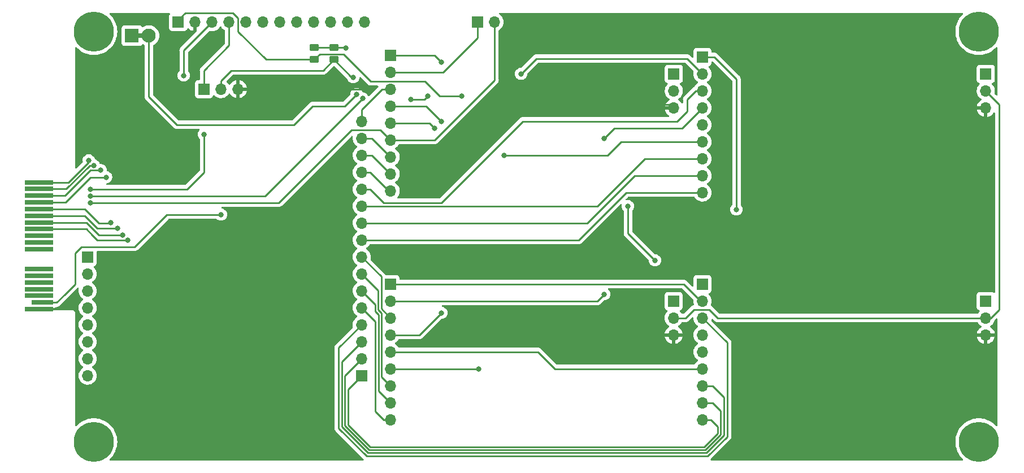
<source format=gbr>
%TF.GenerationSoftware,KiCad,Pcbnew,(6.0.0-0)*%
%TF.CreationDate,2022-05-04T11:48:16-04:00*%
%TF.ProjectId,ADC-Backplane,4144432d-4261-4636-9b70-6c616e652e6b,rev?*%
%TF.SameCoordinates,Original*%
%TF.FileFunction,Copper,L1,Top*%
%TF.FilePolarity,Positive*%
%FSLAX46Y46*%
G04 Gerber Fmt 4.6, Leading zero omitted, Abs format (unit mm)*
G04 Created by KiCad (PCBNEW (6.0.0-0)) date 2022-05-04 11:48:16*
%MOMM*%
%LPD*%
G01*
G04 APERTURE LIST*
G04 Aperture macros list*
%AMRoundRect*
0 Rectangle with rounded corners*
0 $1 Rounding radius*
0 $2 $3 $4 $5 $6 $7 $8 $9 X,Y pos of 4 corners*
0 Add a 4 corners polygon primitive as box body*
4,1,4,$2,$3,$4,$5,$6,$7,$8,$9,$2,$3,0*
0 Add four circle primitives for the rounded corners*
1,1,$1+$1,$2,$3*
1,1,$1+$1,$4,$5*
1,1,$1+$1,$6,$7*
1,1,$1+$1,$8,$9*
0 Add four rect primitives between the rounded corners*
20,1,$1+$1,$2,$3,$4,$5,0*
20,1,$1+$1,$4,$5,$6,$7,0*
20,1,$1+$1,$6,$7,$8,$9,0*
20,1,$1+$1,$8,$9,$2,$3,0*%
G04 Aperture macros list end*
%TA.AperFunction,ComponentPad*%
%ADD10R,1.700000X1.700000*%
%TD*%
%TA.AperFunction,ComponentPad*%
%ADD11O,1.700000X1.700000*%
%TD*%
%TA.AperFunction,ConnectorPad*%
%ADD12R,4.300000X0.700000*%
%TD*%
%TA.AperFunction,ConnectorPad*%
%ADD13R,3.200000X0.700000*%
%TD*%
%TA.AperFunction,SMDPad,CuDef*%
%ADD14RoundRect,0.250000X-0.450000X0.262500X-0.450000X-0.262500X0.450000X-0.262500X0.450000X0.262500X0*%
%TD*%
%TA.AperFunction,ComponentPad*%
%ADD15C,0.800000*%
%TD*%
%TA.AperFunction,ComponentPad*%
%ADD16C,6.000000*%
%TD*%
%TA.AperFunction,ComponentPad*%
%ADD17R,2.100000X2.100000*%
%TD*%
%TA.AperFunction,ComponentPad*%
%ADD18C,2.100000*%
%TD*%
%TA.AperFunction,ViaPad*%
%ADD19C,0.800000*%
%TD*%
%TA.AperFunction,Conductor*%
%ADD20C,0.250000*%
%TD*%
%TA.AperFunction,Conductor*%
%ADD21C,0.700000*%
%TD*%
G04 APERTURE END LIST*
D10*
%TO.P,J13,1,Pin_1*%
%TO.N,BUS0*%
X86190000Y-100584000D03*
D11*
%TO.P,J13,2,Pin_2*%
%TO.N,BUS1*%
X86190000Y-103124000D03*
%TO.P,J13,3,Pin_3*%
%TO.N,BUS2*%
X86190000Y-105664000D03*
%TO.P,J13,4,Pin_4*%
%TO.N,BUS3*%
X86190000Y-108204000D03*
%TO.P,J13,5,Pin_5*%
%TO.N,BUS4*%
X86190000Y-110744000D03*
%TO.P,J13,6,Pin_6*%
%TO.N,BUS5*%
X86190000Y-113284000D03*
%TO.P,J13,7,Pin_7*%
%TO.N,BUS6*%
X86190000Y-115824000D03*
%TO.P,J13,8,Pin_8*%
%TO.N,BUS7*%
X86190000Y-118364000D03*
%TD*%
D12*
%TO.P,J15,B13,B13*%
%TO.N,unconnected-(J15-PadB13)*%
X78870000Y-103408000D03*
%TO.P,J15,B12,B12*%
%TO.N,unconnected-(J15-PadB12)*%
X78870000Y-102408000D03*
%TO.P,J15,B18,B18*%
%TO.N,+5V*%
X78870000Y-108408000D03*
D13*
%TO.P,J15,B17,B17*%
%TO.N,GND*%
X79420000Y-107408000D03*
D12*
%TO.P,J15,B16,B16*%
%TO.N,unconnected-(J15-PadB16)*%
X78870000Y-106408000D03*
%TO.P,J15,B15,B15*%
%TO.N,unconnected-(J15-PadB15)*%
X78870000Y-105408000D03*
%TO.P,J15,B14,B14*%
%TO.N,unconnected-(J15-PadB14)*%
X78870000Y-104408000D03*
%TO.P,J15,B11,B11*%
%TO.N,unconnected-(J15-PadB11)*%
X78870000Y-99408000D03*
%TO.P,J15,B10,B10*%
%TO.N,unconnected-(J15-PadB10)*%
X78870000Y-98408000D03*
%TO.P,J15,B9,B09*%
%TO.N,unconnected-(J15-PadB9)*%
X78870000Y-97408000D03*
%TO.P,J15,B8,B08*%
%TO.N,BUS7*%
X78870000Y-96408000D03*
%TO.P,J15,B7,B07*%
%TO.N,BUS6*%
X78870000Y-95408000D03*
%TO.P,J15,B6,B06*%
%TO.N,BUS5*%
X78870000Y-94408000D03*
%TO.P,J15,B5,B05*%
%TO.N,BUS4*%
X78870000Y-93408000D03*
%TO.P,J15,B4,B04*%
%TO.N,BUS3*%
X78870000Y-92408000D03*
%TO.P,J15,B3,B03*%
%TO.N,BUS2*%
X78870000Y-91408000D03*
%TO.P,J15,B2,B02*%
%TO.N,BUS1*%
X78870000Y-90408000D03*
%TO.P,J15,B1,B01*%
%TO.N,BUS0*%
X78870000Y-89408000D03*
%TD*%
D10*
%TO.P,J8,1,Pin_1*%
%TO.N,GND*%
X173990000Y-107188000D03*
D11*
%TO.P,J8,2,Pin_2*%
%TO.N,+12V*%
X173990000Y-109728000D03*
%TO.P,J8,3,Pin_3*%
%TO.N,+5V*%
X173990000Y-112268000D03*
%TD*%
D10*
%TO.P,J2,1,Pin_1*%
%TO.N,Net-(J2-Pad1)*%
X131597000Y-70368000D03*
D11*
%TO.P,J2,2,Pin_2*%
%TO.N,~{EOx}*%
X131597000Y-72908000D03*
%TO.P,J2,3,Pin_3*%
%TO.N,~{A3_GS}*%
X131597000Y-75448000D03*
%TO.P,J2,4,Pin_4*%
%TO.N,~{ANALOG_IN}*%
X131597000Y-77988000D03*
%TO.P,J2,5,Pin_5*%
%TO.N,Net-(J2-Pad5)*%
X131597000Y-80528000D03*
%TO.P,J2,6,Pin_6*%
%TO.N,Vrefox*%
X131597000Y-83068000D03*
%TO.P,J2,7,Pin_7*%
%TO.N,~{A3_2}*%
X131597000Y-85608000D03*
%TO.P,J2,8,Pin_8*%
%TO.N,~{A3_1}*%
X131597000Y-88148000D03*
%TO.P,J2,9,Pin_9*%
%TO.N,~{A3_0}*%
X131597000Y-90688000D03*
%TD*%
D10*
%TO.P,J5,1,Pin_1*%
%TO.N,+12V*%
X99765000Y-65395000D03*
D11*
%TO.P,J5,2,Pin_2*%
%TO.N,+5V*%
X102305000Y-65395000D03*
%TO.P,J5,3,Pin_3*%
%TO.N,GND*%
X104845000Y-65395000D03*
%TO.P,J5,4,Pin_4*%
%TO.N,~{OE}*%
X107385000Y-65395000D03*
%TO.P,J5,5,Pin_5*%
%TO.N,BUS0*%
X109925000Y-65395000D03*
%TO.P,J5,6,Pin_6*%
%TO.N,BUS1*%
X112465000Y-65395000D03*
%TO.P,J5,7,Pin_7*%
%TO.N,BUS2*%
X115005000Y-65395000D03*
%TO.P,J5,8,Pin_8*%
%TO.N,BUS3*%
X117545000Y-65395000D03*
%TO.P,J5,9,Pin_9*%
%TO.N,BUS4*%
X120085000Y-65395000D03*
%TO.P,J5,10,Pin_10*%
%TO.N,BUS5*%
X122625000Y-65395000D03*
%TO.P,J5,11,Pin_11*%
%TO.N,BUS6*%
X125165000Y-65395000D03*
%TO.P,J5,12,Pin_12*%
%TO.N,BUS7*%
X127705000Y-65395000D03*
%TD*%
D14*
%TO.P,R1,1*%
%TO.N,Net-(J9-Pad5)*%
X120142000Y-69191500D03*
%TO.P,R1,2*%
%TO.N,+12V*%
X120142000Y-71016500D03*
%TD*%
D10*
%TO.P,J3,1,Pin_1*%
%TO.N,GND*%
X174015000Y-73167000D03*
D11*
%TO.P,J3,2,Pin_2*%
%TO.N,+12V*%
X174015000Y-75707000D03*
%TO.P,J3,3,Pin_3*%
%TO.N,+5V*%
X174015000Y-78247000D03*
%TD*%
D15*
%TO.P,REF\u002A\u002A,1*%
%TO.N,N/C*%
X88712990Y-129860990D03*
X88712990Y-126679010D03*
D16*
X87122000Y-128270000D03*
D15*
X87122000Y-130520000D03*
X87122000Y-126020000D03*
X89372000Y-128270000D03*
X84872000Y-128270000D03*
X85531010Y-126679010D03*
X85531010Y-129860990D03*
%TD*%
%TO.P,REF\u002A\u002A,1*%
%TO.N,N/C*%
X219710000Y-64552000D03*
X221960000Y-66802000D03*
X218119010Y-65211010D03*
X221300990Y-68392990D03*
X217460000Y-66802000D03*
D16*
X219710000Y-66802000D03*
D15*
X221300990Y-65211010D03*
X218119010Y-68392990D03*
X219710000Y-69052000D03*
%TD*%
D10*
%TO.P,J1,1,Pin_1*%
%TO.N,~{EOx}*%
X144610000Y-65390000D03*
D11*
%TO.P,J1,2,Pin_2*%
%TO.N,Vrefox*%
X147150000Y-65390000D03*
%TD*%
D10*
%TO.P,J9,1,Pin_1*%
%TO.N,GND*%
X178308000Y-104648000D03*
D11*
%TO.P,J9,2,Pin_2*%
%TO.N,Net-(J7-Pad1)*%
X178308000Y-107188000D03*
%TO.P,J9,3,Pin_3*%
%TO.N,~{A0_GS}*%
X178308000Y-109728000D03*
%TO.P,J9,4,Pin_4*%
%TO.N,~{ANALOG_IN}*%
X178308000Y-112268000D03*
%TO.P,J9,5,Pin_5*%
%TO.N,Net-(J9-Pad5)*%
X178308000Y-114808000D03*
%TO.P,J9,6,Pin_6*%
%TO.N,Net-(J7-Pad5)*%
X178308000Y-117348000D03*
%TO.P,J9,7,Pin_7*%
%TO.N,~{A0_2}*%
X178308000Y-119888000D03*
%TO.P,J9,8,Pin_8*%
%TO.N,~{A0_1}*%
X178308000Y-122428000D03*
%TO.P,J9,9,Pin_9*%
%TO.N,~{A0_0}*%
X178308000Y-124968000D03*
%TD*%
D10*
%TO.P,J6,1,Pin_1*%
%TO.N,GND*%
X220751000Y-73167000D03*
D11*
%TO.P,J6,2,Pin_2*%
%TO.N,+12V*%
X220751000Y-75707000D03*
%TO.P,J6,3,Pin_3*%
%TO.N,+5V*%
X220751000Y-78247000D03*
%TD*%
D15*
%TO.P,REF\u002A\u002A,1*%
%TO.N,N/C*%
X84872000Y-66802000D03*
D16*
X87122000Y-66802000D03*
D15*
X89372000Y-66802000D03*
X85531010Y-65211010D03*
X85531010Y-68392990D03*
X87122000Y-69052000D03*
X87122000Y-64552000D03*
X88712990Y-65211010D03*
X88712990Y-68392990D03*
%TD*%
%TO.P,REF\u002A\u002A,1*%
%TO.N,N/C*%
X219710000Y-130520000D03*
D16*
X219710000Y-128270000D03*
D15*
X221300990Y-129860990D03*
X217460000Y-128270000D03*
X218119010Y-126679010D03*
X218119010Y-129860990D03*
X221960000Y-128270000D03*
X221300990Y-126679010D03*
X219710000Y-126020000D03*
%TD*%
D10*
%TO.P,J12,1,Pin_1*%
%TO.N,~{A0_0}*%
X127254000Y-118364000D03*
D11*
%TO.P,J12,2,Pin_2*%
%TO.N,~{A0_1}*%
X127254000Y-115824000D03*
%TO.P,J12,3,Pin_3*%
%TO.N,~{A0_2}*%
X127254000Y-113284000D03*
%TO.P,J12,4,Pin_4*%
%TO.N,~{A0_GS}*%
X127254000Y-110744000D03*
%TO.P,J12,5,Pin_5*%
%TO.N,~{A1_0}*%
X127254000Y-108204000D03*
%TO.P,J12,6,Pin_6*%
%TO.N,~{A1_1}*%
X127254000Y-105664000D03*
%TO.P,J12,7,Pin_7*%
%TO.N,~{A1_2}*%
X127254000Y-103124000D03*
%TO.P,J12,8,Pin_8*%
%TO.N,~{A1_GS}*%
X127254000Y-100584000D03*
%TO.P,J12,9,Pin_9*%
%TO.N,~{A2_0}*%
X127254000Y-98044000D03*
%TO.P,J12,10,Pin_10*%
%TO.N,~{A2_1}*%
X127254000Y-95504000D03*
%TO.P,J12,11,Pin_11*%
%TO.N,~{A2_2}*%
X127254000Y-92964000D03*
%TO.P,J12,12,Pin_12*%
%TO.N,~{A2_GS}*%
X127254000Y-90424000D03*
%TO.P,J12,13,Pin_13*%
%TO.N,~{A3_0}*%
X127254000Y-87884000D03*
%TO.P,J12,14,Pin_14*%
%TO.N,~{A3_1}*%
X127254000Y-85344000D03*
%TO.P,J12,15,Pin_15*%
%TO.N,~{A3_2}*%
X127254000Y-82804000D03*
%TO.P,J12,16,Pin_16*%
%TO.N,~{A3_GS}*%
X127254000Y-80264000D03*
%TD*%
D17*
%TO.P,J14,1,Pin_1*%
%TO.N,~{ANALOG_IN}*%
X92820000Y-67424000D03*
D18*
%TO.P,J14,2,Pin_2*%
X95360000Y-67424000D03*
%TD*%
D10*
%TO.P,J7,1,Pin_1*%
%TO.N,Net-(J7-Pad1)*%
X131572000Y-104648000D03*
D11*
%TO.P,J7,2,Pin_2*%
%TO.N,Net-(J4-Pad1)*%
X131572000Y-107188000D03*
%TO.P,J7,3,Pin_3*%
%TO.N,~{A1_GS}*%
X131572000Y-109728000D03*
%TO.P,J7,4,Pin_4*%
%TO.N,~{ANALOG_IN}*%
X131572000Y-112268000D03*
%TO.P,J7,5,Pin_5*%
%TO.N,Net-(J7-Pad5)*%
X131572000Y-114808000D03*
%TO.P,J7,6,Pin_6*%
%TO.N,Net-(J4-Pad5)*%
X131572000Y-117348000D03*
%TO.P,J7,7,Pin_7*%
%TO.N,~{A1_2}*%
X131572000Y-119888000D03*
%TO.P,J7,8,Pin_8*%
%TO.N,~{A1_1}*%
X131572000Y-122428000D03*
%TO.P,J7,9,Pin_9*%
%TO.N,~{A1_0}*%
X131572000Y-124968000D03*
%TD*%
D10*
%TO.P,J10,1,Pin_1*%
%TO.N,GND*%
X220751000Y-107188000D03*
D11*
%TO.P,J10,2,Pin_2*%
%TO.N,+12V*%
X220751000Y-109728000D03*
%TO.P,J10,3,Pin_3*%
%TO.N,+5V*%
X220751000Y-112268000D03*
%TD*%
D10*
%TO.P,J4,1,Pin_1*%
%TO.N,Net-(J4-Pad1)*%
X178308000Y-70612000D03*
D11*
%TO.P,J4,2,Pin_2*%
%TO.N,Net-(J2-Pad1)*%
X178308000Y-73152000D03*
%TO.P,J4,3,Pin_3*%
%TO.N,~{A2_GS}*%
X178308000Y-75692000D03*
%TO.P,J4,4,Pin_4*%
%TO.N,~{ANALOG_IN}*%
X178308000Y-78232000D03*
%TO.P,J4,5,Pin_5*%
%TO.N,Net-(J4-Pad5)*%
X178308000Y-80772000D03*
%TO.P,J4,6,Pin_6*%
%TO.N,Net-(J2-Pad5)*%
X178308000Y-83312000D03*
%TO.P,J4,7,Pin_7*%
%TO.N,~{A2_2}*%
X178308000Y-85852000D03*
%TO.P,J4,8,Pin_8*%
%TO.N,~{A2_1}*%
X178308000Y-88392000D03*
%TO.P,J4,9,Pin_9*%
%TO.N,~{A2_0}*%
X178308000Y-90932000D03*
%TD*%
D10*
%TO.P,J11,1,Pin_1*%
%TO.N,~{OE}*%
X103632000Y-75438000D03*
D11*
%TO.P,J11,2,Pin_2*%
%TO.N,GND*%
X106172000Y-75438000D03*
%TO.P,J11,3,Pin_3*%
%TO.N,+5V*%
X108712000Y-75438000D03*
%TD*%
D14*
%TO.P,R2,1*%
%TO.N,Net-(J9-Pad5)*%
X123092000Y-69191500D03*
%TO.P,R2,2*%
%TO.N,GND*%
X123092000Y-71016500D03*
%TD*%
D19*
%TO.N,+5V*%
X118364000Y-92964000D03*
X120904000Y-76200000D03*
%TO.N,GND*%
X100584000Y-73406000D03*
X106172000Y-94234000D03*
%TO.N,BUS7*%
X92202000Y-98044000D03*
%TO.N,BUS6*%
X91440000Y-97282000D03*
%TO.N,BUS5*%
X90678000Y-96266000D03*
%TO.N,BUS4*%
X89700896Y-95465104D03*
%TO.N,BUS3*%
X88976394Y-88638832D03*
%TO.N,BUS2*%
X88176448Y-87591552D03*
%TO.N,BUS1*%
X87122000Y-86867052D03*
%TO.N,BUS0*%
X86360000Y-86106000D03*
%TO.N,Vrefox*%
X86614000Y-92456000D03*
%TO.N,~{EOx}*%
X86614000Y-91440000D03*
X127381000Y-76835000D03*
%TO.N,~{OE}*%
X103630000Y-82220000D03*
X86614000Y-90424000D03*
%TO.N,GND*%
X134620000Y-76962000D03*
X125984000Y-73660000D03*
X137160000Y-76454000D03*
%TO.N,+5V*%
X123698000Y-75438000D03*
X128270000Y-75438000D03*
X166878000Y-77724000D03*
X106172000Y-66802000D03*
X102369116Y-72397115D03*
%TO.N,+12V*%
X142240000Y-76454000D03*
%TO.N,~{ANALOG_IN}*%
X126492000Y-76200000D03*
%TO.N,+12V*%
X171196000Y-101092000D03*
X167132000Y-92964000D03*
%TO.N,Net-(J9-Pad5)*%
X124875299Y-69249299D03*
%TO.N,Net-(J4-Pad5)*%
X144780000Y-117348000D03*
%TO.N,~{ANALOG_IN}*%
X139192000Y-108966000D03*
%TO.N,Net-(J4-Pad1)*%
X163576000Y-106172000D03*
X183388000Y-93472000D03*
%TO.N,Net-(J2-Pad1)*%
X151130000Y-73152000D03*
X139192000Y-71374000D03*
%TO.N,~{ANALOG_IN}*%
X139192000Y-80264000D03*
X163576000Y-82804000D03*
%TO.N,Net-(J2-Pad5)*%
X138176000Y-81280000D03*
X148590000Y-85344000D03*
%TO.N,+5V*%
X214884000Y-108458000D03*
%TD*%
D20*
%TO.N,~{ANALOG_IN}*%
X126492000Y-76200000D02*
X124714000Y-77978000D01*
X117102600Y-80772000D02*
X99568000Y-80772000D01*
X99568000Y-80772000D02*
X95360000Y-76564000D01*
X124714000Y-77978000D02*
X119896600Y-77978000D01*
X119896600Y-77978000D02*
X117102600Y-80772000D01*
X95360000Y-76564000D02*
X95360000Y-67424000D01*
%TO.N,GND*%
X100584000Y-69656000D02*
X100584000Y-73406000D01*
X104845000Y-65395000D02*
X100584000Y-69656000D01*
X82804000Y-106172000D02*
X84328000Y-104648000D01*
X79420000Y-107408000D02*
X81568000Y-107408000D01*
X84328000Y-100838000D02*
X84328000Y-100012978D01*
X85280978Y-99060000D02*
X86360000Y-99060000D01*
X86360000Y-99060000D02*
X93218000Y-99060000D01*
X84328000Y-100012978D02*
X85280978Y-99060000D01*
X84328000Y-104648000D02*
X84328000Y-100838000D01*
X93218000Y-99060000D02*
X94742000Y-97536000D01*
X98044000Y-94234000D02*
X106172000Y-94234000D01*
X94742000Y-97536000D02*
X98044000Y-94234000D01*
X81568000Y-107408000D02*
X82804000Y-106172000D01*
%TO.N,+5V*%
X106172000Y-66802000D02*
X106172000Y-68072000D01*
X102369116Y-71874884D02*
X102369116Y-72397115D01*
X106172000Y-68072000D02*
X102369116Y-71874884D01*
%TO.N,BUS3*%
X78870000Y-92408000D02*
X82852000Y-92408000D01*
X82852000Y-92408000D02*
X86621168Y-88638832D01*
X86621168Y-88638832D02*
X88976394Y-88638832D01*
%TO.N,BUS7*%
X78870000Y-96408000D02*
X85994000Y-96408000D01*
X85994000Y-96408000D02*
X86868000Y-97282000D01*
X86868000Y-97282000D02*
X87630000Y-98044000D01*
X87630000Y-98044000D02*
X92202000Y-98044000D01*
%TO.N,BUS6*%
X78870000Y-95408000D02*
X86010000Y-95408000D01*
X86010000Y-95408000D02*
X86868000Y-96266000D01*
X86868000Y-96266000D02*
X87884000Y-97282000D01*
X87884000Y-97282000D02*
X91440000Y-97282000D01*
%TO.N,BUS5*%
X78870000Y-94408000D02*
X85772000Y-94408000D01*
X85772000Y-94408000D02*
X86360000Y-94996000D01*
X86360000Y-94996000D02*
X87630000Y-96266000D01*
X87630000Y-96266000D02*
X90678000Y-96266000D01*
%TO.N,BUS4*%
X78870000Y-93408000D02*
X85788000Y-93408000D01*
X85788000Y-93408000D02*
X87884000Y-95504000D01*
X87884000Y-95504000D02*
X89662000Y-95504000D01*
X89662000Y-95504000D02*
X89700896Y-95465104D01*
%TO.N,~{OE}*%
X103630000Y-82220000D02*
X103630000Y-87886000D01*
X103630000Y-87886000D02*
X101092000Y-90424000D01*
X101092000Y-90424000D02*
X86614000Y-90424000D01*
%TO.N,~{EOx}*%
X112776000Y-91440000D02*
X86614000Y-91440000D01*
X127381000Y-76835000D02*
X112776000Y-91440000D01*
%TO.N,Vrefox*%
X131597000Y-83068000D02*
X130063000Y-81534000D01*
X114808000Y-92456000D02*
X86614000Y-92456000D01*
X130063000Y-81534000D02*
X125730000Y-81534000D01*
X125730000Y-81534000D02*
X114808000Y-92456000D01*
%TO.N,BUS2*%
X86621142Y-87591552D02*
X88176448Y-87591552D01*
X78870000Y-91408000D02*
X82804694Y-91408000D01*
X82804694Y-91408000D02*
X86621142Y-87591552D01*
%TO.N,BUS1*%
X78870000Y-90408000D02*
X82982508Y-90408000D01*
X82982508Y-90408000D02*
X86523456Y-86867052D01*
X86523456Y-86867052D02*
X87122000Y-86867052D01*
%TO.N,BUS0*%
X78870000Y-89408000D02*
X83346804Y-89408000D01*
X83346804Y-89408000D02*
X86360000Y-86394804D01*
X86360000Y-86394804D02*
X86360000Y-86106000D01*
%TO.N,GND*%
X137160000Y-76454000D02*
X136652000Y-76962000D01*
X136652000Y-76962000D02*
X134620000Y-76962000D01*
X123092000Y-71016500D02*
X125735500Y-73660000D01*
X125735500Y-73660000D02*
X125984000Y-73660000D01*
%TO.N,+5V*%
X166878000Y-77724000D02*
X173492000Y-77724000D01*
X173492000Y-77724000D02*
X174015000Y-78247000D01*
X123698000Y-75438000D02*
X128270000Y-75438000D01*
%TO.N,+12V*%
X120142000Y-71016500D02*
X120979020Y-70179480D01*
X120979020Y-70179480D02*
X124535480Y-70179480D01*
X124535480Y-70179480D02*
X124714000Y-70358000D01*
X128629489Y-74273489D02*
X136757489Y-74273489D01*
X138938000Y-76454000D02*
X142240000Y-76454000D01*
X136757489Y-74273489D02*
X137160000Y-74676000D01*
X137160000Y-74676000D02*
X138938000Y-76454000D01*
X124714000Y-70358000D02*
X128629489Y-74273489D01*
X112926500Y-71016500D02*
X108712000Y-66802000D01*
X108712000Y-66802000D02*
X108712000Y-64770000D01*
X108712000Y-64770000D02*
X107950000Y-64008000D01*
X120142000Y-71016500D02*
X112926500Y-71016500D01*
X107950000Y-64008000D02*
X100838000Y-64008000D01*
X100838000Y-64008000D02*
X99765000Y-65081000D01*
X99765000Y-65081000D02*
X99765000Y-65395000D01*
%TO.N,GND*%
X106172000Y-75438000D02*
X106172000Y-74168000D01*
X106172000Y-74168000D02*
X107696000Y-72644000D01*
X107696000Y-72644000D02*
X121464500Y-72644000D01*
X121464500Y-72644000D02*
X123092000Y-71016500D01*
%TO.N,~{OE}*%
X103632000Y-75438000D02*
X103632000Y-72644000D01*
X103632000Y-72644000D02*
X107385000Y-68891000D01*
X107385000Y-68891000D02*
X107385000Y-65395000D01*
%TO.N,Net-(J9-Pad5)*%
X123092000Y-69191500D02*
X124817500Y-69191500D01*
X124817500Y-69191500D02*
X124875299Y-69249299D01*
D21*
%TO.N,~{ANALOG_IN}*%
X92820000Y-67424000D02*
X95360000Y-67424000D01*
D20*
%TO.N,+12V*%
X167132000Y-97028000D02*
X167132000Y-92964000D01*
X171196000Y-101092000D02*
X167132000Y-97028000D01*
%TO.N,Net-(J9-Pad5)*%
X120142000Y-69191500D02*
X123092000Y-69191500D01*
%TO.N,Net-(J4-Pad5)*%
X131572000Y-117348000D02*
X144780000Y-117348000D01*
%TO.N,Net-(J7-Pad5)*%
X131572000Y-114808000D02*
X153670000Y-114808000D01*
X153670000Y-114808000D02*
X156210000Y-117348000D01*
X156210000Y-117348000D02*
X178308000Y-117348000D01*
%TO.N,~{ANALOG_IN}*%
X131572000Y-112268000D02*
X135890000Y-112268000D01*
X135890000Y-112268000D02*
X139192000Y-108966000D01*
%TO.N,Net-(J4-Pad1)*%
X131572000Y-107188000D02*
X162560000Y-107188000D01*
X162560000Y-107188000D02*
X163576000Y-106172000D01*
X183388000Y-93472000D02*
X183388000Y-73914000D01*
X183388000Y-73914000D02*
X180086000Y-70612000D01*
X180086000Y-70612000D02*
X178308000Y-70612000D01*
%TO.N,Net-(J7-Pad1)*%
X131572000Y-104648000D02*
X175514000Y-104648000D01*
X175514000Y-104648000D02*
X178054000Y-107188000D01*
X178054000Y-107188000D02*
X178308000Y-107188000D01*
%TO.N,Net-(J2-Pad1)*%
X151130000Y-73152000D02*
X153416000Y-70866000D01*
X153416000Y-70866000D02*
X176022000Y-70866000D01*
X176022000Y-70866000D02*
X178308000Y-73152000D01*
X131597000Y-70368000D02*
X138186000Y-70368000D01*
X138186000Y-70368000D02*
X139192000Y-71374000D01*
%TO.N,~{ANALOG_IN}*%
X163576000Y-82804000D02*
X165100000Y-81280000D01*
X165100000Y-81280000D02*
X175260000Y-81280000D01*
X175260000Y-81280000D02*
X178308000Y-78232000D01*
X136916000Y-77988000D02*
X139192000Y-80264000D01*
X131597000Y-77988000D02*
X136916000Y-77988000D01*
%TO.N,Net-(J2-Pad5)*%
X148590000Y-85344000D02*
X164084000Y-85344000D01*
X164084000Y-85344000D02*
X166116000Y-83312000D01*
X166116000Y-83312000D02*
X178308000Y-83312000D01*
X131597000Y-80528000D02*
X137424000Y-80528000D01*
X137424000Y-80528000D02*
X138176000Y-81280000D01*
%TO.N,Vrefox*%
X147150000Y-65390000D02*
X147150000Y-74084000D01*
X147150000Y-74084000D02*
X138166000Y-83068000D01*
X138166000Y-83068000D02*
X131597000Y-83068000D01*
%TO.N,~{EOx}*%
X144610000Y-65390000D02*
X144610000Y-67734000D01*
X144610000Y-67734000D02*
X139436000Y-72908000D01*
X139436000Y-72908000D02*
X131597000Y-72908000D01*
%TO.N,~{A0_2}*%
X127254000Y-113284000D02*
X124264489Y-116273511D01*
X128151613Y-129931021D02*
X178934387Y-129931021D01*
X124264489Y-126043897D02*
X128151613Y-129931021D01*
X178934387Y-129931021D02*
X181551511Y-127313897D01*
X124264489Y-116273511D02*
X124264489Y-126043897D01*
X181551511Y-127313897D02*
X181551511Y-121607511D01*
X181551511Y-121607511D02*
X179832000Y-119888000D01*
X179832000Y-119888000D02*
X178308000Y-119888000D01*
%TO.N,~{A0_1}*%
X179832000Y-122428000D02*
X181043510Y-123639510D01*
X181043510Y-123639510D02*
X181043510Y-127186194D01*
X124714000Y-118364000D02*
X127254000Y-115824000D01*
X181043510Y-127186194D02*
X178748193Y-129481511D01*
X178308000Y-122428000D02*
X179832000Y-122428000D01*
X178748193Y-129481511D02*
X128337806Y-129481510D01*
X128337806Y-129481510D02*
X124714000Y-125857704D01*
X124714000Y-125857704D02*
X124714000Y-118364000D01*
%TO.N,~{A0_GS}*%
X179062091Y-130439021D02*
X182001020Y-127500092D01*
X127254000Y-110744000D02*
X123814978Y-114183022D01*
X123814979Y-126230091D02*
X128023909Y-130439021D01*
X123814978Y-114183022D02*
X123814979Y-126230091D01*
X128023909Y-130439021D02*
X179062091Y-130439021D01*
%TO.N,~{A0_0}*%
X179578000Y-124968000D02*
X178308000Y-124968000D01*
X178562000Y-129032000D02*
X180594000Y-127000000D01*
%TO.N,~{A0_GS}*%
X182001020Y-113421020D02*
X178308000Y-109728000D01*
X182001020Y-127500092D02*
X182001020Y-113421020D01*
%TO.N,~{A0_0}*%
X127254000Y-118364000D02*
X125222000Y-120396000D01*
X180594000Y-125984000D02*
X179578000Y-124968000D01*
X125222000Y-120396000D02*
X125222000Y-125730000D01*
X125222000Y-125730000D02*
X128524000Y-129032000D01*
X128524000Y-129032000D02*
X178562000Y-129032000D01*
X180594000Y-127000000D02*
X180594000Y-125984000D01*
%TO.N,+12V*%
X220751000Y-109728000D02*
X180594000Y-109728000D01*
X177038000Y-108458000D02*
X175768000Y-109728000D01*
X180594000Y-109728000D02*
X179324000Y-108458000D01*
X179324000Y-108458000D02*
X177038000Y-108458000D01*
X175768000Y-109728000D02*
X173990000Y-109728000D01*
%TO.N,~{A1_0}*%
X127254000Y-108204000D02*
X129286000Y-110236000D01*
X130556000Y-124968000D02*
X131572000Y-124968000D01*
X129286000Y-110236000D02*
X129286000Y-123698000D01*
X129286000Y-123698000D02*
X130556000Y-124968000D01*
%TO.N,~{A1_GS}*%
X131572000Y-109726592D02*
X131572000Y-109728000D01*
X130185022Y-103515022D02*
X130185022Y-108339614D01*
%TO.N,~{A1_2}*%
X130243511Y-109033807D02*
X130243511Y-118559511D01*
%TO.N,~{A1_GS}*%
X127254000Y-100584000D02*
X130185022Y-103515022D01*
%TO.N,~{A1_2}*%
X130243511Y-118559511D02*
X131572000Y-119888000D01*
X127254000Y-103124000D02*
X129735511Y-105605511D01*
X129735511Y-105605511D02*
X129735511Y-108525807D01*
%TO.N,~{A1_1}*%
X129286000Y-107696000D02*
X127254000Y-105664000D01*
%TO.N,~{A1_GS}*%
X130185022Y-108339614D02*
X131572000Y-109726592D01*
%TO.N,~{A1_2}*%
X129735511Y-108525807D02*
X130243511Y-109033807D01*
%TO.N,~{A1_1}*%
X131572000Y-122428000D02*
X129794000Y-120650000D01*
X129794000Y-120650000D02*
X129794000Y-109220000D01*
X129794000Y-109220000D02*
X129286000Y-108712000D01*
X129286000Y-108712000D02*
X129286000Y-107696000D01*
%TO.N,~{A2_0}*%
X127254000Y-98044000D02*
X159766000Y-98044000D01*
X159766000Y-98044000D02*
X166878000Y-90932000D01*
X166878000Y-90932000D02*
X178308000Y-90932000D01*
%TO.N,~{A2_1}*%
X178308000Y-88392000D02*
X168148000Y-88392000D01*
X168148000Y-88392000D02*
X161036000Y-95504000D01*
X161036000Y-95504000D02*
X127254000Y-95504000D01*
%TO.N,~{A2_2}*%
X127254000Y-92964000D02*
X162560000Y-92964000D01*
X162560000Y-92964000D02*
X169672000Y-85852000D01*
X169672000Y-85852000D02*
X178308000Y-85852000D01*
%TO.N,~{A2_GS}*%
X127254000Y-90424000D02*
X128524000Y-90424000D01*
X151384000Y-80264000D02*
X174498000Y-80264000D01*
X128524000Y-90424000D02*
X130556000Y-92456000D01*
X130556000Y-92456000D02*
X139192000Y-92456000D01*
X139192000Y-92456000D02*
X151384000Y-80264000D01*
X174498000Y-80264000D02*
X176022000Y-78740000D01*
X176022000Y-78740000D02*
X176022000Y-76962000D01*
X177292000Y-75692000D02*
X178308000Y-75692000D01*
X176022000Y-76962000D02*
X177292000Y-75692000D01*
%TO.N,~{A3_0}*%
X127254000Y-87884000D02*
X128524000Y-87884000D01*
X128524000Y-87884000D02*
X131328000Y-90688000D01*
X131328000Y-90688000D02*
X131597000Y-90688000D01*
%TO.N,~{A3_1}*%
X127254000Y-85344000D02*
X128793000Y-85344000D01*
X128793000Y-85344000D02*
X131597000Y-88148000D01*
%TO.N,~{A3_2}*%
X127254000Y-82804000D02*
X128793000Y-82804000D01*
X128793000Y-82804000D02*
X131597000Y-85608000D01*
%TO.N,~{A3_GS}*%
X127254000Y-80264000D02*
X127254000Y-78486000D01*
X127254000Y-78486000D02*
X130292000Y-75448000D01*
X130292000Y-75448000D02*
X131597000Y-75448000D01*
%TO.N,+5V*%
X220751000Y-78247000D02*
X220751000Y-99289000D01*
X220751000Y-99289000D02*
X218694000Y-101346000D01*
X218694000Y-101346000D02*
X214884000Y-105156000D01*
X214884000Y-105156000D02*
X214884000Y-108458000D01*
%TO.N,+12V*%
X220751000Y-75707000D02*
X222758000Y-77714000D01*
X222758000Y-77714000D02*
X222758000Y-108458000D01*
X222758000Y-108458000D02*
X221488000Y-109728000D01*
X221488000Y-109728000D02*
X220751000Y-109728000D01*
%TD*%
%TA.AperFunction,Conductor*%
%TO.N,+5V*%
G36*
X222422032Y-109794038D02*
G01*
X222478868Y-109836585D01*
X222503679Y-109903105D01*
X222504000Y-109912094D01*
X222504000Y-125798041D01*
X222483998Y-125866162D01*
X222430342Y-125912655D01*
X222360068Y-125922759D01*
X222295488Y-125893265D01*
X222288905Y-125887136D01*
X222060867Y-125659098D01*
X221775075Y-125427668D01*
X221518464Y-125261023D01*
X221469427Y-125229178D01*
X221469424Y-125229176D01*
X221466658Y-125227380D01*
X221463724Y-125225885D01*
X221463717Y-125225881D01*
X221141934Y-125061925D01*
X221138994Y-125060427D01*
X220889476Y-124964646D01*
X220798764Y-124929825D01*
X220798762Y-124929824D01*
X220795674Y-124928639D01*
X220440459Y-124833459D01*
X220247442Y-124802888D01*
X220080489Y-124776445D01*
X220080481Y-124776444D01*
X220077241Y-124775931D01*
X219710000Y-124756685D01*
X219342759Y-124775931D01*
X219339519Y-124776444D01*
X219339511Y-124776445D01*
X219172558Y-124802888D01*
X218979541Y-124833459D01*
X218624326Y-124928639D01*
X218621238Y-124929824D01*
X218621236Y-124929825D01*
X218530524Y-124964646D01*
X218281006Y-125060427D01*
X218278066Y-125061925D01*
X217956284Y-125225881D01*
X217956277Y-125225885D01*
X217953343Y-125227380D01*
X217950577Y-125229176D01*
X217950574Y-125229178D01*
X217901537Y-125261023D01*
X217644925Y-125427668D01*
X217359133Y-125659098D01*
X217099098Y-125919133D01*
X216867668Y-126204925D01*
X216865866Y-126207700D01*
X216669776Y-126509654D01*
X216667380Y-126513343D01*
X216665885Y-126516277D01*
X216665881Y-126516284D01*
X216553117Y-126737596D01*
X216500427Y-126841006D01*
X216368639Y-127184326D01*
X216273459Y-127539541D01*
X216243694Y-127727470D01*
X216219347Y-127881193D01*
X216215931Y-127902759D01*
X216196685Y-128270000D01*
X216215931Y-128637241D01*
X216273459Y-129000459D01*
X216368639Y-129355674D01*
X216500427Y-129698994D01*
X216667380Y-130026657D01*
X216867668Y-130335075D01*
X217099098Y-130620867D01*
X217327136Y-130848905D01*
X217361162Y-130911217D01*
X217356097Y-130982032D01*
X217313550Y-131038868D01*
X217247030Y-131063679D01*
X217238041Y-131064000D01*
X179637206Y-131064000D01*
X179569085Y-131043998D01*
X179522592Y-130990342D01*
X179512488Y-130920068D01*
X179541982Y-130855488D01*
X179548111Y-130848905D01*
X182393267Y-128003749D01*
X182401557Y-127996205D01*
X182408038Y-127992092D01*
X182454679Y-127942424D01*
X182457433Y-127939583D01*
X182477154Y-127919862D01*
X182479632Y-127916667D01*
X182487338Y-127907645D01*
X182512178Y-127881193D01*
X182517606Y-127875413D01*
X182527366Y-127857660D01*
X182538219Y-127841137D01*
X182545773Y-127831398D01*
X182550633Y-127825133D01*
X182568196Y-127784549D01*
X182573403Y-127773919D01*
X182594715Y-127735152D01*
X182596686Y-127727475D01*
X182596688Y-127727470D01*
X182599752Y-127715534D01*
X182606158Y-127696822D01*
X182611053Y-127685511D01*
X182614201Y-127678237D01*
X182615441Y-127670409D01*
X182615443Y-127670402D01*
X182621119Y-127634568D01*
X182623525Y-127622948D01*
X182632548Y-127587803D01*
X182632548Y-127587802D01*
X182634520Y-127580122D01*
X182634520Y-127559868D01*
X182636071Y-127540157D01*
X182638000Y-127527978D01*
X182639240Y-127520149D01*
X182635079Y-127476130D01*
X182634520Y-127464273D01*
X182634520Y-113499787D01*
X182635047Y-113488604D01*
X182636722Y-113481111D01*
X182634582Y-113413020D01*
X182634520Y-113409063D01*
X182634520Y-113381164D01*
X182634016Y-113377173D01*
X182633083Y-113365331D01*
X182632515Y-113347240D01*
X182631694Y-113321131D01*
X182629482Y-113313517D01*
X182629481Y-113313512D01*
X182626043Y-113301679D01*
X182622032Y-113282315D01*
X182620487Y-113270084D01*
X182619494Y-113262223D01*
X182616577Y-113254856D01*
X182616576Y-113254851D01*
X182603218Y-113221112D01*
X182599374Y-113209885D01*
X182592412Y-113185924D01*
X182587038Y-113167427D01*
X182576727Y-113149992D01*
X182568032Y-113132244D01*
X182560572Y-113113403D01*
X182534584Y-113077633D01*
X182528068Y-113067713D01*
X182509600Y-113036485D01*
X182509598Y-113036482D01*
X182505562Y-113029658D01*
X182491241Y-113015337D01*
X182478400Y-113000303D01*
X182471151Y-112990326D01*
X182466492Y-112983913D01*
X182432415Y-112955722D01*
X182423636Y-112947732D01*
X182011870Y-112535966D01*
X219419257Y-112535966D01*
X219449565Y-112670446D01*
X219452645Y-112680275D01*
X219532770Y-112877603D01*
X219537413Y-112886794D01*
X219648694Y-113068388D01*
X219654777Y-113076699D01*
X219794213Y-113237667D01*
X219801580Y-113244883D01*
X219965434Y-113380916D01*
X219973881Y-113386831D01*
X220157756Y-113494279D01*
X220167042Y-113498729D01*
X220366001Y-113574703D01*
X220375899Y-113577579D01*
X220479250Y-113598606D01*
X220493299Y-113597410D01*
X220497000Y-113587065D01*
X220497000Y-113586517D01*
X221005000Y-113586517D01*
X221009064Y-113600359D01*
X221022478Y-113602393D01*
X221029184Y-113601534D01*
X221039262Y-113599392D01*
X221243255Y-113538191D01*
X221252842Y-113534433D01*
X221444095Y-113440739D01*
X221452945Y-113435464D01*
X221626328Y-113311792D01*
X221634200Y-113305139D01*
X221785052Y-113154812D01*
X221791730Y-113146965D01*
X221916003Y-112974020D01*
X221921313Y-112965183D01*
X222015670Y-112774267D01*
X222019469Y-112764672D01*
X222081377Y-112560910D01*
X222083555Y-112550837D01*
X222084986Y-112539962D01*
X222082775Y-112525778D01*
X222069617Y-112522000D01*
X221023115Y-112522000D01*
X221007876Y-112526475D01*
X221006671Y-112527865D01*
X221005000Y-112535548D01*
X221005000Y-113586517D01*
X220497000Y-113586517D01*
X220497000Y-112540115D01*
X220492525Y-112524876D01*
X220491135Y-112523671D01*
X220483452Y-112522000D01*
X219434225Y-112522000D01*
X219420694Y-112525973D01*
X219419257Y-112535966D01*
X182011870Y-112535966D01*
X179659218Y-110183313D01*
X179625192Y-110121001D01*
X179627755Y-110057589D01*
X179638865Y-110021022D01*
X179640370Y-110016069D01*
X179641045Y-110010941D01*
X179641046Y-110010937D01*
X179647249Y-109963819D01*
X179675971Y-109898891D01*
X179735237Y-109859800D01*
X179806228Y-109858955D01*
X179861266Y-109891170D01*
X180090343Y-110120247D01*
X180097887Y-110128537D01*
X180102000Y-110135018D01*
X180107777Y-110140443D01*
X180151667Y-110181658D01*
X180154509Y-110184413D01*
X180174230Y-110204134D01*
X180177425Y-110206612D01*
X180186447Y-110214318D01*
X180218679Y-110244586D01*
X180225628Y-110248406D01*
X180236432Y-110254346D01*
X180252956Y-110265199D01*
X180268959Y-110277613D01*
X180309543Y-110295176D01*
X180320173Y-110300383D01*
X180358940Y-110321695D01*
X180366617Y-110323666D01*
X180366622Y-110323668D01*
X180378558Y-110326732D01*
X180397266Y-110333137D01*
X180415855Y-110341181D01*
X180423683Y-110342421D01*
X180423690Y-110342423D01*
X180459524Y-110348099D01*
X180471144Y-110350505D01*
X180502959Y-110358673D01*
X180513970Y-110361500D01*
X180534224Y-110361500D01*
X180553934Y-110363051D01*
X180573943Y-110366220D01*
X180581835Y-110365474D01*
X180600580Y-110363702D01*
X180617962Y-110362059D01*
X180629819Y-110361500D01*
X219475274Y-110361500D01*
X219543395Y-110381502D01*
X219582707Y-110421665D01*
X219650987Y-110533088D01*
X219797250Y-110701938D01*
X219969126Y-110844632D01*
X220042445Y-110887476D01*
X220042955Y-110887774D01*
X220091679Y-110939412D01*
X220104750Y-111009195D01*
X220078019Y-111074967D01*
X220037562Y-111108327D01*
X220029457Y-111112546D01*
X220020738Y-111118036D01*
X219850433Y-111245905D01*
X219842726Y-111252748D01*
X219695590Y-111406717D01*
X219689104Y-111414727D01*
X219569098Y-111590649D01*
X219564000Y-111599623D01*
X219474338Y-111792783D01*
X219470775Y-111802470D01*
X219415389Y-112002183D01*
X219416912Y-112010607D01*
X219429292Y-112014000D01*
X222069344Y-112014000D01*
X222082875Y-112010027D01*
X222084180Y-112000947D01*
X222042214Y-111833875D01*
X222038894Y-111824124D01*
X221953972Y-111628814D01*
X221949105Y-111619739D01*
X221833426Y-111440926D01*
X221827136Y-111432757D01*
X221683806Y-111275240D01*
X221676273Y-111268215D01*
X221509139Y-111136222D01*
X221500556Y-111130520D01*
X221463602Y-111110120D01*
X221413631Y-111059687D01*
X221398859Y-110990245D01*
X221423975Y-110923839D01*
X221451327Y-110897232D01*
X221474797Y-110880491D01*
X221630860Y-110769173D01*
X221652745Y-110747365D01*
X221785435Y-110615137D01*
X221789096Y-110611489D01*
X221848594Y-110528689D01*
X221916435Y-110434277D01*
X221919453Y-110430077D01*
X221923145Y-110422608D01*
X222016136Y-110234453D01*
X222016137Y-110234451D01*
X222018430Y-110229811D01*
X222068764Y-110064143D01*
X222100227Y-110011677D01*
X222288905Y-109822999D01*
X222351217Y-109788973D01*
X222422032Y-109794038D01*
G37*
%TD.AperFunction*%
%TA.AperFunction,Conductor*%
G36*
X125832153Y-82431917D02*
G01*
X125888989Y-82474464D01*
X125913800Y-82540984D01*
X125913408Y-82563362D01*
X125908660Y-82607794D01*
X125891251Y-82770695D01*
X125891548Y-82775848D01*
X125891548Y-82775851D01*
X125900005Y-82922524D01*
X125904110Y-82993715D01*
X125905247Y-82998761D01*
X125905248Y-82998767D01*
X125913345Y-83034695D01*
X125953222Y-83211639D01*
X126003405Y-83335226D01*
X126022361Y-83381908D01*
X126037266Y-83418616D01*
X126039965Y-83423020D01*
X126147072Y-83597803D01*
X126153987Y-83609088D01*
X126300250Y-83777938D01*
X126472126Y-83920632D01*
X126542595Y-83961811D01*
X126545445Y-83963476D01*
X126594169Y-84015114D01*
X126607240Y-84084897D01*
X126580509Y-84150669D01*
X126540055Y-84184027D01*
X126527607Y-84190507D01*
X126523474Y-84193610D01*
X126523471Y-84193612D01*
X126353100Y-84321530D01*
X126348965Y-84324635D01*
X126310737Y-84364638D01*
X126233099Y-84445882D01*
X126194629Y-84486138D01*
X126191715Y-84490410D01*
X126191714Y-84490411D01*
X126129820Y-84581144D01*
X126068743Y-84670680D01*
X126030011Y-84754121D01*
X125993471Y-84832841D01*
X125974688Y-84873305D01*
X125914989Y-85088570D01*
X125891251Y-85310695D01*
X125891548Y-85315848D01*
X125891548Y-85315851D01*
X125897965Y-85427134D01*
X125904110Y-85533715D01*
X125905247Y-85538761D01*
X125905248Y-85538767D01*
X125913345Y-85574695D01*
X125953222Y-85751639D01*
X126013014Y-85898890D01*
X126034309Y-85951333D01*
X126037266Y-85958616D01*
X126060717Y-85996885D01*
X126147072Y-86137803D01*
X126153987Y-86149088D01*
X126300250Y-86317938D01*
X126472126Y-86460632D01*
X126531789Y-86495496D01*
X126545445Y-86503476D01*
X126594169Y-86555114D01*
X126607240Y-86624897D01*
X126580509Y-86690669D01*
X126540055Y-86724027D01*
X126527607Y-86730507D01*
X126523474Y-86733610D01*
X126523471Y-86733612D01*
X126353100Y-86861530D01*
X126348965Y-86864635D01*
X126194629Y-87026138D01*
X126191715Y-87030410D01*
X126191714Y-87030411D01*
X126129820Y-87121144D01*
X126068743Y-87210680D01*
X126030011Y-87294121D01*
X125977064Y-87408187D01*
X125974688Y-87413305D01*
X125914989Y-87628570D01*
X125891251Y-87850695D01*
X125891548Y-87855848D01*
X125891548Y-87855851D01*
X125897901Y-87966030D01*
X125904110Y-88073715D01*
X125905247Y-88078761D01*
X125905248Y-88078767D01*
X125916344Y-88128001D01*
X125953222Y-88291639D01*
X126013880Y-88441023D01*
X126022361Y-88461908D01*
X126037266Y-88498616D01*
X126039965Y-88503020D01*
X126145317Y-88674939D01*
X126153987Y-88689088D01*
X126300250Y-88857938D01*
X126472126Y-89000632D01*
X126542595Y-89041811D01*
X126545445Y-89043476D01*
X126594169Y-89095114D01*
X126607240Y-89164897D01*
X126580509Y-89230669D01*
X126540055Y-89264027D01*
X126527607Y-89270507D01*
X126523474Y-89273610D01*
X126523471Y-89273612D01*
X126353100Y-89401530D01*
X126348965Y-89404635D01*
X126310737Y-89444638D01*
X126208485Y-89551639D01*
X126194629Y-89566138D01*
X126191715Y-89570410D01*
X126191714Y-89570411D01*
X126129820Y-89661144D01*
X126068743Y-89750680D01*
X126030011Y-89834121D01*
X125993471Y-89912841D01*
X125974688Y-89953305D01*
X125914989Y-90168570D01*
X125891251Y-90390695D01*
X125891548Y-90395848D01*
X125891548Y-90395851D01*
X125897422Y-90497720D01*
X125904110Y-90613715D01*
X125905247Y-90618761D01*
X125905248Y-90618767D01*
X125917868Y-90674765D01*
X125953222Y-90831639D01*
X126013880Y-90981023D01*
X126022361Y-91001908D01*
X126037266Y-91038616D01*
X126039965Y-91043020D01*
X126145317Y-91214939D01*
X126153987Y-91229088D01*
X126300250Y-91397938D01*
X126472126Y-91540632D01*
X126542595Y-91581811D01*
X126545445Y-91583476D01*
X126594169Y-91635114D01*
X126607240Y-91704897D01*
X126580509Y-91770669D01*
X126540055Y-91804027D01*
X126527607Y-91810507D01*
X126523474Y-91813610D01*
X126523471Y-91813612D01*
X126353100Y-91941530D01*
X126348965Y-91944635D01*
X126286629Y-92009866D01*
X126233099Y-92065882D01*
X126194629Y-92106138D01*
X126068743Y-92290680D01*
X126051596Y-92327621D01*
X125995052Y-92449435D01*
X125974688Y-92493305D01*
X125914989Y-92708570D01*
X125891251Y-92930695D01*
X125891548Y-92935848D01*
X125891548Y-92935851D01*
X125900440Y-93090059D01*
X125904110Y-93153715D01*
X125905247Y-93158761D01*
X125905248Y-93158767D01*
X125925765Y-93249803D01*
X125953222Y-93371639D01*
X126037266Y-93578616D01*
X126061095Y-93617502D01*
X126142778Y-93750796D01*
X126153987Y-93769088D01*
X126300250Y-93937938D01*
X126472126Y-94080632D01*
X126542595Y-94121811D01*
X126545445Y-94123476D01*
X126594169Y-94175114D01*
X126607240Y-94244897D01*
X126580509Y-94310669D01*
X126540055Y-94344027D01*
X126527607Y-94350507D01*
X126523474Y-94353610D01*
X126523471Y-94353612D01*
X126353100Y-94481530D01*
X126348965Y-94484635D01*
X126194629Y-94646138D01*
X126068743Y-94830680D01*
X126050259Y-94870500D01*
X125980290Y-95021237D01*
X125974688Y-95033305D01*
X125914989Y-95248570D01*
X125891251Y-95470695D01*
X125904110Y-95693715D01*
X125905247Y-95698761D01*
X125905248Y-95698767D01*
X125913363Y-95734774D01*
X125953222Y-95911639D01*
X126037266Y-96118616D01*
X126153987Y-96309088D01*
X126300250Y-96477938D01*
X126472126Y-96620632D01*
X126542595Y-96661811D01*
X126545445Y-96663476D01*
X126594169Y-96715114D01*
X126607240Y-96784897D01*
X126580509Y-96850669D01*
X126540055Y-96884027D01*
X126527607Y-96890507D01*
X126523474Y-96893610D01*
X126523471Y-96893612D01*
X126451454Y-96947684D01*
X126348965Y-97024635D01*
X126194629Y-97186138D01*
X126068743Y-97370680D01*
X125974688Y-97573305D01*
X125914989Y-97788570D01*
X125891251Y-98010695D01*
X125891548Y-98015848D01*
X125891548Y-98015851D01*
X125902824Y-98211405D01*
X125904110Y-98233715D01*
X125905247Y-98238761D01*
X125905248Y-98238767D01*
X125913125Y-98273717D01*
X125953222Y-98451639D01*
X126006409Y-98582624D01*
X126030662Y-98642351D01*
X126037266Y-98658616D01*
X126056816Y-98690518D01*
X126129747Y-98809531D01*
X126153987Y-98849088D01*
X126300250Y-99017938D01*
X126472126Y-99160632D01*
X126542595Y-99201811D01*
X126545445Y-99203476D01*
X126594169Y-99255114D01*
X126607240Y-99324897D01*
X126580509Y-99390669D01*
X126540055Y-99424027D01*
X126527607Y-99430507D01*
X126523474Y-99433610D01*
X126523471Y-99433612D01*
X126356562Y-99558931D01*
X126348965Y-99564635D01*
X126289362Y-99627006D01*
X126226294Y-99693003D01*
X126194629Y-99726138D01*
X126068743Y-99910680D01*
X125974688Y-100113305D01*
X125914989Y-100328570D01*
X125891251Y-100550695D01*
X125891548Y-100555848D01*
X125891548Y-100555851D01*
X125897011Y-100650590D01*
X125904110Y-100773715D01*
X125905247Y-100778761D01*
X125905248Y-100778767D01*
X125920197Y-100845097D01*
X125953222Y-100991639D01*
X126037266Y-101198616D01*
X126153987Y-101389088D01*
X126300250Y-101557938D01*
X126472126Y-101700632D01*
X126542595Y-101741811D01*
X126545445Y-101743476D01*
X126594169Y-101795114D01*
X126607240Y-101864897D01*
X126580509Y-101930669D01*
X126540055Y-101964027D01*
X126527607Y-101970507D01*
X126523474Y-101973610D01*
X126523471Y-101973612D01*
X126353100Y-102101530D01*
X126348965Y-102104635D01*
X126345393Y-102108373D01*
X126249057Y-102209183D01*
X126194629Y-102266138D01*
X126068743Y-102450680D01*
X125974688Y-102653305D01*
X125914989Y-102868570D01*
X125891251Y-103090695D01*
X125891548Y-103095848D01*
X125891548Y-103095851D01*
X125902714Y-103289500D01*
X125904110Y-103313715D01*
X125905247Y-103318761D01*
X125905248Y-103318767D01*
X125925119Y-103406939D01*
X125953222Y-103531639D01*
X126037266Y-103738616D01*
X126153987Y-103929088D01*
X126300250Y-104097938D01*
X126472126Y-104240632D01*
X126542595Y-104281811D01*
X126545445Y-104283476D01*
X126594169Y-104335114D01*
X126607240Y-104404897D01*
X126580509Y-104470669D01*
X126540055Y-104504027D01*
X126527607Y-104510507D01*
X126523474Y-104513610D01*
X126523471Y-104513612D01*
X126376387Y-104624046D01*
X126348965Y-104644635D01*
X126345393Y-104648373D01*
X126255345Y-104742603D01*
X126194629Y-104806138D01*
X126191715Y-104810410D01*
X126191714Y-104810411D01*
X126142156Y-104883060D01*
X126068743Y-104990680D01*
X126053592Y-105023321D01*
X125980122Y-105181599D01*
X125974688Y-105193305D01*
X125914989Y-105408570D01*
X125891251Y-105630695D01*
X125891548Y-105635848D01*
X125891548Y-105635851D01*
X125901401Y-105806729D01*
X125904110Y-105853715D01*
X125905247Y-105858761D01*
X125905248Y-105858767D01*
X125913036Y-105893322D01*
X125953222Y-106071639D01*
X126037266Y-106278616D01*
X126044160Y-106289866D01*
X126127908Y-106426530D01*
X126153987Y-106469088D01*
X126300250Y-106637938D01*
X126472126Y-106780632D01*
X126515768Y-106806134D01*
X126545445Y-106823476D01*
X126594169Y-106875114D01*
X126607240Y-106944897D01*
X126580509Y-107010669D01*
X126540055Y-107044027D01*
X126527607Y-107050507D01*
X126523474Y-107053610D01*
X126523471Y-107053612D01*
X126388841Y-107154695D01*
X126348965Y-107184635D01*
X126194629Y-107346138D01*
X126068743Y-107530680D01*
X126053003Y-107564590D01*
X125977336Y-107727601D01*
X125974688Y-107733305D01*
X125914989Y-107948570D01*
X125891251Y-108170695D01*
X125891548Y-108175848D01*
X125891548Y-108175851D01*
X125897965Y-108287134D01*
X125904110Y-108393715D01*
X125905247Y-108398761D01*
X125905248Y-108398767D01*
X125926275Y-108492069D01*
X125953222Y-108611639D01*
X126037266Y-108818616D01*
X126071457Y-108874411D01*
X126141278Y-108988348D01*
X126153987Y-109009088D01*
X126300250Y-109177938D01*
X126472126Y-109320632D01*
X126490333Y-109331271D01*
X126545445Y-109363476D01*
X126594169Y-109415114D01*
X126607240Y-109484897D01*
X126580509Y-109550669D01*
X126540055Y-109584027D01*
X126527607Y-109590507D01*
X126523474Y-109593610D01*
X126523471Y-109593612D01*
X126381974Y-109699851D01*
X126348965Y-109724635D01*
X126315358Y-109759803D01*
X126205751Y-109874500D01*
X126194629Y-109886138D01*
X126068743Y-110070680D01*
X126038590Y-110135639D01*
X125978451Y-110265199D01*
X125974688Y-110273305D01*
X125914989Y-110488570D01*
X125891251Y-110710695D01*
X125891548Y-110715848D01*
X125891548Y-110715851D01*
X125899124Y-110847242D01*
X125904110Y-110933715D01*
X125905247Y-110938761D01*
X125905248Y-110938767D01*
X125937453Y-111081668D01*
X125932917Y-111152520D01*
X125903631Y-111198464D01*
X123422725Y-113679370D01*
X123414439Y-113686910D01*
X123407960Y-113691022D01*
X123402535Y-113696799D01*
X123361335Y-113740673D01*
X123358580Y-113743515D01*
X123338843Y-113763252D01*
X123336363Y-113766449D01*
X123328660Y-113775469D01*
X123298392Y-113807701D01*
X123294573Y-113814647D01*
X123294571Y-113814650D01*
X123288630Y-113825456D01*
X123277779Y-113841975D01*
X123265364Y-113857981D01*
X123262219Y-113865250D01*
X123262216Y-113865254D01*
X123247804Y-113898559D01*
X123242587Y-113909209D01*
X123221283Y-113947962D01*
X123219312Y-113955637D01*
X123219312Y-113955638D01*
X123216245Y-113967584D01*
X123209841Y-113986288D01*
X123201797Y-114004877D01*
X123200558Y-114012700D01*
X123200555Y-114012710D01*
X123194879Y-114048546D01*
X123192473Y-114060166D01*
X123181478Y-114102992D01*
X123181478Y-114123246D01*
X123179927Y-114142956D01*
X123176758Y-114162965D01*
X123177504Y-114170857D01*
X123180919Y-114206983D01*
X123181478Y-114218841D01*
X123181479Y-126151324D01*
X123180952Y-126162507D01*
X123179277Y-126170000D01*
X123179526Y-126177926D01*
X123179526Y-126177927D01*
X123181417Y-126238077D01*
X123181479Y-126242036D01*
X123181479Y-126269947D01*
X123181976Y-126273881D01*
X123181976Y-126273882D01*
X123181984Y-126273947D01*
X123182917Y-126285784D01*
X123183427Y-126302025D01*
X123184042Y-126321567D01*
X123184306Y-126329980D01*
X123189957Y-126349430D01*
X123193966Y-126368791D01*
X123196505Y-126388888D01*
X123199424Y-126396259D01*
X123199424Y-126396261D01*
X123212783Y-126430003D01*
X123216628Y-126441233D01*
X123228961Y-126483684D01*
X123232994Y-126490503D01*
X123232996Y-126490508D01*
X123239272Y-126501119D01*
X123247967Y-126518867D01*
X123255427Y-126537708D01*
X123260089Y-126544124D01*
X123260089Y-126544125D01*
X123281415Y-126573478D01*
X123287931Y-126583398D01*
X123310437Y-126621453D01*
X123324758Y-126635774D01*
X123337598Y-126650807D01*
X123349507Y-126667198D01*
X123355613Y-126672249D01*
X123383584Y-126695389D01*
X123392363Y-126703379D01*
X127520257Y-130831274D01*
X127527797Y-130839560D01*
X127531909Y-130846039D01*
X127537686Y-130851464D01*
X127542740Y-130857573D01*
X127540061Y-130859790D01*
X127568019Y-130907468D01*
X127565120Y-130978405D01*
X127524330Y-131036514D01*
X127458598Y-131063346D01*
X127445774Y-131064000D01*
X89593959Y-131064000D01*
X89525838Y-131043998D01*
X89479345Y-130990342D01*
X89469241Y-130920068D01*
X89498735Y-130855488D01*
X89504864Y-130848905D01*
X89732902Y-130620867D01*
X89964332Y-130335075D01*
X90164620Y-130026657D01*
X90331573Y-129698994D01*
X90463361Y-129355674D01*
X90558541Y-129000459D01*
X90616069Y-128637241D01*
X90635315Y-128270000D01*
X90616069Y-127902759D01*
X90612654Y-127881193D01*
X90588306Y-127727470D01*
X90558541Y-127539541D01*
X90463361Y-127184326D01*
X90331573Y-126841006D01*
X90278883Y-126737596D01*
X90166119Y-126516284D01*
X90166115Y-126516277D01*
X90164620Y-126513343D01*
X90162225Y-126509654D01*
X89966134Y-126207700D01*
X89964332Y-126204925D01*
X89732902Y-125919133D01*
X89472867Y-125659098D01*
X89187075Y-125427668D01*
X88930464Y-125261023D01*
X88881427Y-125229178D01*
X88881424Y-125229176D01*
X88878658Y-125227380D01*
X88875724Y-125225885D01*
X88875717Y-125225881D01*
X88553934Y-125061925D01*
X88550994Y-125060427D01*
X88301476Y-124964646D01*
X88210764Y-124929825D01*
X88210762Y-124929824D01*
X88207674Y-124928639D01*
X87852459Y-124833459D01*
X87659442Y-124802888D01*
X87492489Y-124776445D01*
X87492481Y-124776444D01*
X87489241Y-124775931D01*
X87122000Y-124756685D01*
X86754759Y-124775931D01*
X86751519Y-124776444D01*
X86751511Y-124776445D01*
X86584558Y-124802888D01*
X86391541Y-124833459D01*
X86036326Y-124928639D01*
X86033238Y-124929824D01*
X86033236Y-124929825D01*
X85942524Y-124964646D01*
X85693006Y-125060427D01*
X85690066Y-125061925D01*
X85368284Y-125225881D01*
X85368277Y-125225885D01*
X85365343Y-125227380D01*
X85362577Y-125229176D01*
X85362574Y-125229178D01*
X85313537Y-125261023D01*
X85056925Y-125427668D01*
X84771133Y-125659098D01*
X84543095Y-125887136D01*
X84480783Y-125921162D01*
X84409968Y-125916097D01*
X84353132Y-125873550D01*
X84328321Y-125807030D01*
X84328000Y-125798041D01*
X84328000Y-109066702D01*
X84328002Y-109065932D01*
X84328421Y-108997322D01*
X84328476Y-108988348D01*
X84326010Y-108979719D01*
X84326009Y-108979714D01*
X84320361Y-108959952D01*
X84316783Y-108943191D01*
X84313870Y-108922848D01*
X84313867Y-108922838D01*
X84312595Y-108913955D01*
X84301979Y-108890605D01*
X84295536Y-108873093D01*
X84290954Y-108857063D01*
X84288488Y-108848435D01*
X84272726Y-108823452D01*
X84264596Y-108808386D01*
X84252367Y-108781490D01*
X84235626Y-108762061D01*
X84224521Y-108747053D01*
X84215630Y-108732961D01*
X84210840Y-108725369D01*
X84188703Y-108705818D01*
X84176659Y-108693626D01*
X84163239Y-108678051D01*
X84163237Y-108678050D01*
X84157381Y-108671253D01*
X84149853Y-108666374D01*
X84149850Y-108666371D01*
X84135861Y-108657304D01*
X84120987Y-108646014D01*
X84108502Y-108634988D01*
X84101772Y-108629044D01*
X84093646Y-108625229D01*
X84093645Y-108625228D01*
X84087979Y-108622568D01*
X84075034Y-108616490D01*
X84060065Y-108608176D01*
X84035273Y-108592107D01*
X84010709Y-108584761D01*
X83993264Y-108578099D01*
X83985613Y-108574507D01*
X83970052Y-108567201D01*
X83940870Y-108562657D01*
X83924151Y-108558874D01*
X83904464Y-108552986D01*
X83904461Y-108552985D01*
X83895859Y-108550413D01*
X83886884Y-108550358D01*
X83886883Y-108550358D01*
X83880190Y-108550317D01*
X83861444Y-108550203D01*
X83860672Y-108550170D01*
X83859577Y-108550000D01*
X83828702Y-108550000D01*
X83827932Y-108549998D01*
X83754284Y-108549548D01*
X83754283Y-108549548D01*
X83750348Y-108549524D01*
X83749004Y-108549908D01*
X83747659Y-108550000D01*
X80962352Y-108550000D01*
X80967264Y-108266500D01*
X81068134Y-108266500D01*
X81130316Y-108259745D01*
X81266705Y-108208615D01*
X81305988Y-108179174D01*
X81372494Y-108154326D01*
X81381553Y-108154000D01*
X81509884Y-108154000D01*
X81525123Y-108149525D01*
X81526328Y-108148135D01*
X81528431Y-108138466D01*
X81562456Y-108076154D01*
X81624768Y-108042129D01*
X81647592Y-108039311D01*
X81656287Y-108039038D01*
X81659970Y-108038922D01*
X81667889Y-108038673D01*
X81687343Y-108033021D01*
X81706700Y-108029013D01*
X81718930Y-108027468D01*
X81718931Y-108027468D01*
X81726797Y-108026474D01*
X81734168Y-108023555D01*
X81734170Y-108023555D01*
X81767912Y-108010196D01*
X81779142Y-108006351D01*
X81813983Y-107996229D01*
X81813984Y-107996229D01*
X81821593Y-107994018D01*
X81828412Y-107989985D01*
X81828417Y-107989983D01*
X81839028Y-107983707D01*
X81856776Y-107975012D01*
X81875617Y-107967552D01*
X81911387Y-107941564D01*
X81921307Y-107935048D01*
X81952535Y-107916580D01*
X81952538Y-107916578D01*
X81959362Y-107912542D01*
X81973683Y-107898221D01*
X81988717Y-107885380D01*
X81992532Y-107882608D01*
X82005107Y-107873472D01*
X82033298Y-107839395D01*
X82041288Y-107830616D01*
X83280135Y-106591770D01*
X83280138Y-106591766D01*
X84661344Y-105210560D01*
X84723656Y-105176534D01*
X84794471Y-105181599D01*
X84851307Y-105224146D01*
X84876118Y-105290666D01*
X84871856Y-105333327D01*
X84850989Y-105408570D01*
X84827251Y-105630695D01*
X84827548Y-105635848D01*
X84827548Y-105635851D01*
X84837401Y-105806729D01*
X84840110Y-105853715D01*
X84841247Y-105858761D01*
X84841248Y-105858767D01*
X84849036Y-105893322D01*
X84889222Y-106071639D01*
X84973266Y-106278616D01*
X84980160Y-106289866D01*
X85063908Y-106426530D01*
X85089987Y-106469088D01*
X85236250Y-106637938D01*
X85408126Y-106780632D01*
X85451768Y-106806134D01*
X85481445Y-106823476D01*
X85530169Y-106875114D01*
X85543240Y-106944897D01*
X85516509Y-107010669D01*
X85476055Y-107044027D01*
X85463607Y-107050507D01*
X85459474Y-107053610D01*
X85459471Y-107053612D01*
X85324841Y-107154695D01*
X85284965Y-107184635D01*
X85130629Y-107346138D01*
X85004743Y-107530680D01*
X84989003Y-107564590D01*
X84913336Y-107727601D01*
X84910688Y-107733305D01*
X84850989Y-107948570D01*
X84827251Y-108170695D01*
X84827548Y-108175848D01*
X84827548Y-108175851D01*
X84833965Y-108287134D01*
X84840110Y-108393715D01*
X84841247Y-108398761D01*
X84841248Y-108398767D01*
X84862275Y-108492069D01*
X84889222Y-108611639D01*
X84973266Y-108818616D01*
X85007457Y-108874411D01*
X85077278Y-108988348D01*
X85089987Y-109009088D01*
X85236250Y-109177938D01*
X85408126Y-109320632D01*
X85426333Y-109331271D01*
X85481445Y-109363476D01*
X85530169Y-109415114D01*
X85543240Y-109484897D01*
X85516509Y-109550669D01*
X85476055Y-109584027D01*
X85463607Y-109590507D01*
X85459474Y-109593610D01*
X85459471Y-109593612D01*
X85317974Y-109699851D01*
X85284965Y-109724635D01*
X85251358Y-109759803D01*
X85141751Y-109874500D01*
X85130629Y-109886138D01*
X85004743Y-110070680D01*
X84974590Y-110135639D01*
X84914451Y-110265199D01*
X84910688Y-110273305D01*
X84850989Y-110488570D01*
X84827251Y-110710695D01*
X84827548Y-110715848D01*
X84827548Y-110715851D01*
X84835124Y-110847242D01*
X84840110Y-110933715D01*
X84841247Y-110938761D01*
X84841248Y-110938767D01*
X84860601Y-111024638D01*
X84889222Y-111151639D01*
X84973266Y-111358616D01*
X85000923Y-111403748D01*
X85070161Y-111516734D01*
X85089987Y-111549088D01*
X85236250Y-111717938D01*
X85408126Y-111860632D01*
X85478595Y-111901811D01*
X85481445Y-111903476D01*
X85530169Y-111955114D01*
X85543240Y-112024897D01*
X85516509Y-112090669D01*
X85476055Y-112124027D01*
X85463607Y-112130507D01*
X85459474Y-112133610D01*
X85459471Y-112133612D01*
X85324841Y-112234695D01*
X85284965Y-112264635D01*
X85130629Y-112426138D01*
X85127715Y-112430410D01*
X85127714Y-112430411D01*
X85062659Y-112525778D01*
X85004743Y-112610680D01*
X84989003Y-112644590D01*
X84919163Y-112795048D01*
X84910688Y-112813305D01*
X84850989Y-113028570D01*
X84827251Y-113250695D01*
X84827548Y-113255848D01*
X84827548Y-113255851D01*
X84837988Y-113436909D01*
X84840110Y-113473715D01*
X84841247Y-113478761D01*
X84841248Y-113478767D01*
X84860601Y-113564638D01*
X84889222Y-113691639D01*
X84973266Y-113898616D01*
X84999252Y-113941021D01*
X85072264Y-114060166D01*
X85089987Y-114089088D01*
X85236250Y-114257938D01*
X85408126Y-114400632D01*
X85457519Y-114429495D01*
X85481445Y-114443476D01*
X85530169Y-114495114D01*
X85543240Y-114564897D01*
X85516509Y-114630669D01*
X85476055Y-114664027D01*
X85463607Y-114670507D01*
X85459474Y-114673610D01*
X85459471Y-114673612D01*
X85324841Y-114774695D01*
X85284965Y-114804635D01*
X85130629Y-114966138D01*
X85004743Y-115150680D01*
X84910688Y-115353305D01*
X84850989Y-115568570D01*
X84827251Y-115790695D01*
X84827548Y-115795848D01*
X84827548Y-115795851D01*
X84835124Y-115927242D01*
X84840110Y-116013715D01*
X84841247Y-116018761D01*
X84841248Y-116018767D01*
X84860601Y-116104638D01*
X84889222Y-116231639D01*
X84973266Y-116438616D01*
X84997299Y-116477834D01*
X85070161Y-116596734D01*
X85089987Y-116629088D01*
X85236250Y-116797938D01*
X85408126Y-116940632D01*
X85469196Y-116976318D01*
X85481445Y-116983476D01*
X85530169Y-117035114D01*
X85543240Y-117104897D01*
X85516509Y-117170669D01*
X85476055Y-117204027D01*
X85463607Y-117210507D01*
X85459474Y-117213610D01*
X85459471Y-117213612D01*
X85435247Y-117231800D01*
X85284965Y-117344635D01*
X85130629Y-117506138D01*
X85004743Y-117690680D01*
X84972360Y-117760443D01*
X84914451Y-117885199D01*
X84910688Y-117893305D01*
X84850989Y-118108570D01*
X84827251Y-118330695D01*
X84827548Y-118335848D01*
X84827548Y-118335851D01*
X84835124Y-118467242D01*
X84840110Y-118553715D01*
X84841247Y-118558761D01*
X84841248Y-118558767D01*
X84860601Y-118644638D01*
X84889222Y-118771639D01*
X84973266Y-118978616D01*
X85089987Y-119169088D01*
X85236250Y-119337938D01*
X85408126Y-119480632D01*
X85601000Y-119593338D01*
X85809692Y-119673030D01*
X85814760Y-119674061D01*
X85814763Y-119674062D01*
X85894689Y-119690323D01*
X86028597Y-119717567D01*
X86033772Y-119717757D01*
X86033774Y-119717757D01*
X86246673Y-119725564D01*
X86246677Y-119725564D01*
X86251837Y-119725753D01*
X86256957Y-119725097D01*
X86256959Y-119725097D01*
X86468288Y-119698025D01*
X86468289Y-119698025D01*
X86473416Y-119697368D01*
X86496898Y-119690323D01*
X86682429Y-119634661D01*
X86682434Y-119634659D01*
X86687384Y-119633174D01*
X86887994Y-119534896D01*
X87069860Y-119405173D01*
X87228096Y-119247489D01*
X87233843Y-119239492D01*
X87355435Y-119070277D01*
X87358453Y-119066077D01*
X87361152Y-119060617D01*
X87455136Y-118870453D01*
X87455137Y-118870451D01*
X87457430Y-118865811D01*
X87522370Y-118652069D01*
X87551529Y-118430590D01*
X87552702Y-118382594D01*
X87553074Y-118367365D01*
X87553074Y-118367361D01*
X87553156Y-118364000D01*
X87534852Y-118141361D01*
X87480431Y-117924702D01*
X87391354Y-117719840D01*
X87333841Y-117630939D01*
X87272822Y-117536617D01*
X87272820Y-117536614D01*
X87270014Y-117532277D01*
X87119670Y-117367051D01*
X87115619Y-117363852D01*
X87115615Y-117363848D01*
X86948414Y-117231800D01*
X86948410Y-117231798D01*
X86944359Y-117228598D01*
X86903053Y-117205796D01*
X86853084Y-117155364D01*
X86838312Y-117085921D01*
X86863428Y-117019516D01*
X86890780Y-116992909D01*
X86934603Y-116961650D01*
X87069860Y-116865173D01*
X87118429Y-116816774D01*
X87224435Y-116711137D01*
X87228096Y-116707489D01*
X87233843Y-116699492D01*
X87355435Y-116530277D01*
X87358453Y-116526077D01*
X87361152Y-116520617D01*
X87455136Y-116330453D01*
X87455137Y-116330451D01*
X87457430Y-116325811D01*
X87522370Y-116112069D01*
X87551529Y-115890590D01*
X87553156Y-115824000D01*
X87534852Y-115601361D01*
X87480431Y-115384702D01*
X87391354Y-115179840D01*
X87283128Y-115012548D01*
X87272822Y-114996617D01*
X87272820Y-114996614D01*
X87270014Y-114992277D01*
X87119670Y-114827051D01*
X87115619Y-114823852D01*
X87115615Y-114823848D01*
X86948414Y-114691800D01*
X86948410Y-114691798D01*
X86944359Y-114688598D01*
X86903053Y-114665796D01*
X86853084Y-114615364D01*
X86838312Y-114545921D01*
X86863428Y-114479516D01*
X86890780Y-114452909D01*
X86955187Y-114406968D01*
X87069860Y-114325173D01*
X87228096Y-114167489D01*
X87233843Y-114159492D01*
X87355435Y-113990277D01*
X87358453Y-113986077D01*
X87361152Y-113980617D01*
X87455136Y-113790453D01*
X87455137Y-113790451D01*
X87457430Y-113785811D01*
X87514077Y-113599364D01*
X87520865Y-113577023D01*
X87520865Y-113577021D01*
X87522370Y-113572069D01*
X87551529Y-113350590D01*
X87553156Y-113284000D01*
X87534852Y-113061361D01*
X87480431Y-112844702D01*
X87391354Y-112639840D01*
X87324155Y-112535966D01*
X87272822Y-112456617D01*
X87272820Y-112456614D01*
X87270014Y-112452277D01*
X87119670Y-112287051D01*
X87115619Y-112283852D01*
X87115615Y-112283848D01*
X86948414Y-112151800D01*
X86948410Y-112151798D01*
X86944359Y-112148598D01*
X86903053Y-112125796D01*
X86853084Y-112075364D01*
X86838312Y-112005921D01*
X86863428Y-111939516D01*
X86890780Y-111912909D01*
X86934603Y-111881650D01*
X87069860Y-111785173D01*
X87228096Y-111627489D01*
X87287594Y-111544689D01*
X87355435Y-111450277D01*
X87358453Y-111446077D01*
X87361152Y-111440617D01*
X87455136Y-111250453D01*
X87455137Y-111250451D01*
X87457430Y-111245811D01*
X87522370Y-111032069D01*
X87551529Y-110810590D01*
X87553156Y-110744000D01*
X87534852Y-110521361D01*
X87480431Y-110304702D01*
X87391354Y-110099840D01*
X87303358Y-109963819D01*
X87272822Y-109916617D01*
X87272820Y-109916614D01*
X87270014Y-109912277D01*
X87119670Y-109747051D01*
X87115619Y-109743852D01*
X87115615Y-109743848D01*
X86948414Y-109611800D01*
X86948410Y-109611798D01*
X86944359Y-109608598D01*
X86903053Y-109585796D01*
X86853084Y-109535364D01*
X86838312Y-109465921D01*
X86863428Y-109399516D01*
X86890780Y-109372909D01*
X86949154Y-109331271D01*
X87069860Y-109245173D01*
X87228096Y-109087489D01*
X87233843Y-109079492D01*
X87355435Y-108910277D01*
X87358453Y-108906077D01*
X87361152Y-108900617D01*
X87455136Y-108710453D01*
X87455137Y-108710451D01*
X87457430Y-108705811D01*
X87504660Y-108550358D01*
X87520865Y-108497023D01*
X87520865Y-108497021D01*
X87522370Y-108492069D01*
X87551529Y-108270590D01*
X87553156Y-108204000D01*
X87534852Y-107981361D01*
X87480431Y-107764702D01*
X87391354Y-107559840D01*
X87333841Y-107470939D01*
X87272822Y-107376617D01*
X87272820Y-107376614D01*
X87270014Y-107372277D01*
X87119670Y-107207051D01*
X87115619Y-107203852D01*
X87115615Y-107203848D01*
X86948414Y-107071800D01*
X86948410Y-107071798D01*
X86944359Y-107068598D01*
X86903053Y-107045796D01*
X86853084Y-106995364D01*
X86838312Y-106925921D01*
X86863428Y-106859516D01*
X86890780Y-106832909D01*
X86934603Y-106801650D01*
X87069860Y-106705173D01*
X87228096Y-106547489D01*
X87233843Y-106539492D01*
X87355435Y-106370277D01*
X87358453Y-106366077D01*
X87361152Y-106360617D01*
X87455136Y-106170453D01*
X87455137Y-106170451D01*
X87457430Y-106165811D01*
X87517117Y-105969358D01*
X87520865Y-105957023D01*
X87520866Y-105957018D01*
X87522370Y-105952069D01*
X87551529Y-105730590D01*
X87553156Y-105664000D01*
X87534852Y-105441361D01*
X87480431Y-105224702D01*
X87391354Y-105019840D01*
X87331304Y-104927017D01*
X87272822Y-104836617D01*
X87272820Y-104836614D01*
X87270014Y-104832277D01*
X87119670Y-104667051D01*
X87115619Y-104663852D01*
X87115615Y-104663848D01*
X86948414Y-104531800D01*
X86948410Y-104531798D01*
X86944359Y-104528598D01*
X86903053Y-104505796D01*
X86853084Y-104455364D01*
X86838312Y-104385921D01*
X86863428Y-104319516D01*
X86890780Y-104292909D01*
X86955187Y-104246968D01*
X87069860Y-104165173D01*
X87228096Y-104007489D01*
X87275987Y-103940842D01*
X87355435Y-103830277D01*
X87358453Y-103826077D01*
X87366631Y-103809531D01*
X87455136Y-103630453D01*
X87455137Y-103630451D01*
X87457430Y-103625811D01*
X87522370Y-103412069D01*
X87551529Y-103190590D01*
X87553156Y-103124000D01*
X87534852Y-102901361D01*
X87480431Y-102684702D01*
X87391354Y-102479840D01*
X87317708Y-102366000D01*
X87272822Y-102296617D01*
X87272820Y-102296614D01*
X87270014Y-102292277D01*
X87266532Y-102288450D01*
X87122798Y-102130488D01*
X87091746Y-102066642D01*
X87100141Y-101996143D01*
X87145317Y-101941375D01*
X87171761Y-101927706D01*
X87278297Y-101887767D01*
X87286705Y-101884615D01*
X87403261Y-101797261D01*
X87490615Y-101680705D01*
X87541745Y-101544316D01*
X87548500Y-101482134D01*
X87548500Y-99819500D01*
X87568502Y-99751379D01*
X87622158Y-99704886D01*
X87674500Y-99693500D01*
X93139233Y-99693500D01*
X93150416Y-99694027D01*
X93157909Y-99695702D01*
X93165835Y-99695453D01*
X93165836Y-99695453D01*
X93225986Y-99693562D01*
X93229945Y-99693500D01*
X93257856Y-99693500D01*
X93261791Y-99693003D01*
X93261856Y-99692995D01*
X93273693Y-99692062D01*
X93305951Y-99691048D01*
X93309970Y-99690922D01*
X93317889Y-99690673D01*
X93337343Y-99685021D01*
X93356700Y-99681013D01*
X93368930Y-99679468D01*
X93368931Y-99679468D01*
X93376797Y-99678474D01*
X93384168Y-99675555D01*
X93384170Y-99675555D01*
X93417912Y-99662196D01*
X93429142Y-99658351D01*
X93463983Y-99648229D01*
X93463984Y-99648229D01*
X93471593Y-99646018D01*
X93478412Y-99641985D01*
X93478417Y-99641983D01*
X93489028Y-99635707D01*
X93506776Y-99627012D01*
X93525617Y-99619552D01*
X93561387Y-99593564D01*
X93571307Y-99587048D01*
X93602535Y-99568580D01*
X93602538Y-99568578D01*
X93609362Y-99564542D01*
X93623683Y-99550221D01*
X93638717Y-99537380D01*
X93648694Y-99530131D01*
X93655107Y-99525472D01*
X93683298Y-99491395D01*
X93691288Y-99482616D01*
X98269499Y-94904405D01*
X98331811Y-94870379D01*
X98358594Y-94867500D01*
X105463800Y-94867500D01*
X105531921Y-94887502D01*
X105551147Y-94903843D01*
X105551420Y-94903540D01*
X105556332Y-94907963D01*
X105560747Y-94912866D01*
X105575042Y-94923252D01*
X105694256Y-95009866D01*
X105715248Y-95025118D01*
X105721276Y-95027802D01*
X105721278Y-95027803D01*
X105883681Y-95100109D01*
X105889712Y-95102794D01*
X105983113Y-95122647D01*
X106070056Y-95141128D01*
X106070061Y-95141128D01*
X106076513Y-95142500D01*
X106267487Y-95142500D01*
X106273939Y-95141128D01*
X106273944Y-95141128D01*
X106360888Y-95122647D01*
X106454288Y-95102794D01*
X106460319Y-95100109D01*
X106622722Y-95027803D01*
X106622724Y-95027802D01*
X106628752Y-95025118D01*
X106649745Y-95009866D01*
X106735330Y-94947684D01*
X106783253Y-94912866D01*
X106806091Y-94887502D01*
X106906621Y-94775852D01*
X106906622Y-94775851D01*
X106911040Y-94770944D01*
X106983097Y-94646138D01*
X107003223Y-94611279D01*
X107003224Y-94611278D01*
X107006527Y-94605556D01*
X107065542Y-94423928D01*
X107070107Y-94380500D01*
X107084814Y-94240565D01*
X107085504Y-94234000D01*
X107077676Y-94159516D01*
X107066232Y-94050635D01*
X107066232Y-94050633D01*
X107065542Y-94044072D01*
X107006527Y-93862444D01*
X106911040Y-93697056D01*
X106894881Y-93679109D01*
X106787675Y-93560045D01*
X106787674Y-93560044D01*
X106783253Y-93555134D01*
X106668829Y-93472000D01*
X106634094Y-93446763D01*
X106634093Y-93446762D01*
X106628752Y-93442882D01*
X106622724Y-93440198D01*
X106622722Y-93440197D01*
X106460319Y-93367891D01*
X106460318Y-93367891D01*
X106454288Y-93365206D01*
X106329809Y-93338747D01*
X106267336Y-93305018D01*
X106233014Y-93242869D01*
X106237742Y-93172030D01*
X106280018Y-93114992D01*
X106346419Y-93089865D01*
X106356006Y-93089500D01*
X114729233Y-93089500D01*
X114740416Y-93090027D01*
X114747909Y-93091702D01*
X114755835Y-93091453D01*
X114755836Y-93091453D01*
X114815986Y-93089562D01*
X114819945Y-93089500D01*
X114847856Y-93089500D01*
X114851791Y-93089003D01*
X114851856Y-93088995D01*
X114863693Y-93088062D01*
X114895951Y-93087048D01*
X114899970Y-93086922D01*
X114907889Y-93086673D01*
X114927343Y-93081021D01*
X114946700Y-93077013D01*
X114958930Y-93075468D01*
X114958931Y-93075468D01*
X114966797Y-93074474D01*
X114974168Y-93071555D01*
X114974170Y-93071555D01*
X115007912Y-93058196D01*
X115019142Y-93054351D01*
X115053983Y-93044229D01*
X115053984Y-93044229D01*
X115061593Y-93042018D01*
X115068412Y-93037985D01*
X115068417Y-93037983D01*
X115079028Y-93031707D01*
X115096776Y-93023012D01*
X115115617Y-93015552D01*
X115151387Y-92989564D01*
X115161307Y-92983048D01*
X115192535Y-92964580D01*
X115192538Y-92964578D01*
X115199362Y-92960542D01*
X115213683Y-92946221D01*
X115228717Y-92933380D01*
X115245107Y-92921472D01*
X115273298Y-92887395D01*
X115281288Y-92878616D01*
X125699026Y-82460878D01*
X125761338Y-82426852D01*
X125832153Y-82431917D01*
G37*
%TD.AperFunction*%
%TA.AperFunction,Conductor*%
G36*
X175267527Y-105301502D02*
G01*
X175288501Y-105318405D01*
X176919993Y-106949897D01*
X176954019Y-107012209D01*
X176956185Y-107052381D01*
X176951236Y-107098693D01*
X176945251Y-107154695D01*
X176945548Y-107159848D01*
X176945548Y-107159851D01*
X176956074Y-107342401D01*
X176958110Y-107377715D01*
X176959247Y-107382761D01*
X176959248Y-107382767D01*
X176979119Y-107470939D01*
X177007222Y-107595639D01*
X177009166Y-107600426D01*
X177009167Y-107600430D01*
X177032121Y-107656960D01*
X177039217Y-107727601D01*
X177006994Y-107790864D01*
X176945685Y-107826664D01*
X176943205Y-107827167D01*
X176938110Y-107827327D01*
X176919528Y-107832725D01*
X176918658Y-107832978D01*
X176899306Y-107836986D01*
X176892235Y-107837880D01*
X176879203Y-107839526D01*
X176871834Y-107842443D01*
X176871832Y-107842444D01*
X176838097Y-107855800D01*
X176826869Y-107859645D01*
X176784407Y-107871982D01*
X176777585Y-107876016D01*
X176777579Y-107876019D01*
X176766968Y-107882294D01*
X176749218Y-107890990D01*
X176737756Y-107895528D01*
X176737751Y-107895531D01*
X176730383Y-107898448D01*
X176712970Y-107911099D01*
X176694625Y-107924427D01*
X176684707Y-107930943D01*
X176667002Y-107941414D01*
X176646637Y-107953458D01*
X176632313Y-107967782D01*
X176617281Y-107980621D01*
X176600893Y-107992528D01*
X176586277Y-108010196D01*
X176572712Y-108026593D01*
X176564722Y-108035373D01*
X175542500Y-109057595D01*
X175480188Y-109091621D01*
X175453405Y-109094500D01*
X175266805Y-109094500D01*
X175198684Y-109074498D01*
X175161013Y-109036940D01*
X175072822Y-108900617D01*
X175072820Y-108900614D01*
X175070014Y-108896277D01*
X175057104Y-108882089D01*
X174922798Y-108734488D01*
X174891746Y-108670642D01*
X174900141Y-108600143D01*
X174945317Y-108545375D01*
X174971761Y-108531706D01*
X175078297Y-108491767D01*
X175086705Y-108488615D01*
X175203261Y-108401261D01*
X175290615Y-108284705D01*
X175341745Y-108148316D01*
X175348500Y-108086134D01*
X175348500Y-106289866D01*
X175341745Y-106227684D01*
X175290615Y-106091295D01*
X175203261Y-105974739D01*
X175086705Y-105887385D01*
X174950316Y-105836255D01*
X174888134Y-105829500D01*
X173091866Y-105829500D01*
X173029684Y-105836255D01*
X172893295Y-105887385D01*
X172776739Y-105974739D01*
X172689385Y-106091295D01*
X172638255Y-106227684D01*
X172631500Y-106289866D01*
X172631500Y-108086134D01*
X172638255Y-108148316D01*
X172689385Y-108284705D01*
X172776739Y-108401261D01*
X172893295Y-108488615D01*
X172901704Y-108491767D01*
X172901705Y-108491768D01*
X173010451Y-108532535D01*
X173067216Y-108575176D01*
X173091916Y-108641738D01*
X173076709Y-108711087D01*
X173057316Y-108737568D01*
X172956824Y-108842727D01*
X172930629Y-108870138D01*
X172927715Y-108874410D01*
X172927714Y-108874411D01*
X172906312Y-108905785D01*
X172804743Y-109054680D01*
X172710688Y-109257305D01*
X172650989Y-109472570D01*
X172627251Y-109694695D01*
X172627548Y-109699848D01*
X172627548Y-109699851D01*
X172632979Y-109794038D01*
X172640110Y-109917715D01*
X172641247Y-109922761D01*
X172641248Y-109922767D01*
X172662275Y-110016069D01*
X172689222Y-110135639D01*
X172749014Y-110282890D01*
X172766662Y-110326351D01*
X172773266Y-110342616D01*
X172787731Y-110366220D01*
X172887291Y-110528688D01*
X172889987Y-110533088D01*
X173036250Y-110701938D01*
X173208126Y-110844632D01*
X173281445Y-110887476D01*
X173281955Y-110887774D01*
X173330679Y-110939412D01*
X173343750Y-111009195D01*
X173317019Y-111074967D01*
X173276562Y-111108327D01*
X173268457Y-111112546D01*
X173259738Y-111118036D01*
X173089433Y-111245905D01*
X173081726Y-111252748D01*
X172934590Y-111406717D01*
X172928104Y-111414727D01*
X172808098Y-111590649D01*
X172803000Y-111599623D01*
X172713338Y-111792783D01*
X172709775Y-111802470D01*
X172654389Y-112002183D01*
X172655912Y-112010607D01*
X172668292Y-112014000D01*
X175308344Y-112014000D01*
X175321875Y-112010027D01*
X175323180Y-112000947D01*
X175281214Y-111833875D01*
X175277894Y-111824124D01*
X175192972Y-111628814D01*
X175188105Y-111619739D01*
X175072426Y-111440926D01*
X175066136Y-111432757D01*
X174922806Y-111275240D01*
X174915273Y-111268215D01*
X174748139Y-111136222D01*
X174739556Y-111130520D01*
X174702602Y-111110120D01*
X174652631Y-111059687D01*
X174637859Y-110990245D01*
X174662975Y-110923839D01*
X174690327Y-110897232D01*
X174713797Y-110880491D01*
X174869860Y-110769173D01*
X174891745Y-110747365D01*
X175024435Y-110615137D01*
X175028096Y-110611489D01*
X175087594Y-110528689D01*
X175155435Y-110434277D01*
X175158453Y-110430077D01*
X175160746Y-110425437D01*
X175162446Y-110422608D01*
X175214674Y-110374518D01*
X175270451Y-110361500D01*
X175689233Y-110361500D01*
X175700416Y-110362027D01*
X175707909Y-110363702D01*
X175715835Y-110363453D01*
X175715836Y-110363453D01*
X175775986Y-110361562D01*
X175779945Y-110361500D01*
X175807856Y-110361500D01*
X175811791Y-110361003D01*
X175811856Y-110360995D01*
X175823693Y-110360062D01*
X175855951Y-110359048D01*
X175859970Y-110358922D01*
X175867889Y-110358673D01*
X175887343Y-110353021D01*
X175906700Y-110349013D01*
X175918930Y-110347468D01*
X175918931Y-110347468D01*
X175926797Y-110346474D01*
X175934168Y-110343555D01*
X175934170Y-110343555D01*
X175967912Y-110330196D01*
X175979142Y-110326351D01*
X176013983Y-110316229D01*
X176013984Y-110316229D01*
X176021593Y-110314018D01*
X176028412Y-110309985D01*
X176028417Y-110309983D01*
X176039028Y-110303707D01*
X176056776Y-110295012D01*
X176075617Y-110287552D01*
X176095987Y-110272753D01*
X176111387Y-110261564D01*
X176121307Y-110255048D01*
X176152535Y-110236580D01*
X176152538Y-110236578D01*
X176159362Y-110232542D01*
X176173683Y-110218221D01*
X176188717Y-110205380D01*
X176190432Y-110204134D01*
X176205107Y-110193472D01*
X176233298Y-110159395D01*
X176241288Y-110150616D01*
X176733019Y-109658885D01*
X176795331Y-109624859D01*
X176866146Y-109629924D01*
X176922982Y-109672471D01*
X176947905Y-109740727D01*
X176958110Y-109917715D01*
X176959247Y-109922761D01*
X176959248Y-109922767D01*
X176980275Y-110016069D01*
X177007222Y-110135639D01*
X177067014Y-110282890D01*
X177084662Y-110326351D01*
X177091266Y-110342616D01*
X177105731Y-110366220D01*
X177205291Y-110528688D01*
X177207987Y-110533088D01*
X177354250Y-110701938D01*
X177526126Y-110844632D01*
X177596595Y-110885811D01*
X177599445Y-110887476D01*
X177648169Y-110939114D01*
X177661240Y-111008897D01*
X177634509Y-111074669D01*
X177594055Y-111108027D01*
X177581607Y-111114507D01*
X177577474Y-111117610D01*
X177577471Y-111117612D01*
X177413324Y-111240857D01*
X177402965Y-111248635D01*
X177248629Y-111410138D01*
X177245715Y-111414410D01*
X177245714Y-111414411D01*
X177224113Y-111446077D01*
X177122743Y-111594680D01*
X177028688Y-111797305D01*
X176968989Y-112012570D01*
X176945251Y-112234695D01*
X176945548Y-112239848D01*
X176945548Y-112239851D01*
X176951011Y-112334590D01*
X176958110Y-112457715D01*
X176959247Y-112462761D01*
X176959248Y-112462767D01*
X176973449Y-112525778D01*
X177007222Y-112675639D01*
X177061216Y-112808610D01*
X177084662Y-112866351D01*
X177091266Y-112882616D01*
X177136065Y-112955722D01*
X177200801Y-113061361D01*
X177207987Y-113073088D01*
X177354250Y-113241938D01*
X177526126Y-113384632D01*
X177567935Y-113409063D01*
X177599445Y-113427476D01*
X177648169Y-113479114D01*
X177661240Y-113548897D01*
X177634509Y-113614669D01*
X177594055Y-113648027D01*
X177581607Y-113654507D01*
X177577474Y-113657610D01*
X177577471Y-113657612D01*
X177413324Y-113780857D01*
X177402965Y-113788635D01*
X177248629Y-113950138D01*
X177245715Y-113954410D01*
X177245714Y-113954411D01*
X177205945Y-114012710D01*
X177122743Y-114134680D01*
X177084011Y-114218121D01*
X177047471Y-114296841D01*
X177028688Y-114337305D01*
X176968989Y-114552570D01*
X176945251Y-114774695D01*
X176945548Y-114779848D01*
X176945548Y-114779851D01*
X176956074Y-114962401D01*
X176958110Y-114997715D01*
X176959247Y-115002761D01*
X176959248Y-115002767D01*
X176971661Y-115057845D01*
X177007222Y-115215639D01*
X177091266Y-115422616D01*
X177138601Y-115499860D01*
X177200801Y-115601361D01*
X177207987Y-115613088D01*
X177354250Y-115781938D01*
X177526126Y-115924632D01*
X177596595Y-115965811D01*
X177599445Y-115967476D01*
X177648169Y-116019114D01*
X177661240Y-116088897D01*
X177634509Y-116154669D01*
X177594055Y-116188027D01*
X177581607Y-116194507D01*
X177577474Y-116197610D01*
X177577471Y-116197612D01*
X177413324Y-116320857D01*
X177402965Y-116328635D01*
X177248629Y-116490138D01*
X177245715Y-116494410D01*
X177245714Y-116494411D01*
X177133095Y-116659504D01*
X177078184Y-116704507D01*
X177029007Y-116714500D01*
X156524595Y-116714500D01*
X156456474Y-116694498D01*
X156435500Y-116677595D01*
X154173652Y-114415747D01*
X154166112Y-114407461D01*
X154162000Y-114400982D01*
X154112348Y-114354356D01*
X154109507Y-114351602D01*
X154089770Y-114331865D01*
X154086573Y-114329385D01*
X154077551Y-114321680D01*
X154051100Y-114296841D01*
X154045321Y-114291414D01*
X154038375Y-114287595D01*
X154038372Y-114287593D01*
X154027566Y-114281652D01*
X154011047Y-114270801D01*
X154010583Y-114270441D01*
X153995041Y-114258386D01*
X153987772Y-114255241D01*
X153987768Y-114255238D01*
X153954463Y-114240826D01*
X153943813Y-114235609D01*
X153905060Y-114214305D01*
X153885437Y-114209267D01*
X153866734Y-114202863D01*
X153855420Y-114197967D01*
X153855419Y-114197967D01*
X153848145Y-114194819D01*
X153840322Y-114193580D01*
X153840312Y-114193577D01*
X153804476Y-114187901D01*
X153792856Y-114185495D01*
X153757711Y-114176472D01*
X153757710Y-114176472D01*
X153750030Y-114174500D01*
X153729776Y-114174500D01*
X153710065Y-114172949D01*
X153697886Y-114171020D01*
X153690057Y-114169780D01*
X153682165Y-114170526D01*
X153646039Y-114173941D01*
X153634181Y-114174500D01*
X132848805Y-114174500D01*
X132780684Y-114154498D01*
X132743013Y-114116940D01*
X132654822Y-113980617D01*
X132654820Y-113980614D01*
X132652014Y-113976277D01*
X132501670Y-113811051D01*
X132497619Y-113807852D01*
X132497615Y-113807848D01*
X132330414Y-113675800D01*
X132330410Y-113675798D01*
X132326359Y-113672598D01*
X132285053Y-113649796D01*
X132235084Y-113599364D01*
X132220312Y-113529921D01*
X132245428Y-113463516D01*
X132272780Y-113436909D01*
X132316603Y-113405650D01*
X132451860Y-113309173D01*
X132473745Y-113287365D01*
X132580623Y-113180859D01*
X132610096Y-113151489D01*
X132637464Y-113113403D01*
X132737435Y-112974277D01*
X132740453Y-112970077D01*
X132742746Y-112965437D01*
X132744446Y-112962608D01*
X132796674Y-112914518D01*
X132852451Y-112901500D01*
X135811233Y-112901500D01*
X135822416Y-112902027D01*
X135829909Y-112903702D01*
X135837835Y-112903453D01*
X135837836Y-112903453D01*
X135897986Y-112901562D01*
X135901945Y-112901500D01*
X135929856Y-112901500D01*
X135933791Y-112901003D01*
X135933856Y-112900995D01*
X135945693Y-112900062D01*
X135977951Y-112899048D01*
X135981970Y-112898922D01*
X135989889Y-112898673D01*
X136009343Y-112893021D01*
X136028700Y-112889013D01*
X136040930Y-112887468D01*
X136040931Y-112887468D01*
X136048797Y-112886474D01*
X136056168Y-112883555D01*
X136056170Y-112883555D01*
X136089912Y-112870196D01*
X136101142Y-112866351D01*
X136135983Y-112856229D01*
X136135984Y-112856229D01*
X136143593Y-112854018D01*
X136150412Y-112849985D01*
X136150417Y-112849983D01*
X136161028Y-112843707D01*
X136178776Y-112835012D01*
X136197617Y-112827552D01*
X136233387Y-112801564D01*
X136243307Y-112795048D01*
X136274535Y-112776580D01*
X136274538Y-112776578D01*
X136281362Y-112772542D01*
X136295683Y-112758221D01*
X136310717Y-112745380D01*
X136320694Y-112738131D01*
X136327107Y-112733472D01*
X136355298Y-112699395D01*
X136363288Y-112690616D01*
X136517938Y-112535966D01*
X172658257Y-112535966D01*
X172688565Y-112670446D01*
X172691645Y-112680275D01*
X172771770Y-112877603D01*
X172776413Y-112886794D01*
X172887694Y-113068388D01*
X172893777Y-113076699D01*
X173033213Y-113237667D01*
X173040580Y-113244883D01*
X173204434Y-113380916D01*
X173212881Y-113386831D01*
X173396756Y-113494279D01*
X173406042Y-113498729D01*
X173605001Y-113574703D01*
X173614899Y-113577579D01*
X173718250Y-113598606D01*
X173732299Y-113597410D01*
X173736000Y-113587065D01*
X173736000Y-113586517D01*
X174244000Y-113586517D01*
X174248064Y-113600359D01*
X174261478Y-113602393D01*
X174268184Y-113601534D01*
X174278262Y-113599392D01*
X174482255Y-113538191D01*
X174491842Y-113534433D01*
X174683095Y-113440739D01*
X174691945Y-113435464D01*
X174865328Y-113311792D01*
X174873200Y-113305139D01*
X175024052Y-113154812D01*
X175030730Y-113146965D01*
X175155003Y-112974020D01*
X175160313Y-112965183D01*
X175254670Y-112774267D01*
X175258469Y-112764672D01*
X175320377Y-112560910D01*
X175322555Y-112550837D01*
X175323986Y-112539962D01*
X175321775Y-112525778D01*
X175308617Y-112522000D01*
X174262115Y-112522000D01*
X174246876Y-112526475D01*
X174245671Y-112527865D01*
X174244000Y-112535548D01*
X174244000Y-113586517D01*
X173736000Y-113586517D01*
X173736000Y-112540115D01*
X173731525Y-112524876D01*
X173730135Y-112523671D01*
X173722452Y-112522000D01*
X172673225Y-112522000D01*
X172659694Y-112525973D01*
X172658257Y-112535966D01*
X136517938Y-112535966D01*
X139142499Y-109911405D01*
X139204811Y-109877379D01*
X139231594Y-109874500D01*
X139287487Y-109874500D01*
X139293939Y-109873128D01*
X139293944Y-109873128D01*
X139380887Y-109854647D01*
X139474288Y-109834794D01*
X139480319Y-109832109D01*
X139642722Y-109759803D01*
X139642724Y-109759802D01*
X139648752Y-109757118D01*
X139697735Y-109721530D01*
X139729230Y-109698647D01*
X139803253Y-109644866D01*
X139836534Y-109607904D01*
X139926621Y-109507852D01*
X139926622Y-109507851D01*
X139931040Y-109502944D01*
X140026527Y-109337556D01*
X140085542Y-109155928D01*
X140092620Y-109088590D01*
X140104814Y-108972565D01*
X140105504Y-108966000D01*
X140095036Y-108866401D01*
X140086232Y-108782635D01*
X140086232Y-108782633D01*
X140085542Y-108776072D01*
X140026527Y-108594444D01*
X140019388Y-108582078D01*
X139934341Y-108434774D01*
X139931040Y-108429056D01*
X139910859Y-108406642D01*
X139807675Y-108292045D01*
X139807674Y-108292044D01*
X139803253Y-108287134D01*
X139677261Y-108195595D01*
X139654094Y-108178763D01*
X139654093Y-108178762D01*
X139648752Y-108174882D01*
X139642724Y-108172198D01*
X139642722Y-108172197D01*
X139480319Y-108099891D01*
X139480318Y-108099891D01*
X139474288Y-108097206D01*
X139349809Y-108070747D01*
X139287336Y-108037018D01*
X139253014Y-107974869D01*
X139257742Y-107904030D01*
X139300018Y-107846992D01*
X139366419Y-107821865D01*
X139376006Y-107821500D01*
X162481233Y-107821500D01*
X162492416Y-107822027D01*
X162499909Y-107823702D01*
X162507835Y-107823453D01*
X162507836Y-107823453D01*
X162567986Y-107821562D01*
X162571945Y-107821500D01*
X162599856Y-107821500D01*
X162603791Y-107821003D01*
X162603856Y-107820995D01*
X162615693Y-107820062D01*
X162647951Y-107819048D01*
X162651970Y-107818922D01*
X162659889Y-107818673D01*
X162679343Y-107813021D01*
X162698700Y-107809013D01*
X162710930Y-107807468D01*
X162710931Y-107807468D01*
X162718797Y-107806474D01*
X162726168Y-107803555D01*
X162726170Y-107803555D01*
X162759912Y-107790196D01*
X162771142Y-107786351D01*
X162805983Y-107776229D01*
X162805984Y-107776229D01*
X162813593Y-107774018D01*
X162820412Y-107769985D01*
X162820417Y-107769983D01*
X162831028Y-107763707D01*
X162848776Y-107755012D01*
X162867617Y-107747552D01*
X162903387Y-107721564D01*
X162913307Y-107715048D01*
X162944535Y-107696580D01*
X162944538Y-107696578D01*
X162951362Y-107692542D01*
X162965683Y-107678221D01*
X162980717Y-107665380D01*
X162990694Y-107658131D01*
X162997107Y-107653472D01*
X163002157Y-107647368D01*
X163002162Y-107647363D01*
X163025293Y-107619402D01*
X163033283Y-107610621D01*
X163526501Y-107117404D01*
X163588813Y-107083379D01*
X163615596Y-107080500D01*
X163671487Y-107080500D01*
X163677939Y-107079128D01*
X163677944Y-107079128D01*
X163797984Y-107053612D01*
X163858288Y-107040794D01*
X163864319Y-107038109D01*
X164026722Y-106965803D01*
X164026724Y-106965802D01*
X164032752Y-106963118D01*
X164187253Y-106850866D01*
X164191675Y-106845955D01*
X164310621Y-106713852D01*
X164310622Y-106713851D01*
X164315040Y-106708944D01*
X164382693Y-106591766D01*
X164407223Y-106549279D01*
X164407224Y-106549278D01*
X164410527Y-106543556D01*
X164469542Y-106361928D01*
X164474799Y-106311916D01*
X164488814Y-106178565D01*
X164489504Y-106172000D01*
X164478351Y-106065885D01*
X164470232Y-105988635D01*
X164470232Y-105988633D01*
X164469542Y-105982072D01*
X164410527Y-105800444D01*
X164315040Y-105635056D01*
X164187253Y-105493134D01*
X164189132Y-105491442D01*
X164157864Y-105440672D01*
X164159226Y-105369688D01*
X164198749Y-105310710D01*
X164263884Y-105282461D01*
X164279419Y-105281500D01*
X175199406Y-105281500D01*
X175267527Y-105301502D01*
G37*
%TD.AperFunction*%
%TA.AperFunction,Conductor*%
G36*
X217306162Y-64028002D02*
G01*
X217352655Y-64081658D01*
X217362759Y-64151932D01*
X217333265Y-64216512D01*
X217327136Y-64223095D01*
X217099098Y-64451133D01*
X216867668Y-64736925D01*
X216865866Y-64739700D01*
X216722335Y-64960720D01*
X216667380Y-65045343D01*
X216665885Y-65048277D01*
X216665881Y-65048284D01*
X216554440Y-65267000D01*
X216500427Y-65373006D01*
X216368639Y-65716326D01*
X216273459Y-66071541D01*
X216263297Y-66135703D01*
X216225890Y-66371883D01*
X216215931Y-66434759D01*
X216196685Y-66802000D01*
X216215931Y-67169241D01*
X216216444Y-67172481D01*
X216216445Y-67172489D01*
X216232060Y-67271077D01*
X216273459Y-67532459D01*
X216368639Y-67887674D01*
X216369824Y-67890762D01*
X216369825Y-67890764D01*
X216414752Y-68007802D01*
X216500427Y-68230994D01*
X216501925Y-68233934D01*
X216656854Y-68537998D01*
X216667380Y-68558657D01*
X216669176Y-68561423D01*
X216669178Y-68561426D01*
X216678941Y-68576460D01*
X216867668Y-68867075D01*
X217099098Y-69152867D01*
X217359133Y-69412902D01*
X217644925Y-69644332D01*
X217647700Y-69646134D01*
X217948772Y-69841652D01*
X217953342Y-69844620D01*
X217956276Y-69846115D01*
X217956283Y-69846119D01*
X218219967Y-69980472D01*
X218281006Y-70011573D01*
X218624326Y-70143361D01*
X218979541Y-70238541D01*
X219152841Y-70265989D01*
X219339511Y-70295555D01*
X219339519Y-70295556D01*
X219342759Y-70296069D01*
X219710000Y-70315315D01*
X220077241Y-70296069D01*
X220080481Y-70295556D01*
X220080489Y-70295555D01*
X220267159Y-70265989D01*
X220440459Y-70238541D01*
X220795674Y-70143361D01*
X221138994Y-70011573D01*
X221200033Y-69980472D01*
X221463717Y-69846119D01*
X221463724Y-69846115D01*
X221466658Y-69844620D01*
X221471229Y-69841652D01*
X221772300Y-69646134D01*
X221775075Y-69644332D01*
X222060867Y-69412902D01*
X222288905Y-69184864D01*
X222351217Y-69150838D01*
X222422032Y-69155903D01*
X222478868Y-69198450D01*
X222503679Y-69264970D01*
X222504000Y-69273959D01*
X222504000Y-76259905D01*
X222483998Y-76328026D01*
X222430342Y-76374519D01*
X222360068Y-76384623D01*
X222295488Y-76355129D01*
X222288905Y-76349000D01*
X222102218Y-76162313D01*
X222068192Y-76100001D01*
X222070755Y-76036589D01*
X222081865Y-76000022D01*
X222083370Y-75995069D01*
X222112529Y-75773590D01*
X222112611Y-75770240D01*
X222114074Y-75710365D01*
X222114074Y-75710361D01*
X222114156Y-75707000D01*
X222095852Y-75484361D01*
X222041431Y-75267702D01*
X221952354Y-75062840D01*
X221888925Y-74964793D01*
X221833822Y-74879617D01*
X221833820Y-74879614D01*
X221831014Y-74875277D01*
X221827532Y-74871450D01*
X221683798Y-74713488D01*
X221652746Y-74649642D01*
X221661141Y-74579143D01*
X221706317Y-74524375D01*
X221732761Y-74510706D01*
X221839297Y-74470767D01*
X221847705Y-74467615D01*
X221964261Y-74380261D01*
X222051615Y-74263705D01*
X222102745Y-74127316D01*
X222109500Y-74065134D01*
X222109500Y-72268866D01*
X222102745Y-72206684D01*
X222051615Y-72070295D01*
X221964261Y-71953739D01*
X221847705Y-71866385D01*
X221711316Y-71815255D01*
X221649134Y-71808500D01*
X219852866Y-71808500D01*
X219790684Y-71815255D01*
X219654295Y-71866385D01*
X219537739Y-71953739D01*
X219450385Y-72070295D01*
X219399255Y-72206684D01*
X219392500Y-72268866D01*
X219392500Y-74065134D01*
X219399255Y-74127316D01*
X219450385Y-74263705D01*
X219537739Y-74380261D01*
X219654295Y-74467615D01*
X219662704Y-74470767D01*
X219662705Y-74470768D01*
X219771451Y-74511535D01*
X219828216Y-74554176D01*
X219852916Y-74620738D01*
X219837709Y-74690087D01*
X219818316Y-74716568D01*
X219797764Y-74738074D01*
X219697476Y-74843020D01*
X219691629Y-74849138D01*
X219565743Y-75033680D01*
X219471688Y-75236305D01*
X219411989Y-75451570D01*
X219388251Y-75673695D01*
X219388548Y-75678848D01*
X219388548Y-75678851D01*
X219397536Y-75834723D01*
X219401110Y-75896715D01*
X219402247Y-75901761D01*
X219402248Y-75901767D01*
X219417376Y-75968891D01*
X219450222Y-76114639D01*
X219534266Y-76321616D01*
X219566685Y-76374519D01*
X219636945Y-76489173D01*
X219650987Y-76512088D01*
X219797250Y-76680938D01*
X219969126Y-76823632D01*
X220018519Y-76852495D01*
X220042955Y-76866774D01*
X220091679Y-76918412D01*
X220104750Y-76988195D01*
X220078019Y-77053967D01*
X220037562Y-77087327D01*
X220029457Y-77091546D01*
X220020738Y-77097036D01*
X219850433Y-77224905D01*
X219842726Y-77231748D01*
X219695590Y-77385717D01*
X219689104Y-77393727D01*
X219569098Y-77569649D01*
X219564000Y-77578623D01*
X219474338Y-77771783D01*
X219470775Y-77781470D01*
X219415389Y-77981183D01*
X219416912Y-77989607D01*
X219429292Y-77993000D01*
X220879000Y-77993000D01*
X220947121Y-78013002D01*
X220993614Y-78066658D01*
X221005000Y-78119000D01*
X221005000Y-79565517D01*
X221009064Y-79579359D01*
X221022478Y-79581393D01*
X221029184Y-79580534D01*
X221039262Y-79578392D01*
X221243255Y-79517191D01*
X221252842Y-79513433D01*
X221444095Y-79419739D01*
X221452945Y-79414464D01*
X221626328Y-79290792D01*
X221634200Y-79284139D01*
X221785052Y-79133812D01*
X221791730Y-79125965D01*
X221896178Y-78980610D01*
X221952172Y-78936962D01*
X222022876Y-78930516D01*
X222085840Y-78963319D01*
X222121074Y-79024955D01*
X222124500Y-79054136D01*
X222124500Y-105842941D01*
X222104498Y-105911062D01*
X222050842Y-105957555D01*
X221980568Y-105967659D01*
X221922935Y-105943767D01*
X221875211Y-105908000D01*
X221847705Y-105887385D01*
X221711316Y-105836255D01*
X221649134Y-105829500D01*
X219852866Y-105829500D01*
X219790684Y-105836255D01*
X219654295Y-105887385D01*
X219537739Y-105974739D01*
X219450385Y-106091295D01*
X219399255Y-106227684D01*
X219392500Y-106289866D01*
X219392500Y-108086134D01*
X219399255Y-108148316D01*
X219450385Y-108284705D01*
X219537739Y-108401261D01*
X219654295Y-108488615D01*
X219662704Y-108491767D01*
X219662705Y-108491768D01*
X219771451Y-108532535D01*
X219828216Y-108575176D01*
X219852916Y-108641738D01*
X219837709Y-108711087D01*
X219818316Y-108737568D01*
X219717824Y-108842727D01*
X219691629Y-108870138D01*
X219688715Y-108874410D01*
X219688714Y-108874411D01*
X219576095Y-109039504D01*
X219521184Y-109084507D01*
X219472007Y-109094500D01*
X180908595Y-109094500D01*
X180840474Y-109074498D01*
X180819500Y-109057595D01*
X179827652Y-108065747D01*
X179820112Y-108057461D01*
X179816000Y-108050982D01*
X179806573Y-108042129D01*
X179766349Y-108004357D01*
X179763507Y-108001602D01*
X179743770Y-107981865D01*
X179740573Y-107979385D01*
X179731551Y-107971680D01*
X179699321Y-107941414D01*
X179692375Y-107937595D01*
X179692372Y-107937593D01*
X179681566Y-107931652D01*
X179665047Y-107920801D01*
X179659605Y-107916580D01*
X179649041Y-107908386D01*
X179641772Y-107905241D01*
X179641768Y-107905238D01*
X179621050Y-107896273D01*
X179566475Y-107850863D01*
X179545115Y-107783156D01*
X179558133Y-107724809D01*
X179562957Y-107715048D01*
X179575430Y-107689811D01*
X179640370Y-107476069D01*
X179669529Y-107254590D01*
X179670597Y-107210870D01*
X179671074Y-107191365D01*
X179671074Y-107191361D01*
X179671156Y-107188000D01*
X179652852Y-106965361D01*
X179598431Y-106748702D01*
X179509354Y-106543840D01*
X179403385Y-106380037D01*
X179390822Y-106360617D01*
X179390820Y-106360614D01*
X179388014Y-106356277D01*
X179384532Y-106352450D01*
X179240798Y-106194488D01*
X179209746Y-106130642D01*
X179218141Y-106060143D01*
X179263317Y-106005375D01*
X179289761Y-105991706D01*
X179396297Y-105951767D01*
X179404705Y-105948615D01*
X179521261Y-105861261D01*
X179608615Y-105744705D01*
X179659745Y-105608316D01*
X179666500Y-105546134D01*
X179666500Y-103749866D01*
X179659745Y-103687684D01*
X179608615Y-103551295D01*
X179521261Y-103434739D01*
X179404705Y-103347385D01*
X179268316Y-103296255D01*
X179206134Y-103289500D01*
X177409866Y-103289500D01*
X177347684Y-103296255D01*
X177211295Y-103347385D01*
X177094739Y-103434739D01*
X177007385Y-103551295D01*
X176956255Y-103687684D01*
X176949500Y-103749866D01*
X176949500Y-104883405D01*
X176929498Y-104951526D01*
X176875842Y-104998019D01*
X176805568Y-105008123D01*
X176740988Y-104978629D01*
X176734405Y-104972500D01*
X176017652Y-104255747D01*
X176010112Y-104247461D01*
X176006000Y-104240982D01*
X175956348Y-104194356D01*
X175953507Y-104191602D01*
X175933770Y-104171865D01*
X175930573Y-104169385D01*
X175921551Y-104161680D01*
X175895100Y-104136841D01*
X175889321Y-104131414D01*
X175882375Y-104127595D01*
X175882372Y-104127593D01*
X175871566Y-104121652D01*
X175855047Y-104110801D01*
X175854583Y-104110441D01*
X175839041Y-104098386D01*
X175831772Y-104095241D01*
X175831768Y-104095238D01*
X175798463Y-104080826D01*
X175787813Y-104075609D01*
X175749060Y-104054305D01*
X175729437Y-104049267D01*
X175710734Y-104042863D01*
X175699420Y-104037967D01*
X175699419Y-104037967D01*
X175692145Y-104034819D01*
X175684322Y-104033580D01*
X175684312Y-104033577D01*
X175648476Y-104027901D01*
X175636856Y-104025495D01*
X175601711Y-104016472D01*
X175601710Y-104016472D01*
X175594030Y-104014500D01*
X175573776Y-104014500D01*
X175554065Y-104012949D01*
X175541886Y-104011020D01*
X175534057Y-104009780D01*
X175526165Y-104010526D01*
X175514737Y-104011606D01*
X175497000Y-104013283D01*
X175490039Y-104013941D01*
X175478181Y-104014500D01*
X133056500Y-104014500D01*
X132988379Y-103994498D01*
X132941886Y-103940842D01*
X132930500Y-103888500D01*
X132930500Y-103749866D01*
X132923745Y-103687684D01*
X132872615Y-103551295D01*
X132785261Y-103434739D01*
X132668705Y-103347385D01*
X132532316Y-103296255D01*
X132470134Y-103289500D01*
X130862707Y-103289500D01*
X130794586Y-103269498D01*
X130754049Y-103220215D01*
X130751309Y-103221721D01*
X130747495Y-103214782D01*
X130744574Y-103207405D01*
X130718586Y-103171635D01*
X130712070Y-103161715D01*
X130693602Y-103130487D01*
X130693600Y-103130484D01*
X130689564Y-103123660D01*
X130675243Y-103109339D01*
X130662402Y-103094305D01*
X130655153Y-103084328D01*
X130650494Y-103077915D01*
X130616417Y-103049724D01*
X130607638Y-103041734D01*
X128605218Y-101039313D01*
X128571192Y-100977001D01*
X128573755Y-100913589D01*
X128584865Y-100877022D01*
X128586370Y-100872069D01*
X128615529Y-100650590D01*
X128617156Y-100584000D01*
X128598852Y-100361361D01*
X128544431Y-100144702D01*
X128455354Y-99939840D01*
X128334014Y-99752277D01*
X128183670Y-99587051D01*
X128179619Y-99583852D01*
X128179615Y-99583848D01*
X128012414Y-99451800D01*
X128012410Y-99451798D01*
X128008359Y-99448598D01*
X127967053Y-99425796D01*
X127917084Y-99375364D01*
X127902312Y-99305921D01*
X127927428Y-99239516D01*
X127954780Y-99212909D01*
X127998603Y-99181650D01*
X128133860Y-99085173D01*
X128292096Y-98927489D01*
X128351594Y-98844689D01*
X128419435Y-98750277D01*
X128422453Y-98746077D01*
X128424746Y-98741437D01*
X128426446Y-98738608D01*
X128478674Y-98690518D01*
X128534451Y-98677500D01*
X159687233Y-98677500D01*
X159698416Y-98678027D01*
X159705909Y-98679702D01*
X159713835Y-98679453D01*
X159713836Y-98679453D01*
X159773986Y-98677562D01*
X159777945Y-98677500D01*
X159805856Y-98677500D01*
X159809791Y-98677003D01*
X159809856Y-98676995D01*
X159821693Y-98676062D01*
X159853951Y-98675048D01*
X159857970Y-98674922D01*
X159865889Y-98674673D01*
X159885343Y-98669021D01*
X159904700Y-98665013D01*
X159916930Y-98663468D01*
X159916931Y-98663468D01*
X159924797Y-98662474D01*
X159932168Y-98659555D01*
X159932170Y-98659555D01*
X159965912Y-98646196D01*
X159977142Y-98642351D01*
X160011983Y-98632229D01*
X160011984Y-98632229D01*
X160019593Y-98630018D01*
X160026412Y-98625985D01*
X160026417Y-98625983D01*
X160037028Y-98619707D01*
X160054776Y-98611012D01*
X160073617Y-98603552D01*
X160109387Y-98577564D01*
X160119307Y-98571048D01*
X160150535Y-98552580D01*
X160150538Y-98552578D01*
X160157362Y-98548542D01*
X160171683Y-98534221D01*
X160186717Y-98521380D01*
X160196694Y-98514131D01*
X160203107Y-98509472D01*
X160231298Y-98475395D01*
X160239288Y-98466616D01*
X166022873Y-92683032D01*
X166085185Y-92649006D01*
X166156000Y-92654071D01*
X166212836Y-92696618D01*
X166237647Y-92763138D01*
X166237278Y-92785297D01*
X166226547Y-92887395D01*
X166218496Y-92964000D01*
X166219186Y-92970565D01*
X166236455Y-93134866D01*
X166238458Y-93153928D01*
X166297473Y-93335556D01*
X166300776Y-93341278D01*
X166300777Y-93341279D01*
X166321069Y-93376425D01*
X166392960Y-93500944D01*
X166466137Y-93582215D01*
X166496853Y-93646221D01*
X166498500Y-93666524D01*
X166498500Y-96949233D01*
X166497973Y-96960416D01*
X166496298Y-96967909D01*
X166496547Y-96975835D01*
X166496547Y-96975836D01*
X166498438Y-97035986D01*
X166498500Y-97039945D01*
X166498500Y-97067856D01*
X166498997Y-97071790D01*
X166498997Y-97071791D01*
X166499005Y-97071856D01*
X166499938Y-97083693D01*
X166501327Y-97127889D01*
X166506104Y-97144331D01*
X166506978Y-97147339D01*
X166510987Y-97166700D01*
X166513526Y-97186797D01*
X166516445Y-97194168D01*
X166516445Y-97194170D01*
X166529804Y-97227912D01*
X166533649Y-97239142D01*
X166545982Y-97281593D01*
X166550015Y-97288412D01*
X166550017Y-97288417D01*
X166556293Y-97299028D01*
X166564988Y-97316776D01*
X166572448Y-97335617D01*
X166577110Y-97342033D01*
X166577110Y-97342034D01*
X166598436Y-97371387D01*
X166604952Y-97381307D01*
X166615913Y-97399840D01*
X166627458Y-97419362D01*
X166641779Y-97433683D01*
X166654619Y-97448716D01*
X166666528Y-97465107D01*
X166672634Y-97470158D01*
X166700605Y-97493298D01*
X166709384Y-97501288D01*
X170248878Y-101040783D01*
X170282904Y-101103095D01*
X170285093Y-101116708D01*
X170294165Y-101203020D01*
X170302458Y-101281928D01*
X170361473Y-101463556D01*
X170456960Y-101628944D01*
X170584747Y-101770866D01*
X170739248Y-101883118D01*
X170745276Y-101885802D01*
X170745278Y-101885803D01*
X170907681Y-101958109D01*
X170913712Y-101960794D01*
X170974016Y-101973612D01*
X171094056Y-101999128D01*
X171094061Y-101999128D01*
X171100513Y-102000500D01*
X171291487Y-102000500D01*
X171297939Y-101999128D01*
X171297944Y-101999128D01*
X171417984Y-101973612D01*
X171478288Y-101960794D01*
X171484319Y-101958109D01*
X171646722Y-101885803D01*
X171646724Y-101885802D01*
X171652752Y-101883118D01*
X171807253Y-101770866D01*
X171935040Y-101628944D01*
X172030527Y-101463556D01*
X172089542Y-101281928D01*
X172097836Y-101203020D01*
X172108814Y-101098565D01*
X172109504Y-101092000D01*
X172096776Y-100970903D01*
X172090232Y-100908635D01*
X172090232Y-100908633D01*
X172089542Y-100902072D01*
X172030527Y-100720444D01*
X171935040Y-100555056D01*
X171918032Y-100536166D01*
X171811675Y-100418045D01*
X171811674Y-100418044D01*
X171807253Y-100413134D01*
X171652752Y-100300882D01*
X171646724Y-100298198D01*
X171646722Y-100298197D01*
X171484319Y-100225891D01*
X171484318Y-100225891D01*
X171478288Y-100223206D01*
X171384888Y-100203353D01*
X171297944Y-100184872D01*
X171297939Y-100184872D01*
X171291487Y-100183500D01*
X171235594Y-100183500D01*
X171167473Y-100163498D01*
X171146499Y-100146595D01*
X167802405Y-96802500D01*
X167768379Y-96740188D01*
X167765500Y-96713405D01*
X167765500Y-93666524D01*
X167785502Y-93598403D01*
X167797858Y-93582221D01*
X167871040Y-93500944D01*
X167942931Y-93376425D01*
X167963223Y-93341279D01*
X167963224Y-93341278D01*
X167966527Y-93335556D01*
X168025542Y-93153928D01*
X168027546Y-93134866D01*
X168044814Y-92970565D01*
X168045504Y-92964000D01*
X168037453Y-92887395D01*
X168026232Y-92780635D01*
X168026232Y-92780633D01*
X168025542Y-92774072D01*
X167966527Y-92592444D01*
X167871040Y-92427056D01*
X167781509Y-92327621D01*
X167747675Y-92290045D01*
X167747674Y-92290044D01*
X167743253Y-92285134D01*
X167629739Y-92202661D01*
X167594094Y-92176763D01*
X167594093Y-92176762D01*
X167588752Y-92172882D01*
X167582724Y-92170198D01*
X167582722Y-92170197D01*
X167420319Y-92097891D01*
X167420318Y-92097891D01*
X167414288Y-92095206D01*
X167320887Y-92075353D01*
X167233944Y-92056872D01*
X167233939Y-92056872D01*
X167227487Y-92055500D01*
X167036513Y-92055500D01*
X167030061Y-92056872D01*
X167030056Y-92056872D01*
X166962255Y-92071284D01*
X166891464Y-92065882D01*
X166834832Y-92023065D01*
X166810338Y-91956427D01*
X166825759Y-91887126D01*
X166846963Y-91858942D01*
X167103500Y-91602405D01*
X167165812Y-91568379D01*
X167192595Y-91565500D01*
X177032274Y-91565500D01*
X177100395Y-91585502D01*
X177139707Y-91625665D01*
X177207987Y-91737088D01*
X177354250Y-91905938D01*
X177526126Y-92048632D01*
X177719000Y-92161338D01*
X177723825Y-92163180D01*
X177723826Y-92163181D01*
X177759394Y-92176763D01*
X177927692Y-92241030D01*
X177932760Y-92242061D01*
X177932763Y-92242062D01*
X178005410Y-92256842D01*
X178146597Y-92285567D01*
X178151772Y-92285757D01*
X178151774Y-92285757D01*
X178364673Y-92293564D01*
X178364677Y-92293564D01*
X178369837Y-92293753D01*
X178374957Y-92293097D01*
X178374959Y-92293097D01*
X178586288Y-92266025D01*
X178586289Y-92266025D01*
X178591416Y-92265368D01*
X178609995Y-92259794D01*
X178800429Y-92202661D01*
X178800434Y-92202659D01*
X178805384Y-92201174D01*
X179005994Y-92102896D01*
X179187860Y-91973173D01*
X179194004Y-91967051D01*
X179339060Y-91822500D01*
X179346096Y-91815489D01*
X179353061Y-91805797D01*
X179473435Y-91638277D01*
X179476453Y-91634077D01*
X179480611Y-91625665D01*
X179573136Y-91438453D01*
X179573137Y-91438451D01*
X179575430Y-91433811D01*
X179629260Y-91256635D01*
X179638865Y-91225023D01*
X179638865Y-91225021D01*
X179640370Y-91220069D01*
X179669529Y-90998590D01*
X179671156Y-90932000D01*
X179652852Y-90709361D01*
X179598431Y-90492702D01*
X179509354Y-90287840D01*
X179428972Y-90163588D01*
X179390822Y-90104617D01*
X179390820Y-90104614D01*
X179388014Y-90100277D01*
X179237670Y-89935051D01*
X179233619Y-89931852D01*
X179233615Y-89931848D01*
X179066414Y-89799800D01*
X179066410Y-89799798D01*
X179062359Y-89796598D01*
X179021053Y-89773796D01*
X178971084Y-89723364D01*
X178956312Y-89653921D01*
X178981428Y-89587516D01*
X179008780Y-89560909D01*
X179052603Y-89529650D01*
X179187860Y-89433173D01*
X179194004Y-89427051D01*
X179342435Y-89279137D01*
X179346096Y-89275489D01*
X179352915Y-89266000D01*
X179473435Y-89098277D01*
X179476453Y-89094077D01*
X179480611Y-89085665D01*
X179573136Y-88898453D01*
X179573137Y-88898451D01*
X179575430Y-88893811D01*
X179620750Y-88744645D01*
X179638865Y-88685023D01*
X179638865Y-88685021D01*
X179640370Y-88680069D01*
X179669529Y-88458590D01*
X179671156Y-88392000D01*
X179652852Y-88169361D01*
X179598431Y-87952702D01*
X179509354Y-87747840D01*
X179425503Y-87618226D01*
X179390822Y-87564617D01*
X179390820Y-87564614D01*
X179388014Y-87560277D01*
X179237670Y-87395051D01*
X179233619Y-87391852D01*
X179233615Y-87391848D01*
X179066414Y-87259800D01*
X179066410Y-87259798D01*
X179062359Y-87256598D01*
X179021053Y-87233796D01*
X178971084Y-87183364D01*
X178956312Y-87113921D01*
X178981428Y-87047516D01*
X179008780Y-87020909D01*
X179052603Y-86989650D01*
X179187860Y-86893173D01*
X179194004Y-86887051D01*
X179342435Y-86739137D01*
X179346096Y-86735489D01*
X179353061Y-86725797D01*
X179473435Y-86558277D01*
X179476453Y-86554077D01*
X179480611Y-86545665D01*
X179573136Y-86358453D01*
X179573137Y-86358451D01*
X179575430Y-86353811D01*
X179640370Y-86140069D01*
X179669529Y-85918590D01*
X179669825Y-85906469D01*
X179671074Y-85855365D01*
X179671074Y-85855361D01*
X179671156Y-85852000D01*
X179652852Y-85629361D01*
X179598431Y-85412702D01*
X179509354Y-85207840D01*
X179396937Y-85034070D01*
X179390822Y-85024617D01*
X179390820Y-85024614D01*
X179388014Y-85020277D01*
X179237670Y-84855051D01*
X179233619Y-84851852D01*
X179233615Y-84851848D01*
X179066414Y-84719800D01*
X179066410Y-84719798D01*
X179062359Y-84716598D01*
X179021053Y-84693796D01*
X178971084Y-84643364D01*
X178956312Y-84573921D01*
X178981428Y-84507516D01*
X179008780Y-84480909D01*
X179072441Y-84435500D01*
X179187860Y-84353173D01*
X179194004Y-84347051D01*
X179342435Y-84199137D01*
X179346096Y-84195489D01*
X179353061Y-84185797D01*
X179473435Y-84018277D01*
X179476453Y-84014077D01*
X179480611Y-84005665D01*
X179573136Y-83818453D01*
X179573137Y-83818451D01*
X179575430Y-83813811D01*
X179627112Y-83643707D01*
X179638865Y-83605023D01*
X179638865Y-83605021D01*
X179640370Y-83600069D01*
X179669529Y-83378590D01*
X179671156Y-83312000D01*
X179652852Y-83089361D01*
X179598431Y-82872702D01*
X179509354Y-82667840D01*
X179388014Y-82480277D01*
X179237670Y-82315051D01*
X179233619Y-82311852D01*
X179233615Y-82311848D01*
X179066414Y-82179800D01*
X179066410Y-82179798D01*
X179062359Y-82176598D01*
X179021053Y-82153796D01*
X178971084Y-82103364D01*
X178956312Y-82033921D01*
X178981428Y-81967516D01*
X179008780Y-81940909D01*
X179059092Y-81905022D01*
X179187860Y-81813173D01*
X179194007Y-81807048D01*
X179318432Y-81683056D01*
X179346096Y-81655489D01*
X179374608Y-81615811D01*
X179473435Y-81478277D01*
X179476453Y-81474077D01*
X179509258Y-81407702D01*
X179573136Y-81278453D01*
X179573137Y-81278451D01*
X179575430Y-81273811D01*
X179640370Y-81060069D01*
X179669529Y-80838590D01*
X179671156Y-80772000D01*
X179652852Y-80549361D01*
X179598431Y-80332702D01*
X179509354Y-80127840D01*
X179428972Y-80003588D01*
X179390822Y-79944617D01*
X179390820Y-79944614D01*
X179388014Y-79940277D01*
X179237670Y-79775051D01*
X179233619Y-79771852D01*
X179233615Y-79771848D01*
X179066414Y-79639800D01*
X179066410Y-79639798D01*
X179062359Y-79636598D01*
X179021053Y-79613796D01*
X178971084Y-79563364D01*
X178956312Y-79493921D01*
X178981428Y-79427516D01*
X179008780Y-79400909D01*
X179054879Y-79368027D01*
X179187860Y-79273173D01*
X179194004Y-79267051D01*
X179342435Y-79119137D01*
X179346096Y-79115489D01*
X179356273Y-79101327D01*
X179473435Y-78938277D01*
X179476453Y-78934077D01*
X179510201Y-78865794D01*
X179573136Y-78738453D01*
X179573137Y-78738451D01*
X179575430Y-78733811D01*
X179640370Y-78520069D01*
X179669529Y-78298590D01*
X179671156Y-78232000D01*
X179652852Y-78009361D01*
X179598431Y-77792702D01*
X179509354Y-77587840D01*
X179432745Y-77469420D01*
X179390822Y-77404617D01*
X179390820Y-77404614D01*
X179388014Y-77400277D01*
X179237670Y-77235051D01*
X179233619Y-77231852D01*
X179233615Y-77231848D01*
X179066414Y-77099800D01*
X179066410Y-77099798D01*
X179062359Y-77096598D01*
X179021053Y-77073796D01*
X178971084Y-77023364D01*
X178956312Y-76953921D01*
X178981428Y-76887516D01*
X179008780Y-76860909D01*
X179069507Y-76817593D01*
X179187860Y-76733173D01*
X179198273Y-76722797D01*
X179310287Y-76611173D01*
X179346096Y-76575489D01*
X179356273Y-76561327D01*
X179473435Y-76398277D01*
X179476453Y-76394077D01*
X179481126Y-76384623D01*
X179573136Y-76198453D01*
X179573137Y-76198451D01*
X179575430Y-76193811D01*
X179633162Y-76003794D01*
X179638865Y-75985023D01*
X179638865Y-75985021D01*
X179640370Y-75980069D01*
X179669529Y-75758590D01*
X179670324Y-75726069D01*
X179671074Y-75695365D01*
X179671074Y-75695361D01*
X179671156Y-75692000D01*
X179652852Y-75469361D01*
X179598431Y-75252702D01*
X179509354Y-75047840D01*
X179465885Y-74980647D01*
X179390822Y-74864617D01*
X179390820Y-74864614D01*
X179388014Y-74860277D01*
X179237670Y-74695051D01*
X179233619Y-74691852D01*
X179233615Y-74691848D01*
X179066414Y-74559800D01*
X179066410Y-74559798D01*
X179062359Y-74556598D01*
X179021053Y-74533796D01*
X178971084Y-74483364D01*
X178956312Y-74413921D01*
X178981428Y-74347516D01*
X179008780Y-74320909D01*
X179059814Y-74284507D01*
X179187860Y-74193173D01*
X179196856Y-74184209D01*
X179285208Y-74096165D01*
X179346096Y-74035489D01*
X179353436Y-74025275D01*
X179473435Y-73858277D01*
X179476453Y-73854077D01*
X179484633Y-73837527D01*
X179573136Y-73658453D01*
X179573137Y-73658451D01*
X179575430Y-73653811D01*
X179627234Y-73483305D01*
X179638865Y-73445023D01*
X179638865Y-73445021D01*
X179640370Y-73440069D01*
X179669529Y-73218590D01*
X179669825Y-73206469D01*
X179671074Y-73155365D01*
X179671074Y-73155361D01*
X179671156Y-73152000D01*
X179652852Y-72929361D01*
X179598431Y-72712702D01*
X179509354Y-72507840D01*
X179440882Y-72401999D01*
X179390822Y-72324617D01*
X179390820Y-72324614D01*
X179388014Y-72320277D01*
X179381119Y-72312699D01*
X179240798Y-72158488D01*
X179209746Y-72094642D01*
X179218141Y-72024143D01*
X179263317Y-71969375D01*
X179289761Y-71955706D01*
X179396297Y-71915767D01*
X179404705Y-71912615D01*
X179521261Y-71825261D01*
X179608615Y-71708705D01*
X179659745Y-71572316D01*
X179666500Y-71510134D01*
X179666500Y-71392594D01*
X179686502Y-71324473D01*
X179740158Y-71277980D01*
X179810432Y-71267876D01*
X179875012Y-71297370D01*
X179881595Y-71303499D01*
X182717595Y-74139499D01*
X182751621Y-74201811D01*
X182754500Y-74228594D01*
X182754500Y-92769476D01*
X182734498Y-92837597D01*
X182722142Y-92853779D01*
X182648960Y-92935056D01*
X182634246Y-92960542D01*
X182559792Y-93089500D01*
X182553473Y-93100444D01*
X182494458Y-93282072D01*
X182493768Y-93288633D01*
X182493768Y-93288635D01*
X182485720Y-93365206D01*
X182474496Y-93472000D01*
X182475186Y-93478565D01*
X182493417Y-93652019D01*
X182494458Y-93661928D01*
X182553473Y-93843556D01*
X182648960Y-94008944D01*
X182653378Y-94013851D01*
X182653379Y-94013852D01*
X182772325Y-94145955D01*
X182776747Y-94150866D01*
X182875843Y-94222864D01*
X182900207Y-94240565D01*
X182931248Y-94263118D01*
X182937276Y-94265802D01*
X182937278Y-94265803D01*
X183099681Y-94338109D01*
X183105712Y-94340794D01*
X183166016Y-94353612D01*
X183286056Y-94379128D01*
X183286061Y-94379128D01*
X183292513Y-94380500D01*
X183483487Y-94380500D01*
X183489939Y-94379128D01*
X183489944Y-94379128D01*
X183609984Y-94353612D01*
X183670288Y-94340794D01*
X183676319Y-94338109D01*
X183838722Y-94265803D01*
X183838724Y-94265802D01*
X183844752Y-94263118D01*
X183875794Y-94240565D01*
X183900157Y-94222864D01*
X183999253Y-94150866D01*
X184003675Y-94145955D01*
X184122621Y-94013852D01*
X184122622Y-94013851D01*
X184127040Y-94008944D01*
X184222527Y-93843556D01*
X184281542Y-93661928D01*
X184282584Y-93652019D01*
X184300814Y-93478565D01*
X184301504Y-93472000D01*
X184290280Y-93365206D01*
X184282232Y-93288635D01*
X184282232Y-93288633D01*
X184281542Y-93282072D01*
X184222527Y-93100444D01*
X184216209Y-93089500D01*
X184141754Y-92960542D01*
X184127040Y-92935056D01*
X184053863Y-92853785D01*
X184023147Y-92789779D01*
X184021500Y-92769476D01*
X184021500Y-78514966D01*
X219419257Y-78514966D01*
X219449565Y-78649446D01*
X219452645Y-78659275D01*
X219532770Y-78856603D01*
X219537413Y-78865794D01*
X219648694Y-79047388D01*
X219654777Y-79055699D01*
X219794213Y-79216667D01*
X219801580Y-79223883D01*
X219965434Y-79359916D01*
X219973881Y-79365831D01*
X220157756Y-79473279D01*
X220167042Y-79477729D01*
X220366001Y-79553703D01*
X220375899Y-79556579D01*
X220479250Y-79577606D01*
X220493299Y-79576410D01*
X220497000Y-79566065D01*
X220497000Y-78519115D01*
X220492525Y-78503876D01*
X220491135Y-78502671D01*
X220483452Y-78501000D01*
X219434225Y-78501000D01*
X219420694Y-78504973D01*
X219419257Y-78514966D01*
X184021500Y-78514966D01*
X184021500Y-73992767D01*
X184022027Y-73981584D01*
X184023702Y-73974091D01*
X184022409Y-73932940D01*
X184021562Y-73906014D01*
X184021500Y-73902055D01*
X184021500Y-73874144D01*
X184020995Y-73870144D01*
X184020062Y-73858301D01*
X184020062Y-73858277D01*
X184018673Y-73814110D01*
X184013022Y-73794658D01*
X184009014Y-73775306D01*
X184007467Y-73763063D01*
X184006474Y-73755203D01*
X184002603Y-73745426D01*
X183990200Y-73714097D01*
X183986355Y-73702870D01*
X183982309Y-73688944D01*
X183974018Y-73660407D01*
X183969984Y-73653585D01*
X183969981Y-73653579D01*
X183963706Y-73642968D01*
X183955010Y-73625218D01*
X183950472Y-73613756D01*
X183950469Y-73613751D01*
X183947552Y-73606383D01*
X183921573Y-73570625D01*
X183915057Y-73560707D01*
X183900718Y-73536462D01*
X183892542Y-73522637D01*
X183878218Y-73508313D01*
X183865376Y-73493278D01*
X183862982Y-73489983D01*
X183853472Y-73476893D01*
X183819406Y-73448711D01*
X183810627Y-73440722D01*
X180589652Y-70219747D01*
X180582112Y-70211461D01*
X180578000Y-70204982D01*
X180528346Y-70158354D01*
X180525504Y-70155599D01*
X180505770Y-70135865D01*
X180502573Y-70133385D01*
X180493551Y-70125680D01*
X180461321Y-70095414D01*
X180454375Y-70091595D01*
X180454372Y-70091593D01*
X180443566Y-70085652D01*
X180427047Y-70074801D01*
X180426583Y-70074441D01*
X180411041Y-70062386D01*
X180403772Y-70059241D01*
X180403768Y-70059238D01*
X180370463Y-70044826D01*
X180359813Y-70039609D01*
X180321060Y-70018305D01*
X180301437Y-70013267D01*
X180282734Y-70006863D01*
X180271420Y-70001967D01*
X180271419Y-70001967D01*
X180264145Y-69998819D01*
X180256322Y-69997580D01*
X180256312Y-69997577D01*
X180220476Y-69991901D01*
X180208856Y-69989495D01*
X180173711Y-69980472D01*
X180173710Y-69980472D01*
X180166030Y-69978500D01*
X180145776Y-69978500D01*
X180126065Y-69976949D01*
X180118445Y-69975742D01*
X180106057Y-69973780D01*
X180098165Y-69974526D01*
X180062039Y-69977941D01*
X180050181Y-69978500D01*
X179792500Y-69978500D01*
X179724379Y-69958498D01*
X179677886Y-69904842D01*
X179666500Y-69852500D01*
X179666500Y-69713866D01*
X179659745Y-69651684D01*
X179608615Y-69515295D01*
X179521261Y-69398739D01*
X179404705Y-69311385D01*
X179268316Y-69260255D01*
X179206134Y-69253500D01*
X177409866Y-69253500D01*
X177347684Y-69260255D01*
X177211295Y-69311385D01*
X177094739Y-69398739D01*
X177007385Y-69515295D01*
X176956255Y-69651684D01*
X176949500Y-69713866D01*
X176949500Y-70593405D01*
X176929498Y-70661526D01*
X176875842Y-70708019D01*
X176805568Y-70718123D01*
X176740988Y-70688629D01*
X176734405Y-70682500D01*
X176525652Y-70473747D01*
X176518112Y-70465461D01*
X176514000Y-70458982D01*
X176464348Y-70412356D01*
X176461507Y-70409602D01*
X176441770Y-70389865D01*
X176438573Y-70387385D01*
X176429551Y-70379680D01*
X176425400Y-70375782D01*
X176397321Y-70349414D01*
X176390375Y-70345595D01*
X176390372Y-70345593D01*
X176379566Y-70339652D01*
X176363047Y-70328801D01*
X176362583Y-70328441D01*
X176347041Y-70316386D01*
X176339772Y-70313241D01*
X176339768Y-70313238D01*
X176306463Y-70298826D01*
X176295813Y-70293609D01*
X176257060Y-70272305D01*
X176237437Y-70267267D01*
X176218734Y-70260863D01*
X176207420Y-70255967D01*
X176207419Y-70255967D01*
X176200145Y-70252819D01*
X176192322Y-70251580D01*
X176192312Y-70251577D01*
X176156476Y-70245901D01*
X176144856Y-70243495D01*
X176109711Y-70234472D01*
X176109710Y-70234472D01*
X176102030Y-70232500D01*
X176081776Y-70232500D01*
X176062065Y-70230949D01*
X176049886Y-70229020D01*
X176042057Y-70227780D01*
X176012786Y-70230547D01*
X175998039Y-70231941D01*
X175986181Y-70232500D01*
X153494767Y-70232500D01*
X153483584Y-70231973D01*
X153476091Y-70230298D01*
X153468165Y-70230547D01*
X153468164Y-70230547D01*
X153408014Y-70232438D01*
X153404055Y-70232500D01*
X153376144Y-70232500D01*
X153372210Y-70232997D01*
X153372209Y-70232997D01*
X153372144Y-70233005D01*
X153360307Y-70233938D01*
X153328490Y-70234938D01*
X153324029Y-70235078D01*
X153316110Y-70235327D01*
X153305047Y-70238541D01*
X153296658Y-70240978D01*
X153277306Y-70244986D01*
X153270235Y-70245880D01*
X153257203Y-70247526D01*
X153249834Y-70250443D01*
X153249832Y-70250444D01*
X153216097Y-70263800D01*
X153204869Y-70267645D01*
X153162407Y-70279982D01*
X153155585Y-70284016D01*
X153155579Y-70284019D01*
X153144968Y-70290294D01*
X153127218Y-70298990D01*
X153115756Y-70303528D01*
X153115751Y-70303531D01*
X153108383Y-70306448D01*
X153090970Y-70319099D01*
X153072625Y-70332427D01*
X153062707Y-70338943D01*
X153051463Y-70345593D01*
X153024637Y-70361458D01*
X153010313Y-70375782D01*
X152995281Y-70388621D01*
X152978893Y-70400528D01*
X152955674Y-70428595D01*
X152950712Y-70434593D01*
X152942722Y-70443373D01*
X151179500Y-72206595D01*
X151117188Y-72240621D01*
X151090405Y-72243500D01*
X151034513Y-72243500D01*
X151028061Y-72244872D01*
X151028056Y-72244872D01*
X150943244Y-72262900D01*
X150847712Y-72283206D01*
X150841682Y-72285891D01*
X150841681Y-72285891D01*
X150679278Y-72358197D01*
X150679276Y-72358198D01*
X150673248Y-72360882D01*
X150667907Y-72364762D01*
X150667906Y-72364763D01*
X150617843Y-72401136D01*
X150518747Y-72473134D01*
X150514326Y-72478044D01*
X150514325Y-72478045D01*
X150461778Y-72536405D01*
X150390960Y-72615056D01*
X150295473Y-72780444D01*
X150236458Y-72962072D01*
X150235768Y-72968633D01*
X150235768Y-72968635D01*
X150221608Y-73103366D01*
X150216496Y-73152000D01*
X150217186Y-73158565D01*
X150235712Y-73334827D01*
X150236458Y-73341928D01*
X150295473Y-73523556D01*
X150298776Y-73529278D01*
X150298777Y-73529279D01*
X150316922Y-73560707D01*
X150390960Y-73688944D01*
X150395378Y-73693851D01*
X150395379Y-73693852D01*
X150477572Y-73785137D01*
X150518747Y-73830866D01*
X150673248Y-73943118D01*
X150679276Y-73945802D01*
X150679278Y-73945803D01*
X150814129Y-74005842D01*
X150847712Y-74020794D01*
X150934009Y-74039137D01*
X151028056Y-74059128D01*
X151028061Y-74059128D01*
X151034513Y-74060500D01*
X151225487Y-74060500D01*
X151231939Y-74059128D01*
X151231944Y-74059128D01*
X151325991Y-74039137D01*
X151412288Y-74020794D01*
X151445871Y-74005842D01*
X151580722Y-73945803D01*
X151580724Y-73945802D01*
X151586752Y-73943118D01*
X151741253Y-73830866D01*
X151782428Y-73785137D01*
X151864621Y-73693852D01*
X151864622Y-73693851D01*
X151869040Y-73688944D01*
X151943078Y-73560707D01*
X151961223Y-73529279D01*
X151961224Y-73529278D01*
X151964527Y-73523556D01*
X152023542Y-73341928D01*
X152024289Y-73334827D01*
X152040907Y-73176707D01*
X152067920Y-73111050D01*
X152077122Y-73100782D01*
X153641499Y-71536405D01*
X153703811Y-71502379D01*
X153730594Y-71499500D01*
X175707406Y-71499500D01*
X175775527Y-71519502D01*
X175796501Y-71536405D01*
X176957778Y-72697682D01*
X176991804Y-72759994D01*
X176990100Y-72820448D01*
X176968989Y-72896570D01*
X176968441Y-72901700D01*
X176968440Y-72901704D01*
X176958654Y-72993281D01*
X176945251Y-73118695D01*
X176945548Y-73123848D01*
X176945548Y-73123851D01*
X176954335Y-73276249D01*
X176958110Y-73341715D01*
X176959247Y-73346761D01*
X176959248Y-73346767D01*
X176980612Y-73441564D01*
X177007222Y-73559639D01*
X177052984Y-73672337D01*
X177088316Y-73759350D01*
X177091266Y-73766616D01*
X177130638Y-73830866D01*
X177201072Y-73945803D01*
X177207987Y-73957088D01*
X177354250Y-74125938D01*
X177458648Y-74212611D01*
X177521300Y-74264625D01*
X177526126Y-74268632D01*
X177580691Y-74300517D01*
X177599445Y-74311476D01*
X177648169Y-74363114D01*
X177661240Y-74432897D01*
X177634509Y-74498669D01*
X177594055Y-74532027D01*
X177581607Y-74538507D01*
X177577474Y-74541610D01*
X177577471Y-74541612D01*
X177407100Y-74669530D01*
X177402965Y-74672635D01*
X177248629Y-74834138D01*
X177245715Y-74838410D01*
X177245714Y-74838411D01*
X177195714Y-74911709D01*
X177122743Y-75018680D01*
X177120565Y-75023373D01*
X177120560Y-75023381D01*
X177112807Y-75040084D01*
X177065983Y-75093451D01*
X177048562Y-75102670D01*
X177046019Y-75103770D01*
X177038407Y-75105982D01*
X177031585Y-75110017D01*
X177031577Y-75110020D01*
X177020968Y-75116294D01*
X177003218Y-75124990D01*
X176991756Y-75129528D01*
X176991751Y-75129531D01*
X176984383Y-75132448D01*
X176977968Y-75137109D01*
X176948625Y-75158427D01*
X176938707Y-75164943D01*
X176920019Y-75175995D01*
X176900637Y-75187458D01*
X176886313Y-75201782D01*
X176871281Y-75214621D01*
X176854893Y-75226528D01*
X176837168Y-75247954D01*
X176826712Y-75260593D01*
X176818722Y-75269373D01*
X175629747Y-76458348D01*
X175621461Y-76465888D01*
X175614982Y-76470000D01*
X175609557Y-76475777D01*
X175568357Y-76519651D01*
X175565602Y-76522493D01*
X175545865Y-76542230D01*
X175543385Y-76545427D01*
X175535682Y-76554447D01*
X175505414Y-76586679D01*
X175501595Y-76593625D01*
X175501593Y-76593628D01*
X175495652Y-76604434D01*
X175484801Y-76620953D01*
X175472386Y-76636959D01*
X175469241Y-76644228D01*
X175469238Y-76644232D01*
X175454826Y-76677537D01*
X175449609Y-76688187D01*
X175428305Y-76726940D01*
X175423621Y-76745185D01*
X175423267Y-76746562D01*
X175416863Y-76765266D01*
X175414223Y-76771368D01*
X175408819Y-76783855D01*
X175407580Y-76791678D01*
X175407577Y-76791688D01*
X175401901Y-76827524D01*
X175399495Y-76839144D01*
X175391158Y-76871617D01*
X175388500Y-76881970D01*
X175388500Y-76902224D01*
X175386949Y-76921934D01*
X175383780Y-76941943D01*
X175387872Y-76985226D01*
X175387941Y-76985961D01*
X175388500Y-76997819D01*
X175388500Y-77443121D01*
X175368498Y-77511242D01*
X175314842Y-77557735D01*
X175244568Y-77567839D01*
X175179988Y-77538345D01*
X175156708Y-77511561D01*
X175097427Y-77419926D01*
X175091136Y-77411757D01*
X174947806Y-77254240D01*
X174940273Y-77247215D01*
X174773139Y-77115222D01*
X174764556Y-77109520D01*
X174727602Y-77089120D01*
X174677631Y-77038687D01*
X174662859Y-76969245D01*
X174687975Y-76902839D01*
X174715327Y-76876232D01*
X174751957Y-76850104D01*
X174894860Y-76748173D01*
X174901289Y-76741767D01*
X175023784Y-76619699D01*
X175053096Y-76590489D01*
X175059987Y-76580900D01*
X175180435Y-76413277D01*
X175183453Y-76409077D01*
X175188772Y-76398316D01*
X175280136Y-76213453D01*
X175280137Y-76213451D01*
X175282430Y-76208811D01*
X175331360Y-76047763D01*
X175345865Y-76000023D01*
X175345865Y-76000021D01*
X175347370Y-75995069D01*
X175376529Y-75773590D01*
X175376611Y-75770240D01*
X175378074Y-75710365D01*
X175378074Y-75710361D01*
X175378156Y-75707000D01*
X175359852Y-75484361D01*
X175305431Y-75267702D01*
X175216354Y-75062840D01*
X175152925Y-74964793D01*
X175097822Y-74879617D01*
X175097820Y-74879614D01*
X175095014Y-74875277D01*
X175091532Y-74871450D01*
X174947798Y-74713488D01*
X174916746Y-74649642D01*
X174925141Y-74579143D01*
X174970317Y-74524375D01*
X174996761Y-74510706D01*
X175103297Y-74470767D01*
X175111705Y-74467615D01*
X175228261Y-74380261D01*
X175315615Y-74263705D01*
X175366745Y-74127316D01*
X175373500Y-74065134D01*
X175373500Y-72268866D01*
X175366745Y-72206684D01*
X175315615Y-72070295D01*
X175228261Y-71953739D01*
X175111705Y-71866385D01*
X174975316Y-71815255D01*
X174913134Y-71808500D01*
X173116866Y-71808500D01*
X173054684Y-71815255D01*
X172918295Y-71866385D01*
X172801739Y-71953739D01*
X172714385Y-72070295D01*
X172663255Y-72206684D01*
X172656500Y-72268866D01*
X172656500Y-74065134D01*
X172663255Y-74127316D01*
X172714385Y-74263705D01*
X172801739Y-74380261D01*
X172918295Y-74467615D01*
X172926704Y-74470767D01*
X172926705Y-74470768D01*
X173035451Y-74511535D01*
X173092216Y-74554176D01*
X173116916Y-74620738D01*
X173101709Y-74690087D01*
X173082316Y-74716568D01*
X173061764Y-74738074D01*
X172961476Y-74843020D01*
X172955629Y-74849138D01*
X172829743Y-75033680D01*
X172735688Y-75236305D01*
X172675989Y-75451570D01*
X172652251Y-75673695D01*
X172652548Y-75678848D01*
X172652548Y-75678851D01*
X172661536Y-75834723D01*
X172665110Y-75896715D01*
X172666247Y-75901761D01*
X172666248Y-75901767D01*
X172681376Y-75968891D01*
X172714222Y-76114639D01*
X172798266Y-76321616D01*
X172830685Y-76374519D01*
X172900945Y-76489173D01*
X172914987Y-76512088D01*
X173061250Y-76680938D01*
X173233126Y-76823632D01*
X173282519Y-76852495D01*
X173306955Y-76866774D01*
X173355679Y-76918412D01*
X173368750Y-76988195D01*
X173342019Y-77053967D01*
X173301562Y-77087327D01*
X173293457Y-77091546D01*
X173284738Y-77097036D01*
X173114433Y-77224905D01*
X173106726Y-77231748D01*
X172959590Y-77385717D01*
X172953104Y-77393727D01*
X172833098Y-77569649D01*
X172828000Y-77578623D01*
X172738338Y-77771783D01*
X172734775Y-77781470D01*
X172679389Y-77981183D01*
X172680912Y-77989607D01*
X172693292Y-77993000D01*
X174143000Y-77993000D01*
X174211121Y-78013002D01*
X174257614Y-78066658D01*
X174269000Y-78119000D01*
X174269000Y-78375000D01*
X174248998Y-78443121D01*
X174195342Y-78489614D01*
X174143000Y-78501000D01*
X172698225Y-78501000D01*
X172684694Y-78504973D01*
X172683257Y-78514966D01*
X172713565Y-78649446D01*
X172716645Y-78659275D01*
X172796770Y-78856603D01*
X172801413Y-78865794D01*
X172912694Y-79047388D01*
X172918777Y-79055699D01*
X173058213Y-79216667D01*
X173065580Y-79223883D01*
X173229434Y-79359916D01*
X173237881Y-79365831D01*
X173289016Y-79395712D01*
X173337740Y-79447350D01*
X173350811Y-79517133D01*
X173324080Y-79582905D01*
X173266033Y-79623784D01*
X173225446Y-79630500D01*
X151462768Y-79630500D01*
X151451585Y-79629973D01*
X151444092Y-79628298D01*
X151436166Y-79628547D01*
X151436165Y-79628547D01*
X151376002Y-79630438D01*
X151372044Y-79630500D01*
X151344144Y-79630500D01*
X151340154Y-79631004D01*
X151328320Y-79631936D01*
X151284111Y-79633326D01*
X151276497Y-79635538D01*
X151276492Y-79635539D01*
X151264659Y-79638977D01*
X151245296Y-79642988D01*
X151225203Y-79645526D01*
X151217836Y-79648443D01*
X151217831Y-79648444D01*
X151184092Y-79661802D01*
X151172865Y-79665646D01*
X151130407Y-79677982D01*
X151123581Y-79682019D01*
X151112972Y-79688293D01*
X151095224Y-79696988D01*
X151076383Y-79704448D01*
X151069967Y-79709110D01*
X151069966Y-79709110D01*
X151040613Y-79730436D01*
X151030693Y-79736952D01*
X150999465Y-79755420D01*
X150999462Y-79755422D01*
X150992638Y-79759458D01*
X150978317Y-79773779D01*
X150963284Y-79786619D01*
X150946893Y-79798528D01*
X150941842Y-79804634D01*
X150918702Y-79832605D01*
X150910712Y-79841384D01*
X138966500Y-91785595D01*
X138904188Y-91819621D01*
X138877405Y-91822500D01*
X132688151Y-91822500D01*
X132620030Y-91802498D01*
X132573537Y-91748842D01*
X132563433Y-91678568D01*
X132592927Y-91613988D01*
X132599211Y-91607249D01*
X132631435Y-91575137D01*
X132635096Y-91571489D01*
X132655394Y-91543242D01*
X132762435Y-91394277D01*
X132765453Y-91390077D01*
X132804468Y-91311137D01*
X132862136Y-91194453D01*
X132862137Y-91194451D01*
X132864430Y-91189811D01*
X132920201Y-91006249D01*
X132927865Y-90981023D01*
X132927865Y-90981021D01*
X132929370Y-90976069D01*
X132958529Y-90754590D01*
X132958611Y-90751240D01*
X132960074Y-90691365D01*
X132960074Y-90691361D01*
X132960156Y-90688000D01*
X132941852Y-90465361D01*
X132887431Y-90248702D01*
X132798354Y-90043840D01*
X132691871Y-89879242D01*
X132679822Y-89860617D01*
X132679820Y-89860614D01*
X132677014Y-89856277D01*
X132526670Y-89691051D01*
X132522619Y-89687852D01*
X132522615Y-89687848D01*
X132355414Y-89555800D01*
X132355410Y-89555798D01*
X132351359Y-89552598D01*
X132310053Y-89529796D01*
X132260084Y-89479364D01*
X132245312Y-89409921D01*
X132270428Y-89343516D01*
X132297780Y-89316909D01*
X132362833Y-89270507D01*
X132476860Y-89189173D01*
X132498753Y-89167357D01*
X132631435Y-89035137D01*
X132635096Y-89031489D01*
X132655394Y-89003242D01*
X132762435Y-88854277D01*
X132765453Y-88850077D01*
X132775989Y-88828760D01*
X132862136Y-88654453D01*
X132862137Y-88654451D01*
X132864430Y-88649811D01*
X132920201Y-88466249D01*
X132927865Y-88441023D01*
X132927865Y-88441021D01*
X132929370Y-88436069D01*
X132958529Y-88214590D01*
X132958616Y-88211041D01*
X132960074Y-88151365D01*
X132960074Y-88151361D01*
X132960156Y-88148000D01*
X132941852Y-87925361D01*
X132887431Y-87708702D01*
X132798354Y-87503840D01*
X132732306Y-87401745D01*
X132679822Y-87320617D01*
X132679820Y-87320614D01*
X132677014Y-87316277D01*
X132526670Y-87151051D01*
X132522619Y-87147852D01*
X132522615Y-87147848D01*
X132355414Y-87015800D01*
X132355410Y-87015798D01*
X132351359Y-87012598D01*
X132310053Y-86989796D01*
X132260084Y-86939364D01*
X132245312Y-86869921D01*
X132270428Y-86803516D01*
X132297780Y-86776909D01*
X132362833Y-86730507D01*
X132476860Y-86649173D01*
X132498753Y-86627357D01*
X132631435Y-86495137D01*
X132635096Y-86491489D01*
X132655394Y-86463242D01*
X132762435Y-86314277D01*
X132765453Y-86310077D01*
X132775692Y-86289361D01*
X132862136Y-86114453D01*
X132862137Y-86114451D01*
X132864430Y-86109811D01*
X132907205Y-85969022D01*
X132927865Y-85901023D01*
X132927865Y-85901021D01*
X132929370Y-85896069D01*
X132958529Y-85674590D01*
X132958611Y-85671240D01*
X132960074Y-85611365D01*
X132960074Y-85611361D01*
X132960156Y-85608000D01*
X132941852Y-85385361D01*
X132887431Y-85168702D01*
X132798354Y-84963840D01*
X132691871Y-84799242D01*
X132679822Y-84780617D01*
X132679820Y-84780614D01*
X132677014Y-84776277D01*
X132526670Y-84611051D01*
X132522619Y-84607852D01*
X132522615Y-84607848D01*
X132355414Y-84475800D01*
X132355410Y-84475798D01*
X132351359Y-84472598D01*
X132310053Y-84449796D01*
X132260084Y-84399364D01*
X132245312Y-84329921D01*
X132270428Y-84263516D01*
X132297780Y-84236909D01*
X132362833Y-84190507D01*
X132476860Y-84109173D01*
X132498753Y-84087357D01*
X132631435Y-83955137D01*
X132635096Y-83951489D01*
X132655394Y-83923242D01*
X132762435Y-83774277D01*
X132765453Y-83770077D01*
X132767746Y-83765437D01*
X132769446Y-83762608D01*
X132821674Y-83714518D01*
X132877451Y-83701500D01*
X138087233Y-83701500D01*
X138098416Y-83702027D01*
X138105909Y-83703702D01*
X138113835Y-83703453D01*
X138113836Y-83703453D01*
X138173986Y-83701562D01*
X138177945Y-83701500D01*
X138205856Y-83701500D01*
X138209791Y-83701003D01*
X138209856Y-83700995D01*
X138221693Y-83700062D01*
X138253951Y-83699048D01*
X138257970Y-83698922D01*
X138265889Y-83698673D01*
X138285343Y-83693021D01*
X138304700Y-83689013D01*
X138316930Y-83687468D01*
X138316931Y-83687468D01*
X138324797Y-83686474D01*
X138332168Y-83683555D01*
X138332170Y-83683555D01*
X138365912Y-83670196D01*
X138377142Y-83666351D01*
X138411983Y-83656229D01*
X138411984Y-83656229D01*
X138419593Y-83654018D01*
X138426412Y-83649985D01*
X138426417Y-83649983D01*
X138437028Y-83643707D01*
X138454776Y-83635012D01*
X138473617Y-83627552D01*
X138509387Y-83601564D01*
X138519307Y-83595048D01*
X138550535Y-83576580D01*
X138550538Y-83576578D01*
X138557362Y-83572542D01*
X138571683Y-83558221D01*
X138586717Y-83545380D01*
X138596694Y-83538131D01*
X138603107Y-83533472D01*
X138631298Y-83499395D01*
X138639288Y-83490616D01*
X147542247Y-74587657D01*
X147550537Y-74580113D01*
X147557018Y-74576000D01*
X147603659Y-74526332D01*
X147606413Y-74523491D01*
X147626135Y-74503769D01*
X147628612Y-74500576D01*
X147636317Y-74491555D01*
X147656290Y-74470285D01*
X147666586Y-74459321D01*
X147670407Y-74452371D01*
X147676346Y-74441568D01*
X147687202Y-74425041D01*
X147694757Y-74415302D01*
X147694758Y-74415300D01*
X147699614Y-74409040D01*
X147717174Y-74368460D01*
X147722391Y-74357812D01*
X147739875Y-74326009D01*
X147739876Y-74326007D01*
X147743695Y-74319060D01*
X147748733Y-74299437D01*
X147755137Y-74280734D01*
X147760033Y-74269420D01*
X147760033Y-74269419D01*
X147763181Y-74262145D01*
X147764420Y-74254322D01*
X147764423Y-74254312D01*
X147770099Y-74218476D01*
X147772505Y-74206856D01*
X147781528Y-74171711D01*
X147781528Y-74171710D01*
X147783500Y-74164030D01*
X147783500Y-74143776D01*
X147785051Y-74124065D01*
X147786980Y-74111886D01*
X147788220Y-74104057D01*
X147784059Y-74060038D01*
X147783500Y-74048181D01*
X147783500Y-66670427D01*
X147803502Y-66602306D01*
X147844618Y-66562550D01*
X147847994Y-66560896D01*
X148029860Y-66431173D01*
X148188096Y-66273489D01*
X148219743Y-66229448D01*
X148315435Y-66096277D01*
X148318453Y-66092077D01*
X148328603Y-66071541D01*
X148415136Y-65896453D01*
X148415137Y-65896451D01*
X148417430Y-65891811D01*
X148449900Y-65784940D01*
X148480865Y-65683023D01*
X148480865Y-65683021D01*
X148482370Y-65678069D01*
X148511529Y-65456590D01*
X148513156Y-65390000D01*
X148494852Y-65167361D01*
X148440431Y-64950702D01*
X148351354Y-64745840D01*
X148306975Y-64677240D01*
X148232822Y-64562617D01*
X148232820Y-64562614D01*
X148230014Y-64558277D01*
X148079670Y-64393051D01*
X148075619Y-64389852D01*
X148075615Y-64389848D01*
X147908414Y-64257800D01*
X147908410Y-64257798D01*
X147904359Y-64254598D01*
X147899835Y-64252100D01*
X147899831Y-64252098D01*
X147885721Y-64244309D01*
X147835749Y-64193877D01*
X147820977Y-64124435D01*
X147846092Y-64058029D01*
X147903123Y-64015743D01*
X147946613Y-64008000D01*
X217238041Y-64008000D01*
X217306162Y-64028002D01*
G37*
%TD.AperFunction*%
%TA.AperFunction,Conductor*%
G36*
X98498180Y-64028002D02*
G01*
X98544673Y-64081658D01*
X98554777Y-64151932D01*
X98530886Y-64209564D01*
X98464385Y-64298295D01*
X98413255Y-64434684D01*
X98406500Y-64496866D01*
X98406500Y-66293134D01*
X98413255Y-66355316D01*
X98464385Y-66491705D01*
X98551739Y-66608261D01*
X98668295Y-66695615D01*
X98804684Y-66746745D01*
X98866866Y-66753500D01*
X100663134Y-66753500D01*
X100725316Y-66746745D01*
X100861705Y-66695615D01*
X100978261Y-66608261D01*
X101065615Y-66491705D01*
X101088181Y-66431511D01*
X101109798Y-66373848D01*
X101152440Y-66317084D01*
X101219001Y-66292384D01*
X101288350Y-66307592D01*
X101323017Y-66335580D01*
X101348218Y-66364673D01*
X101355580Y-66371883D01*
X101519434Y-66507916D01*
X101527881Y-66513831D01*
X101711756Y-66621279D01*
X101721042Y-66625729D01*
X101920001Y-66701703D01*
X101929899Y-66704579D01*
X102033250Y-66725606D01*
X102047299Y-66724410D01*
X102051000Y-66714065D01*
X102051000Y-65267000D01*
X102071002Y-65198879D01*
X102124658Y-65152386D01*
X102177000Y-65141000D01*
X102433000Y-65141000D01*
X102501121Y-65161002D01*
X102547614Y-65214658D01*
X102559000Y-65267000D01*
X102559000Y-66731632D01*
X102554185Y-66731632D01*
X102554187Y-66768106D01*
X102522384Y-66821711D01*
X100191747Y-69152348D01*
X100183461Y-69159888D01*
X100176982Y-69164000D01*
X100171557Y-69169777D01*
X100130357Y-69213651D01*
X100127602Y-69216493D01*
X100107865Y-69236230D01*
X100105385Y-69239427D01*
X100097682Y-69248447D01*
X100067414Y-69280679D01*
X100063595Y-69287625D01*
X100063593Y-69287628D01*
X100057652Y-69298434D01*
X100046801Y-69314953D01*
X100034386Y-69330959D01*
X100031241Y-69338228D01*
X100031238Y-69338232D01*
X100016826Y-69371537D01*
X100011609Y-69382187D01*
X99990305Y-69420940D01*
X99988334Y-69428615D01*
X99988334Y-69428616D01*
X99985267Y-69440562D01*
X99978863Y-69459266D01*
X99970819Y-69477855D01*
X99969580Y-69485678D01*
X99969577Y-69485688D01*
X99963901Y-69521524D01*
X99961495Y-69533144D01*
X99950500Y-69575970D01*
X99950500Y-69596224D01*
X99948949Y-69615934D01*
X99945780Y-69635943D01*
X99946526Y-69643835D01*
X99949941Y-69679961D01*
X99950500Y-69691819D01*
X99950500Y-72703476D01*
X99930498Y-72771597D01*
X99918142Y-72787779D01*
X99844960Y-72869056D01*
X99749473Y-73034444D01*
X99690458Y-73216072D01*
X99689768Y-73222633D01*
X99689768Y-73222635D01*
X99677230Y-73341928D01*
X99670496Y-73406000D01*
X99671186Y-73412565D01*
X99687799Y-73570625D01*
X99690458Y-73595928D01*
X99749473Y-73777556D01*
X99752776Y-73783278D01*
X99752777Y-73783279D01*
X99777416Y-73825955D01*
X99844960Y-73942944D01*
X99849378Y-73947851D01*
X99849379Y-73947852D01*
X99954980Y-74065134D01*
X99972747Y-74084866D01*
X100040695Y-74134233D01*
X100116803Y-74189529D01*
X100127248Y-74197118D01*
X100133276Y-74199802D01*
X100133278Y-74199803D01*
X100293734Y-74271242D01*
X100301712Y-74274794D01*
X100395113Y-74294647D01*
X100482056Y-74313128D01*
X100482061Y-74313128D01*
X100488513Y-74314500D01*
X100679487Y-74314500D01*
X100685939Y-74313128D01*
X100685944Y-74313128D01*
X100772887Y-74294647D01*
X100866288Y-74274794D01*
X100874266Y-74271242D01*
X101034722Y-74199803D01*
X101034724Y-74199802D01*
X101040752Y-74197118D01*
X101051198Y-74189529D01*
X101127305Y-74134233D01*
X101195253Y-74084866D01*
X101213020Y-74065134D01*
X101318621Y-73947852D01*
X101318622Y-73947851D01*
X101323040Y-73942944D01*
X101390584Y-73825955D01*
X101415223Y-73783279D01*
X101415224Y-73783278D01*
X101418527Y-73777556D01*
X101477542Y-73595928D01*
X101480202Y-73570625D01*
X101496814Y-73412565D01*
X101497504Y-73406000D01*
X101490770Y-73341928D01*
X101478232Y-73222635D01*
X101478232Y-73222633D01*
X101477542Y-73216072D01*
X101418527Y-73034444D01*
X101323040Y-72869056D01*
X101249863Y-72787785D01*
X101219147Y-72723779D01*
X101217500Y-72703476D01*
X101217500Y-69970594D01*
X101237502Y-69902473D01*
X101254405Y-69881499D01*
X104389549Y-66746355D01*
X104451861Y-66712329D01*
X104503762Y-66711979D01*
X104683597Y-66748567D01*
X104688772Y-66748757D01*
X104688774Y-66748757D01*
X104901673Y-66756564D01*
X104901677Y-66756564D01*
X104906837Y-66756753D01*
X104911957Y-66756097D01*
X104911959Y-66756097D01*
X105123288Y-66729025D01*
X105123289Y-66729025D01*
X105128416Y-66728368D01*
X105160178Y-66718839D01*
X105337429Y-66665661D01*
X105337434Y-66665659D01*
X105342384Y-66664174D01*
X105542994Y-66565896D01*
X105724860Y-66436173D01*
X105729539Y-66431511D01*
X105838962Y-66322469D01*
X105883096Y-66278489D01*
X105893735Y-66263684D01*
X106013453Y-66097077D01*
X106014776Y-66098028D01*
X106061645Y-66054857D01*
X106131580Y-66042625D01*
X106197026Y-66070144D01*
X106224875Y-66101994D01*
X106284987Y-66200088D01*
X106431250Y-66368938D01*
X106506213Y-66431173D01*
X106593123Y-66503327D01*
X106603126Y-66511632D01*
X106687432Y-66560896D01*
X106689070Y-66561853D01*
X106737794Y-66613491D01*
X106751500Y-66670641D01*
X106751500Y-68576405D01*
X106731498Y-68644526D01*
X106714595Y-68665500D01*
X103239747Y-72140348D01*
X103231461Y-72147888D01*
X103224982Y-72152000D01*
X103219557Y-72157777D01*
X103178357Y-72201651D01*
X103175602Y-72204493D01*
X103155865Y-72224230D01*
X103153385Y-72227427D01*
X103145682Y-72236447D01*
X103115414Y-72268679D01*
X103111595Y-72275625D01*
X103111593Y-72275628D01*
X103105652Y-72286434D01*
X103094801Y-72302953D01*
X103082386Y-72318959D01*
X103079241Y-72326228D01*
X103079238Y-72326232D01*
X103064826Y-72359537D01*
X103059609Y-72370187D01*
X103038305Y-72408940D01*
X103036334Y-72416615D01*
X103036334Y-72416616D01*
X103033267Y-72428562D01*
X103026863Y-72447266D01*
X103018819Y-72465855D01*
X103017580Y-72473678D01*
X103017577Y-72473688D01*
X103011901Y-72509524D01*
X103009495Y-72521144D01*
X102998500Y-72563970D01*
X102998500Y-72584224D01*
X102996949Y-72603934D01*
X102993780Y-72623943D01*
X102994526Y-72631835D01*
X102997941Y-72667961D01*
X102998500Y-72679819D01*
X102998500Y-73953500D01*
X102978498Y-74021621D01*
X102924842Y-74068114D01*
X102872500Y-74079500D01*
X102733866Y-74079500D01*
X102730469Y-74079869D01*
X102727560Y-74080185D01*
X102671684Y-74086255D01*
X102535295Y-74137385D01*
X102418739Y-74224739D01*
X102331385Y-74341295D01*
X102280255Y-74477684D01*
X102273500Y-74539866D01*
X102273500Y-76336134D01*
X102280255Y-76398316D01*
X102331385Y-76534705D01*
X102418739Y-76651261D01*
X102535295Y-76738615D01*
X102671684Y-76789745D01*
X102733866Y-76796500D01*
X104530134Y-76796500D01*
X104592316Y-76789745D01*
X104728705Y-76738615D01*
X104845261Y-76651261D01*
X104932615Y-76534705D01*
X104937723Y-76521079D01*
X104976598Y-76417382D01*
X105019240Y-76360618D01*
X105085802Y-76335918D01*
X105155150Y-76351126D01*
X105189817Y-76379114D01*
X105218250Y-76411938D01*
X105390126Y-76554632D01*
X105583000Y-76667338D01*
X105791692Y-76747030D01*
X105796760Y-76748061D01*
X105796763Y-76748062D01*
X105874669Y-76763912D01*
X106010597Y-76791567D01*
X106015772Y-76791757D01*
X106015774Y-76791757D01*
X106228673Y-76799564D01*
X106228677Y-76799564D01*
X106233837Y-76799753D01*
X106238957Y-76799097D01*
X106238959Y-76799097D01*
X106450288Y-76772025D01*
X106450289Y-76772025D01*
X106455416Y-76771368D01*
X106460366Y-76769883D01*
X106664429Y-76708661D01*
X106664434Y-76708659D01*
X106669384Y-76707174D01*
X106869994Y-76608896D01*
X107051860Y-76479173D01*
X107100429Y-76430774D01*
X107196400Y-76335137D01*
X107210096Y-76321489D01*
X107222826Y-76303774D01*
X107340453Y-76140077D01*
X107341640Y-76140930D01*
X107388960Y-76097362D01*
X107458897Y-76085145D01*
X107524338Y-76112678D01*
X107552166Y-76144511D01*
X107609694Y-76238388D01*
X107615777Y-76246699D01*
X107755213Y-76407667D01*
X107762580Y-76414883D01*
X107926434Y-76550916D01*
X107934881Y-76556831D01*
X108118756Y-76664279D01*
X108128042Y-76668729D01*
X108327001Y-76744703D01*
X108336899Y-76747579D01*
X108440250Y-76768606D01*
X108454299Y-76767410D01*
X108458000Y-76757065D01*
X108458000Y-76756517D01*
X108966000Y-76756517D01*
X108970064Y-76770359D01*
X108983478Y-76772393D01*
X108990184Y-76771534D01*
X109000262Y-76769392D01*
X109204255Y-76708191D01*
X109213842Y-76704433D01*
X109405095Y-76610739D01*
X109413945Y-76605464D01*
X109587328Y-76481792D01*
X109595200Y-76475139D01*
X109746052Y-76324812D01*
X109752730Y-76316965D01*
X109877003Y-76144020D01*
X109882313Y-76135183D01*
X109976670Y-75944267D01*
X109980469Y-75934672D01*
X110042377Y-75730910D01*
X110044555Y-75720837D01*
X110045986Y-75709962D01*
X110043775Y-75695778D01*
X110030617Y-75692000D01*
X108984115Y-75692000D01*
X108968876Y-75696475D01*
X108967671Y-75697865D01*
X108966000Y-75705548D01*
X108966000Y-76756517D01*
X108458000Y-76756517D01*
X108458000Y-75165885D01*
X108966000Y-75165885D01*
X108970475Y-75181124D01*
X108971865Y-75182329D01*
X108979548Y-75184000D01*
X110030344Y-75184000D01*
X110043875Y-75180027D01*
X110045180Y-75170947D01*
X110003214Y-75003875D01*
X109999894Y-74994124D01*
X109914972Y-74798814D01*
X109910105Y-74789739D01*
X109794426Y-74610926D01*
X109788136Y-74602757D01*
X109644806Y-74445240D01*
X109637273Y-74438215D01*
X109470139Y-74306222D01*
X109461552Y-74300517D01*
X109275117Y-74197599D01*
X109265705Y-74193369D01*
X109064959Y-74122280D01*
X109054988Y-74119646D01*
X108983837Y-74106972D01*
X108970540Y-74108432D01*
X108966000Y-74122989D01*
X108966000Y-75165885D01*
X108458000Y-75165885D01*
X108458000Y-74121102D01*
X108454082Y-74107758D01*
X108439806Y-74105771D01*
X108401324Y-74111660D01*
X108391288Y-74114051D01*
X108188868Y-74180212D01*
X108179359Y-74184209D01*
X107990463Y-74282542D01*
X107981738Y-74288036D01*
X107811433Y-74415905D01*
X107803726Y-74422748D01*
X107656590Y-74576717D01*
X107650109Y-74584722D01*
X107545498Y-74738074D01*
X107490587Y-74783076D01*
X107420062Y-74791247D01*
X107356315Y-74759993D01*
X107335618Y-74735509D01*
X107254822Y-74610617D01*
X107254820Y-74610614D01*
X107252014Y-74606277D01*
X107101670Y-74441051D01*
X107069355Y-74415530D01*
X107041417Y-74393465D01*
X107000355Y-74335548D01*
X106997124Y-74264625D01*
X107030415Y-74205489D01*
X107921499Y-73314405D01*
X107983811Y-73280379D01*
X108010594Y-73277500D01*
X121385733Y-73277500D01*
X121396916Y-73278027D01*
X121404409Y-73279702D01*
X121412335Y-73279453D01*
X121412336Y-73279453D01*
X121472486Y-73277562D01*
X121476445Y-73277500D01*
X121504356Y-73277500D01*
X121508291Y-73277003D01*
X121508356Y-73276995D01*
X121520193Y-73276062D01*
X121552451Y-73275048D01*
X121556470Y-73274922D01*
X121564389Y-73274673D01*
X121583843Y-73269021D01*
X121603200Y-73265013D01*
X121615430Y-73263468D01*
X121615431Y-73263468D01*
X121623297Y-73262474D01*
X121630668Y-73259555D01*
X121630670Y-73259555D01*
X121664412Y-73246196D01*
X121675642Y-73242351D01*
X121710483Y-73232229D01*
X121710484Y-73232229D01*
X121718093Y-73230018D01*
X121724912Y-73225985D01*
X121724917Y-73225983D01*
X121735528Y-73219707D01*
X121753276Y-73211012D01*
X121772117Y-73203552D01*
X121807887Y-73177564D01*
X121817807Y-73171048D01*
X121849035Y-73152580D01*
X121849038Y-73152578D01*
X121855862Y-73148542D01*
X121870183Y-73134221D01*
X121885217Y-73121380D01*
X121901607Y-73109472D01*
X121929798Y-73075395D01*
X121937788Y-73066616D01*
X122929999Y-72074405D01*
X122992311Y-72040379D01*
X123019094Y-72037500D01*
X123164906Y-72037500D01*
X123233027Y-72057502D01*
X123254001Y-72074405D01*
X125098395Y-73918799D01*
X125129133Y-73968957D01*
X125136870Y-73992767D01*
X125149473Y-74031556D01*
X125244960Y-74196944D01*
X125249378Y-74201851D01*
X125249379Y-74201852D01*
X125368325Y-74333955D01*
X125372747Y-74338866D01*
X125447896Y-74393465D01*
X125519158Y-74445240D01*
X125527248Y-74451118D01*
X125533276Y-74453802D01*
X125533278Y-74453803D01*
X125695681Y-74526109D01*
X125701712Y-74528794D01*
X125795113Y-74548647D01*
X125882056Y-74567128D01*
X125882061Y-74567128D01*
X125888513Y-74568500D01*
X126079487Y-74568500D01*
X126085939Y-74567128D01*
X126085944Y-74567128D01*
X126172887Y-74548647D01*
X126266288Y-74528794D01*
X126272319Y-74526109D01*
X126434722Y-74453803D01*
X126434724Y-74453802D01*
X126440752Y-74451118D01*
X126448843Y-74445240D01*
X126520104Y-74393465D01*
X126595253Y-74338866D01*
X126599675Y-74333955D01*
X126718621Y-74201852D01*
X126718622Y-74201851D01*
X126723040Y-74196944D01*
X126790633Y-74079869D01*
X126815223Y-74037279D01*
X126815224Y-74037277D01*
X126818527Y-74031556D01*
X126877542Y-73849928D01*
X126878232Y-73843365D01*
X126891062Y-73721295D01*
X126918075Y-73655638D01*
X126976297Y-73615009D01*
X127047242Y-73612306D01*
X127105467Y-73645371D01*
X128125832Y-74665736D01*
X128133376Y-74674026D01*
X128137489Y-74680507D01*
X128143266Y-74685932D01*
X128187156Y-74727147D01*
X128189998Y-74729902D01*
X128209720Y-74749624D01*
X128212844Y-74752047D01*
X128212848Y-74752051D01*
X128212913Y-74752101D01*
X128221934Y-74759806D01*
X128254168Y-74790075D01*
X128261116Y-74793894D01*
X128261118Y-74793896D01*
X128271921Y-74799835D01*
X128288448Y-74810691D01*
X128298187Y-74818246D01*
X128298189Y-74818247D01*
X128304449Y-74823103D01*
X128345029Y-74840663D01*
X128355677Y-74845880D01*
X128374917Y-74856457D01*
X128394429Y-74867184D01*
X128402105Y-74869155D01*
X128402108Y-74869156D01*
X128414051Y-74872222D01*
X128432756Y-74878626D01*
X128451344Y-74886670D01*
X128459167Y-74887909D01*
X128459177Y-74887912D01*
X128495013Y-74893588D01*
X128506633Y-74895994D01*
X128541778Y-74905017D01*
X128549459Y-74906989D01*
X128569713Y-74906989D01*
X128589423Y-74908540D01*
X128609432Y-74911709D01*
X128617324Y-74910963D01*
X128653450Y-74907548D01*
X128665308Y-74906989D01*
X129632917Y-74906989D01*
X129701038Y-74926991D01*
X129747531Y-74980647D01*
X129757635Y-75050921D01*
X129728141Y-75115501D01*
X129722012Y-75122084D01*
X128392078Y-76452018D01*
X128329766Y-76486044D01*
X128258951Y-76480979D01*
X128202115Y-76438432D01*
X128193864Y-76425923D01*
X128193470Y-76425240D01*
X128120040Y-76298056D01*
X128115002Y-76292460D01*
X127996675Y-76161045D01*
X127996674Y-76161044D01*
X127992253Y-76156134D01*
X127882951Y-76076721D01*
X127843094Y-76047763D01*
X127843093Y-76047762D01*
X127837752Y-76043882D01*
X127831724Y-76041198D01*
X127831722Y-76041197D01*
X127669319Y-75968891D01*
X127669318Y-75968891D01*
X127663288Y-75966206D01*
X127569888Y-75946353D01*
X127482944Y-75927872D01*
X127482939Y-75927872D01*
X127476487Y-75926500D01*
X127449932Y-75926500D01*
X127381811Y-75906498D01*
X127335318Y-75852842D01*
X127330099Y-75839438D01*
X127328567Y-75834723D01*
X127326527Y-75828444D01*
X127231040Y-75663056D01*
X127159708Y-75583833D01*
X127107675Y-75526045D01*
X127107674Y-75526044D01*
X127103253Y-75521134D01*
X126948752Y-75408882D01*
X126942724Y-75406198D01*
X126942722Y-75406197D01*
X126780319Y-75333891D01*
X126780318Y-75333891D01*
X126774288Y-75331206D01*
X126680887Y-75311353D01*
X126593944Y-75292872D01*
X126593939Y-75292872D01*
X126587487Y-75291500D01*
X126396513Y-75291500D01*
X126390061Y-75292872D01*
X126390056Y-75292872D01*
X126303113Y-75311353D01*
X126209712Y-75331206D01*
X126203682Y-75333891D01*
X126203681Y-75333891D01*
X126041278Y-75406197D01*
X126041276Y-75406198D01*
X126035248Y-75408882D01*
X125880747Y-75521134D01*
X125876326Y-75526044D01*
X125876325Y-75526045D01*
X125824293Y-75583833D01*
X125752960Y-75663056D01*
X125657473Y-75828444D01*
X125598458Y-76010072D01*
X125597768Y-76016633D01*
X125597768Y-76016635D01*
X125593749Y-76054872D01*
X125581149Y-76174763D01*
X125581093Y-76175293D01*
X125554080Y-76240950D01*
X125544878Y-76251218D01*
X124488500Y-77307595D01*
X124426188Y-77341621D01*
X124399405Y-77344500D01*
X119975368Y-77344500D01*
X119964185Y-77343973D01*
X119956692Y-77342298D01*
X119948766Y-77342547D01*
X119948765Y-77342547D01*
X119888602Y-77344438D01*
X119884644Y-77344500D01*
X119856744Y-77344500D01*
X119852754Y-77345004D01*
X119840920Y-77345936D01*
X119796711Y-77347326D01*
X119789097Y-77349538D01*
X119789092Y-77349539D01*
X119777259Y-77352977D01*
X119757896Y-77356988D01*
X119737803Y-77359526D01*
X119730436Y-77362443D01*
X119730431Y-77362444D01*
X119696692Y-77375802D01*
X119685465Y-77379646D01*
X119643007Y-77391982D01*
X119636181Y-77396019D01*
X119625572Y-77402293D01*
X119607824Y-77410988D01*
X119588983Y-77418448D01*
X119582567Y-77423110D01*
X119582566Y-77423110D01*
X119553213Y-77444436D01*
X119543293Y-77450952D01*
X119512065Y-77469420D01*
X119512062Y-77469422D01*
X119505238Y-77473458D01*
X119490917Y-77487779D01*
X119475884Y-77500619D01*
X119459493Y-77512528D01*
X119442544Y-77533016D01*
X119431302Y-77546605D01*
X119423312Y-77555384D01*
X116877100Y-80101595D01*
X116814788Y-80135621D01*
X116788005Y-80138500D01*
X99882594Y-80138500D01*
X99814473Y-80118498D01*
X99793499Y-80101595D01*
X96030405Y-76338500D01*
X95996379Y-76276188D01*
X95993500Y-76249405D01*
X95993500Y-68932546D01*
X96013502Y-68864425D01*
X96062297Y-68820279D01*
X96065154Y-68818823D01*
X96069732Y-68816927D01*
X96150209Y-68767611D01*
X96274670Y-68691342D01*
X96274673Y-68691340D01*
X96278896Y-68688752D01*
X96306121Y-68665500D01*
X96461677Y-68532641D01*
X96465433Y-68529433D01*
X96523983Y-68460880D01*
X96621535Y-68346663D01*
X96621537Y-68346660D01*
X96624752Y-68342896D01*
X96629160Y-68335704D01*
X96691127Y-68234581D01*
X96752927Y-68133732D01*
X96846805Y-67907092D01*
X96881666Y-67761886D01*
X96902917Y-67673370D01*
X96902918Y-67673364D01*
X96904072Y-67668557D01*
X96923319Y-67424000D01*
X96904072Y-67179443D01*
X96902403Y-67172489D01*
X96847960Y-66945720D01*
X96846805Y-66940908D01*
X96842644Y-66930861D01*
X96779079Y-66777405D01*
X96752927Y-66714268D01*
X96669738Y-66578515D01*
X96627342Y-66509330D01*
X96627340Y-66509327D01*
X96624752Y-66505104D01*
X96601857Y-66478297D01*
X96468641Y-66322323D01*
X96465433Y-66318567D01*
X96326713Y-66200088D01*
X96282663Y-66162465D01*
X96282660Y-66162463D01*
X96278896Y-66159248D01*
X96274673Y-66156660D01*
X96274670Y-66156658D01*
X96161712Y-66087438D01*
X96069732Y-66031073D01*
X95925033Y-65971136D01*
X95847665Y-65939089D01*
X95847663Y-65939088D01*
X95843092Y-65937195D01*
X95760437Y-65917351D01*
X95609370Y-65881083D01*
X95609364Y-65881082D01*
X95604557Y-65879928D01*
X95360000Y-65860681D01*
X95115443Y-65879928D01*
X95110636Y-65881082D01*
X95110630Y-65881083D01*
X94959563Y-65917351D01*
X94876908Y-65937195D01*
X94872337Y-65939088D01*
X94872335Y-65939089D01*
X94794967Y-65971136D01*
X94650268Y-66031073D01*
X94558288Y-66087438D01*
X94472788Y-66139832D01*
X94404255Y-66158370D01*
X94336578Y-66136913D01*
X94306128Y-66107965D01*
X94294491Y-66092438D01*
X94233261Y-66010739D01*
X94116705Y-65923385D01*
X93980316Y-65872255D01*
X93918134Y-65865500D01*
X91721866Y-65865500D01*
X91659684Y-65872255D01*
X91523295Y-65923385D01*
X91406739Y-66010739D01*
X91319385Y-66127295D01*
X91268255Y-66263684D01*
X91261500Y-66325866D01*
X91261500Y-68522134D01*
X91268255Y-68584316D01*
X91319385Y-68720705D01*
X91406739Y-68837261D01*
X91523295Y-68924615D01*
X91659684Y-68975745D01*
X91721866Y-68982500D01*
X93918134Y-68982500D01*
X93980316Y-68975745D01*
X94116705Y-68924615D01*
X94233261Y-68837261D01*
X94306128Y-68740035D01*
X94362988Y-68697521D01*
X94433806Y-68692496D01*
X94472789Y-68708168D01*
X94650268Y-68816927D01*
X94654846Y-68818823D01*
X94657703Y-68820279D01*
X94709318Y-68869027D01*
X94726500Y-68932546D01*
X94726500Y-76485233D01*
X94725973Y-76496416D01*
X94724298Y-76503909D01*
X94724547Y-76511835D01*
X94724547Y-76511836D01*
X94726438Y-76571986D01*
X94726500Y-76575945D01*
X94726500Y-76603856D01*
X94726997Y-76607790D01*
X94726997Y-76607791D01*
X94727005Y-76607856D01*
X94727938Y-76619693D01*
X94729327Y-76663889D01*
X94734876Y-76682989D01*
X94734978Y-76683339D01*
X94738987Y-76702700D01*
X94741526Y-76722797D01*
X94744445Y-76730168D01*
X94744445Y-76730170D01*
X94757804Y-76763912D01*
X94761649Y-76775142D01*
X94768744Y-76799564D01*
X94773982Y-76817593D01*
X94778015Y-76824412D01*
X94778017Y-76824417D01*
X94784293Y-76835028D01*
X94792988Y-76852776D01*
X94800448Y-76871617D01*
X94805110Y-76878033D01*
X94805110Y-76878034D01*
X94826436Y-76907387D01*
X94832952Y-76917307D01*
X94844156Y-76936251D01*
X94855458Y-76955362D01*
X94869779Y-76969683D01*
X94882619Y-76984716D01*
X94894528Y-77001107D01*
X94912567Y-77016030D01*
X94928605Y-77029298D01*
X94937384Y-77037288D01*
X99064343Y-81164247D01*
X99071887Y-81172537D01*
X99076000Y-81179018D01*
X99081777Y-81184443D01*
X99125667Y-81225658D01*
X99128509Y-81228413D01*
X99148231Y-81248135D01*
X99151355Y-81250558D01*
X99151359Y-81250562D01*
X99151424Y-81250612D01*
X99160445Y-81258317D01*
X99192679Y-81288586D01*
X99199627Y-81292405D01*
X99199629Y-81292407D01*
X99210432Y-81298346D01*
X99226959Y-81309202D01*
X99236698Y-81316757D01*
X99236700Y-81316758D01*
X99242960Y-81321614D01*
X99283540Y-81339174D01*
X99294188Y-81344391D01*
X99318976Y-81358018D01*
X99332940Y-81365695D01*
X99340616Y-81367666D01*
X99340619Y-81367667D01*
X99352562Y-81370733D01*
X99371267Y-81377137D01*
X99389855Y-81385181D01*
X99397678Y-81386420D01*
X99397688Y-81386423D01*
X99433524Y-81392099D01*
X99445144Y-81394505D01*
X99476959Y-81402673D01*
X99487970Y-81405500D01*
X99508224Y-81405500D01*
X99527934Y-81407051D01*
X99547943Y-81410220D01*
X99555835Y-81409474D01*
X99574580Y-81407702D01*
X99591962Y-81406059D01*
X99603819Y-81405500D01*
X102857873Y-81405500D01*
X102925994Y-81425502D01*
X102972487Y-81479158D01*
X102982591Y-81549432D01*
X102951511Y-81615808D01*
X102890960Y-81683056D01*
X102858449Y-81739366D01*
X102798923Y-81842469D01*
X102795473Y-81848444D01*
X102736458Y-82030072D01*
X102735768Y-82036633D01*
X102735768Y-82036635D01*
X102724262Y-82146109D01*
X102716496Y-82220000D01*
X102717186Y-82226565D01*
X102726888Y-82318870D01*
X102736458Y-82409928D01*
X102795473Y-82591556D01*
X102890960Y-82756944D01*
X102964137Y-82838215D01*
X102994853Y-82902221D01*
X102996500Y-82922524D01*
X102996500Y-87571406D01*
X102976498Y-87639527D01*
X102959595Y-87660501D01*
X100866500Y-89753595D01*
X100804188Y-89787621D01*
X100777405Y-89790500D01*
X89126677Y-89790500D01*
X89058556Y-89770498D01*
X89012063Y-89716842D01*
X89001959Y-89646568D01*
X89031453Y-89581988D01*
X89091179Y-89543604D01*
X89100480Y-89541253D01*
X89258682Y-89507626D01*
X89322160Y-89479364D01*
X89427116Y-89432635D01*
X89427118Y-89432634D01*
X89433146Y-89429950D01*
X89447121Y-89419797D01*
X89516706Y-89369240D01*
X89587647Y-89317698D01*
X89616094Y-89286104D01*
X89711015Y-89180684D01*
X89711016Y-89180683D01*
X89715434Y-89175776D01*
X89785224Y-89054896D01*
X89807617Y-89016111D01*
X89807618Y-89016110D01*
X89810921Y-89010388D01*
X89869936Y-88828760D01*
X89889898Y-88638832D01*
X89881154Y-88555639D01*
X89870626Y-88455467D01*
X89870626Y-88455465D01*
X89869936Y-88448904D01*
X89810921Y-88267276D01*
X89715434Y-88101888D01*
X89706382Y-88091834D01*
X89592069Y-87964877D01*
X89592068Y-87964876D01*
X89587647Y-87959966D01*
X89433146Y-87847714D01*
X89427118Y-87845030D01*
X89427116Y-87845029D01*
X89264713Y-87772723D01*
X89264712Y-87772723D01*
X89258682Y-87770038D01*
X89252227Y-87768666D01*
X89252224Y-87768665D01*
X89217137Y-87761207D01*
X89186261Y-87754645D01*
X89123788Y-87720917D01*
X89089467Y-87658768D01*
X89087148Y-87618229D01*
X89089952Y-87591552D01*
X89086263Y-87556457D01*
X89070680Y-87408187D01*
X89070680Y-87408185D01*
X89069990Y-87401624D01*
X89010975Y-87219996D01*
X89005597Y-87210680D01*
X88973374Y-87154870D01*
X88915488Y-87054608D01*
X88909103Y-87047516D01*
X88792123Y-86917597D01*
X88792122Y-86917596D01*
X88787701Y-86912686D01*
X88633200Y-86800434D01*
X88627172Y-86797750D01*
X88627170Y-86797749D01*
X88464767Y-86725443D01*
X88464766Y-86725443D01*
X88458736Y-86722758D01*
X88365335Y-86702905D01*
X88278392Y-86684424D01*
X88278387Y-86684424D01*
X88271935Y-86683052D01*
X88109012Y-86683052D01*
X88040891Y-86663050D01*
X87994398Y-86609394D01*
X87989179Y-86595988D01*
X87956527Y-86495496D01*
X87951791Y-86487292D01*
X87864341Y-86335826D01*
X87861040Y-86330108D01*
X87756646Y-86214166D01*
X87737675Y-86193097D01*
X87737674Y-86193096D01*
X87733253Y-86188186D01*
X87578752Y-86075934D01*
X87572724Y-86073250D01*
X87572722Y-86073249D01*
X87410319Y-86000943D01*
X87410318Y-86000943D01*
X87404288Y-85998258D01*
X87397833Y-85996886D01*
X87397830Y-85996885D01*
X87359574Y-85988754D01*
X87342200Y-85985061D01*
X87279726Y-85951333D01*
X87248564Y-85900752D01*
X87194527Y-85734444D01*
X87099040Y-85569056D01*
X87073064Y-85540206D01*
X86975675Y-85432045D01*
X86975674Y-85432044D01*
X86971253Y-85427134D01*
X86856031Y-85343420D01*
X86822094Y-85318763D01*
X86822093Y-85318762D01*
X86816752Y-85314882D01*
X86810724Y-85312198D01*
X86810722Y-85312197D01*
X86648319Y-85239891D01*
X86648318Y-85239891D01*
X86642288Y-85237206D01*
X86542494Y-85215994D01*
X86461944Y-85198872D01*
X86461939Y-85198872D01*
X86455487Y-85197500D01*
X86264513Y-85197500D01*
X86258061Y-85198872D01*
X86258056Y-85198872D01*
X86177506Y-85215994D01*
X86077712Y-85237206D01*
X86071682Y-85239891D01*
X86071681Y-85239891D01*
X85909278Y-85312197D01*
X85909276Y-85312198D01*
X85903248Y-85314882D01*
X85897907Y-85318762D01*
X85897906Y-85318763D01*
X85863969Y-85343420D01*
X85748747Y-85427134D01*
X85744326Y-85432044D01*
X85744325Y-85432045D01*
X85646937Y-85540206D01*
X85620960Y-85569056D01*
X85525473Y-85734444D01*
X85466458Y-85916072D01*
X85465768Y-85922633D01*
X85465768Y-85922635D01*
X85452794Y-86046077D01*
X85446496Y-86106000D01*
X85466458Y-86295928D01*
X85468498Y-86302208D01*
X85469735Y-86308026D01*
X85464332Y-86378817D01*
X85435585Y-86423315D01*
X84543093Y-87315806D01*
X84480783Y-87349830D01*
X84409967Y-87344765D01*
X84353132Y-87302218D01*
X84328321Y-87235698D01*
X84328000Y-87226709D01*
X84328000Y-69273959D01*
X84348002Y-69205838D01*
X84401658Y-69159345D01*
X84471932Y-69149241D01*
X84536512Y-69178735D01*
X84543095Y-69184864D01*
X84771133Y-69412902D01*
X85056925Y-69644332D01*
X85059700Y-69646134D01*
X85360772Y-69841652D01*
X85365342Y-69844620D01*
X85368276Y-69846115D01*
X85368283Y-69846119D01*
X85631967Y-69980472D01*
X85693006Y-70011573D01*
X86036326Y-70143361D01*
X86391541Y-70238541D01*
X86564841Y-70265989D01*
X86751511Y-70295555D01*
X86751519Y-70295556D01*
X86754759Y-70296069D01*
X87122000Y-70315315D01*
X87489241Y-70296069D01*
X87492481Y-70295556D01*
X87492489Y-70295555D01*
X87679159Y-70265989D01*
X87852459Y-70238541D01*
X88207674Y-70143361D01*
X88550994Y-70011573D01*
X88612033Y-69980472D01*
X88875717Y-69846119D01*
X88875724Y-69846115D01*
X88878658Y-69844620D01*
X88883229Y-69841652D01*
X89184300Y-69646134D01*
X89187075Y-69644332D01*
X89472867Y-69412902D01*
X89732902Y-69152867D01*
X89964332Y-68867075D01*
X90153059Y-68576460D01*
X90162822Y-68561426D01*
X90162824Y-68561423D01*
X90164620Y-68558657D01*
X90175147Y-68537998D01*
X90330075Y-68233934D01*
X90331573Y-68230994D01*
X90417248Y-68007802D01*
X90462175Y-67890764D01*
X90462176Y-67890762D01*
X90463361Y-67887674D01*
X90558541Y-67532459D01*
X90599940Y-67271077D01*
X90615555Y-67172489D01*
X90615556Y-67172481D01*
X90616069Y-67169241D01*
X90635315Y-66802000D01*
X90616069Y-66434759D01*
X90606111Y-66371883D01*
X90568703Y-66135703D01*
X90558541Y-66071541D01*
X90463361Y-65716326D01*
X90331573Y-65373006D01*
X90277560Y-65267000D01*
X90166119Y-65048284D01*
X90166115Y-65048277D01*
X90164620Y-65045343D01*
X90109666Y-64960720D01*
X89966134Y-64739700D01*
X89964332Y-64736925D01*
X89732902Y-64451133D01*
X89504864Y-64223095D01*
X89470838Y-64160783D01*
X89475903Y-64089968D01*
X89518450Y-64033132D01*
X89584970Y-64008321D01*
X89593959Y-64008000D01*
X98430059Y-64008000D01*
X98498180Y-64028002D01*
G37*
%TD.AperFunction*%
%TD*%
M02*

</source>
